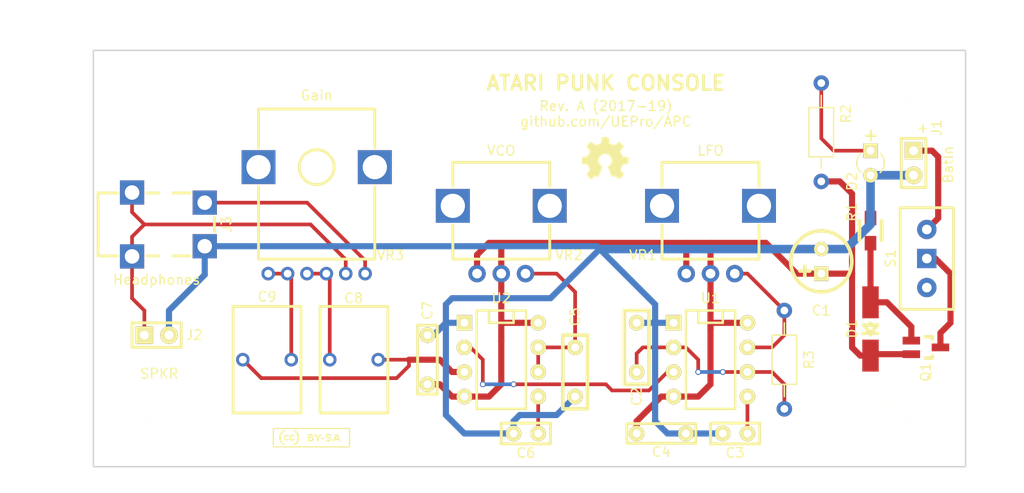
<source format=kicad_pcb>

(kicad_pcb
  (version 4)
  (host pcbnew 4.0.6)
  (general
    (links 52)
    (no_connects 0)
    (area 33.150001 71.3 142.85 123.700001)
    (thickness 1.6)
    (drawings 17)
    (tracks 152)
    (zones 0)
    (modules 30)
    (nets 19))
  (page A4)
  (title_block
    (title "Atari Punk Console")
    (date 2017-19)
    (rev A)
    (company "Róbert Valdimarsson")
    (comment 1 github.com/UEPro/APC))
  (layers
    (0 F.Cu signal)
    (31 B.Cu signal)
    (32 B.Adhes user)
    (33 F.Adhes user)
    (34 B.Paste user)
    (35 F.Paste user)
    (36 B.SilkS user)
    (37 F.SilkS user)
    (38 B.Mask user)
    (39 F.Mask user)
    (40 Dwgs.User user)
    (41 Cmts.User user)
    (42 Eco1.User user)
    (43 Eco2.User user)
    (44 Edge.Cuts user)
    (45 Margin user)
    (46 B.CrtYd user)
    (47 F.CrtYd user)
    (48 B.Fab user)
    (49 F.Fab user))
  (setup
    (last_trace_width 0.25)
    (user_trace_width 0.381)
    (user_trace_width 0.635)
    (user_trace_width 0.889)
    (trace_clearance 0.2)
    (zone_clearance 0.508)
    (zone_45_only no)
    (trace_min 0.2)
    (segment_width 0.2)
    (edge_width 0.15)
    (via_size 0.6)
    (via_drill 0.4)
    (via_min_size 0.4)
    (via_min_drill 0.3)
    (uvia_size 0.3)
    (uvia_drill 0.1)
    (uvias_allowed no)
    (uvia_min_size 0)
    (uvia_min_drill 0)
    (pcb_text_width 0.3)
    (pcb_text_size 1.5 1.5)
    (mod_edge_width 0.15)
    (mod_text_size 1 1)
    (mod_text_width 0.15)
    (pad_size 2 2)
    (pad_drill 1)
    (pad_to_mask_clearance 0.2)
    (aux_axis_origin 0 0)
    (visible_elements FFFFFF7F)
    (pcbplotparams
      (layerselection 0x010f0_80000001)
      (usegerberextensions false)
      (excludeedgelayer true)
      (linewidth 0.1)
      (plotframeref false)
      (viasonmask false)
      (mode 1)
      (useauxorigin false)
      (hpglpennumber 1)
      (hpglpenspeed 20)
      (hpglpendiameter 15)
      (hpglpenoverlay 2)
      (psnegative false)
      (psa4output false)
      (plotreference true)
      (plotvalue true)
      (plotinvisibletext false)
      (padsonsilk false)
      (subtractmaskfromsilk false)
      (outputformat 5)
      (mirror false)
      (drillshape 0)
      (scaleselection 1)
      (outputdirectory SVG/)))
  (net 0 "")
  (net 1 GND)
  (net 2 +9V)
  (net 3 "Net-(C2-Pad1)")
  (net 4 "Net-(C3-Pad1)")
  (net 5 "Net-(C5-Pad1)")
  (net 6 "Net-(C6-Pad1)")
  (net 7 "Net-(C8-Pad1)")
  (net 8 "Net-(C8-Pad2)")
  (net 9 "Net-(C9-Pad2)")
  (net 10 "Net-(D1-Pad1)")
  (net 11 "Net-(D2-Pad1)")
  (net 12 "Net-(J1-Pad1)")
  (net 13 "Net-(J2-Pad1)")
  (net 14 "Net-(J3-Pad2)")
  (net 15 "Net-(Q1-Pad3)")
  (net 16 "Net-(R3-Pad2)")
  (net 17 "Net-(S1-Pad1)")
  (net 18 "Net-(U1-Pad3)")
  (net_class Default "Dies ist die voreingestellte Netzklasse."
    (clearance 0.2)
    (trace_width 0.25)
    (via_dia 0.6)
    (via_drill 0.4)
    (uvia_dia 0.3)
    (uvia_drill 0.1)
    (add_net +9V)
    (add_net GND)
    (add_net "Net-(C2-Pad1)")
    (add_net "Net-(C3-Pad1)")
    (add_net "Net-(C5-Pad1)")
    (add_net "Net-(C6-Pad1)")
    (add_net "Net-(C8-Pad1)")
    (add_net "Net-(C8-Pad2)")
    (add_net "Net-(C9-Pad2)")
    (add_net "Net-(D1-Pad1)")
    (add_net "Net-(D2-Pad1)")
    (add_net "Net-(J1-Pad1)")
    (add_net "Net-(J2-Pad1)")
    (add_net "Net-(J3-Pad2)")
    (add_net "Net-(Q1-Pad3)")
    (add_net "Net-(R3-Pad2)")
    (add_net "Net-(S1-Pad1)")
    (add_net "Net-(U1-Pad3)"))
  (module RV_Mechanical:MountingHole-3,5mm
    (layer F.Cu)
    (tedit 55DCDB11)
    (tstamp 59297F36)
    (at 125.5 81)
    (fp_text reference Des*_4
      (at 0 0)
      (layer F.SilkS) hide
      (effects
        (font
          (thickness 0.3))))
    (fp_text value Val*
      (at 0 0)
      (layer F.SilkS) hide
      (effects
        (font
          (thickness 0.3))))
    (pad "" np_thru_hole circle
      (at 0 0)
      (size 3.5 3.5)
      (drill 3.5)
      (layers *.Cu *.Mask F.SilkS)))
  (module RV_Mechanical:MountingHole-3,5mm
    (layer F.Cu)
    (tedit 55DCDB11)
    (tstamp 59297F32)
    (at 50.5 81)
    (fp_text reference Des*_3
      (at 0 0)
      (layer F.SilkS) hide
      (effects
        (font
          (thickness 0.3))))
    (fp_text value Val*
      (at 0 0)
      (layer F.SilkS) hide
      (effects
        (font
          (thickness 0.3))))
    (pad "" np_thru_hole circle
      (at 0 0)
      (size 3.5 3.5)
      (drill 3.5)
      (layers *.Cu *.Mask F.SilkS)))
  (module RV_Mechanical:MountingHole-3,5mm
    (layer F.Cu)
    (tedit 55DCDB11)
    (tstamp 59297F2E)
    (at 50.5 114)
    (fp_text reference Des*_2
      (at 0 0)
      (layer F.SilkS) hide
      (effects
        (font
          (thickness 0.3))))
    (fp_text value Val*
      (at 0 0)
      (layer F.SilkS) hide
      (effects
        (font
          (thickness 0.3))))
    (pad "" np_thru_hole circle
      (at 0 0)
      (size 3.5 3.5)
      (drill 3.5)
      (layers *.Cu *.Mask F.SilkS)))
  (module RV_Capacitors:C_round-radial-polar-2,5mm-6,3mm
    (layer F.Cu)
    (tedit 59299088)
    (tstamp 59297DEB)
    (at 118.11 97.79 90)
    (path /5927200D)
    (fp_text reference C1
      (at -5.08 0 180)
      (layer F.SilkS)
      (effects
        (font
          (size 1 1)
          (thickness 0.15))))
    (fp_text value 220µ/16V
      (at 0 5.08 90)
      (layer F.SilkS) hide
      (effects
        (font
          (size 1 1)
          (thickness 0.15))))
    (fp_line
      (start -1.00076 -1.69926)
      (end -0.50038 -1.69926)
      (layer F.SilkS)
      (width 0.381))
    (fp_line
      (start -1.00076 -1.69926)
      (end -1.00076 -2.19964)
      (layer F.SilkS)
      (width 0.381))
    (fp_line
      (start -1.50114 -1.69926)
      (end -1.00076 -1.69926)
      (layer F.SilkS)
      (width 0.381))
    (fp_line
      (start -1.00076 -1.69926)
      (end -1.00076 -1.30048)
      (layer F.SilkS)
      (width 0.381))
    (fp_line
      (start -1.00076 -1.30048)
      (end -1.00076 -1.19888)
      (layer F.SilkS)
      (width 0.381))
    (fp_circle
      (center 0 0)
      (end 3.1496 0)
      (layer F.SilkS)
      (width 0.381))
    (pad 2 thru_hole circle
      (at 1.27 0 90)
      (size 1.5 1.5)
      (drill 0.8)
      (layers *.Cu *.Mask F.SilkS)
      (net 1 GND))
    (pad 1 thru_hole rect
      (at -1.27 0 90)
      (size 1.5 1.5)
      (drill 0.8)
      (layers *.Cu *.Mask F.SilkS)
      (net 2 +9V)))
  (module RV_Capacitors:C_rect-radial-bipolar-200mil-2,5x7mm
    (layer F.Cu)
    (tedit 5929906C)
    (tstamp 59297DF1)
    (at 99.06 106.68 90)
    (path /59297E2F)
    (fp_text reference C2
      (at -5.08 0 90)
      (layer F.SilkS)
      (effects
        (font
          (size 1 1)
          (thickness 0.15))))
    (fp_text value 10n
      (at 0 3 90)
      (layer F.SilkS) hide
      (effects
        (font
          (size 1 1)
          (thickness 0.15))))
    (fp_line
      (start 3.81 1.27)
      (end 3.81 -1.27)
      (layer F.SilkS)
      (width 0.381))
    (fp_line
      (start 3.81 -1.27)
      (end -3.81 -1.27)
      (layer F.SilkS)
      (width 0.381))
    (fp_line
      (start -3.81 -1.27)
      (end -3.81 1.27)
      (layer F.SilkS)
      (width 0.381))
    (fp_line
      (start -3.81 1.27)
      (end 3.81 1.27)
      (layer F.SilkS)
      (width 0.381))
    (pad 1 thru_hole circle
      (at -2.54 0 90)
      (size 1.6 1.6)
      (drill 0.8)
      (layers *.Cu *.Mask F.SilkS)
      (net 3 "Net-(C2-Pad1)"))
    (pad 2 thru_hole circle
      (at 2.54 0 90)
      (size 1.6 1.6)
      (drill 0.8)
      (layers *.Cu *.Mask F.SilkS)
      (net 1 GND)))
  (module RV_Capacitors:C_rect-radial-bipolar-100mil-2x5mm
    (layer F.Cu)
    (tedit 55DB4632)
    (tstamp 59297DF7)
    (at 109.22 115.57 180)
    (path /59297120)
    (fp_text reference C3
      (at 0 -2 180)
      (layer F.SilkS)
      (effects
        (font
          (size 1 1)
          (thickness 0.15))))
    (fp_text value 10n
      (at 0 2.25 180)
      (layer F.SilkS) hide
      (effects
        (font
          (size 1 1)
          (thickness 0.15))))
    (fp_line
      (start -2.4892 -1.07)
      (end 2.54 -1.07)
      (layer F.SilkS)
      (width 0.3048))
    (fp_line
      (start 2.54 -1.07)
      (end 2.54 1)
      (layer F.SilkS)
      (width 0.3048))
    (fp_line
      (start 2.54 1.07)
      (end -2.54 1.07)
      (layer F.SilkS)
      (width 0.3048))
    (fp_line
      (start -2.54 1)
      (end -2.54 -1.07)
      (layer F.SilkS)
      (width 0.3048))
    (pad 1 thru_hole circle
      (at -1.27 0 180)
      (size 1.6 1.6)
      (drill 0.8)
      (layers *.Cu *.Mask F.SilkS)
      (net 4 "Net-(C3-Pad1)"))
    (pad 2 thru_hole circle
      (at 1.27 0 180)
      (size 1.6 1.6)
      (drill 0.8)
      (layers *.Cu *.Mask F.SilkS)
      (net 1 GND))
    (model discret/capa_1_pas.wrl
      (at
        (xyz 0 0 0))
      (scale
        (xyz 1 1 1))
      (rotate
        (xyz 0 0 0))))
  (module RV_Capacitors:C_rect-radial-bipolar-200mil-2x7,5mm
    (layer F.Cu)
    (tedit 5929837E)
    (tstamp 59297DFD)
    (at 101.6 115.57)
    (path /5929770D)
    (fp_text reference C4
      (at 0 1.905)
      (layer F.SilkS)
      (effects
        (font
          (size 1 1)
          (thickness 0.15))))
    (fp_text value 100n
      (at 0 2.25)
      (layer F.SilkS) hide
      (effects
        (font
          (size 1 1)
          (thickness 0.15))))
    (fp_line
      (start -3.556 -1.016)
      (end 3.556 -1.016)
      (layer F.SilkS)
      (width 0.3048))
    (fp_line
      (start 3.556 -1.016)
      (end 3.556 1.016)
      (layer F.SilkS)
      (width 0.3048))
    (fp_line
      (start 3.556 1.016)
      (end -3.556 1.016)
      (layer F.SilkS)
      (width 0.3048))
    (fp_line
      (start -3.556 1.016)
      (end -3.556 -1.016)
      (layer F.SilkS)
      (width 0.3048))
    (pad 1 thru_hole circle
      (at -2.54 0)
      (size 1.6 1.6)
      (drill 0.8)
      (layers *.Cu *.Mask F.SilkS)
      (net 2 +9V))
    (pad 2 thru_hole circle
      (at 2.54 0)
      (size 1.6 1.6)
      (drill 0.8)
      (layers *.Cu *.Mask F.SilkS)
      (net 1 GND))
    (model discret/capa_2pas_5x5mm.wrl
      (at
        (xyz 0 0 0))
      (scale
        (xyz 1 1 1))
      (rotate
        (xyz 0 0 0))))
  (module RV_Capacitors:C_rect-radial-bipolar-200mil-2,5x7mm
    (layer F.Cu)
    (tedit 59299067)
    (tstamp 59297000.0)
    (at 92.71 109.22 270)
    (path /592983BE)
    (fp_text reference C5
      (at -5.715 0 270)
      (layer F.SilkS)
      (effects
        (font
          (size 1 1)
          (thickness 0.15))))
    (fp_text value 100n
      (at 0 3 270)
      (layer F.SilkS) hide
      (effects
        (font
          (size 1 1)
          (thickness 0.15))))
    (fp_line
      (start 3.81 1.27)
      (end 3.81 -1.27)
      (layer F.SilkS)
      (width 0.381))
    (fp_line
      (start 3.81 -1.27)
      (end -3.81 -1.27)
      (layer F.SilkS)
      (width 0.381))
    (fp_line
      (start -3.81 -1.27)
      (end -3.81 1.27)
      (layer F.SilkS)
      (width 0.381))
    (fp_line
      (start -3.81 1.27)
      (end 3.81 1.27)
      (layer F.SilkS)
      (width 0.381))
    (pad 1 thru_hole circle
      (at -2.54 0 270)
      (size 1.6 1.6)
      (drill 0.8)
      (layers *.Cu *.Mask F.SilkS)
      (net 5 "Net-(C5-Pad1)"))
    (pad 2 thru_hole circle
      (at 2.54 0 270)
      (size 1.6 1.6)
      (drill 0.8)
      (layers *.Cu *.Mask F.SilkS)
      (net 1 GND)))
  (module RV_Capacitors:C_rect-radial-bipolar-100mil-2x5mm
    (layer F.Cu)
    (tedit 55DB4632)
    (tstamp 59297000000000.0)
    (at 87.63 115.57 180)
    (path /592971B6)
    (fp_text reference C6
      (at 0 -2 180)
      (layer F.SilkS)
      (effects
        (font
          (size 1 1)
          (thickness 0.15))))
    (fp_text value 10n
      (at 0 2.25 180)
      (layer F.SilkS) hide
      (effects
        (font
          (size 1 1)
          (thickness 0.15))))
    (fp_line
      (start -2.4892 -1.07)
      (end 2.54 -1.07)
      (layer F.SilkS)
      (width 0.3048))
    (fp_line
      (start 2.54 -1.07)
      (end 2.54 1)
      (layer F.SilkS)
      (width 0.3048))
    (fp_line
      (start 2.54 1.07)
      (end -2.54 1.07)
      (layer F.SilkS)
      (width 0.3048))
    (fp_line
      (start -2.54 1)
      (end -2.54 -1.07)
      (layer F.SilkS)
      (width 0.3048))
    (pad 1 thru_hole circle
      (at -1.27 0 180)
      (size 1.6 1.6)
      (drill 0.8)
      (layers *.Cu *.Mask F.SilkS)
      (net 6 "Net-(C6-Pad1)"))
    (pad 2 thru_hole circle
      (at 1.27 0 180)
      (size 1.6 1.6)
      (drill 0.8)
      (layers *.Cu *.Mask F.SilkS)
      (net 1 GND))
    (model discret/capa_1_pas.wrl
      (at
        (xyz 0 0 0))
      (scale
        (xyz 1 1 1))
      (rotate
        (xyz 0 0 0))))
  (module RV_Capacitors:C_rect-radial-bipolar-200mil-2x7,5mm
    (layer F.Cu)
    (tedit 59299062)
    (tstamp 59297E0F)
    (at 77.47 107.95 90)
    (path /59297756)
    (fp_text reference C7
      (at 5.08 0 90)
      (layer F.SilkS)
      (effects
        (font
          (size 1 1)
          (thickness 0.15))))
    (fp_text value 100n
      (at 0 2.25 90)
      (layer F.SilkS) hide
      (effects
        (font
          (size 1 1)
          (thickness 0.15))))
    (fp_line
      (start -3.556 -1.016)
      (end 3.556 -1.016)
      (layer F.SilkS)
      (width 0.3048))
    (fp_line
      (start 3.556 -1.016)
      (end 3.556 1.016)
      (layer F.SilkS)
      (width 0.3048))
    (fp_line
      (start 3.556 1.016)
      (end -3.556 1.016)
      (layer F.SilkS)
      (width 0.3048))
    (fp_line
      (start -3.556 1.016)
      (end -3.556 -1.016)
      (layer F.SilkS)
      (width 0.3048))
    (pad 1 thru_hole circle
      (at -2.54 0 90)
      (size 1.6 1.6)
      (drill 0.8)
      (layers *.Cu *.Mask F.SilkS)
      (net 2 +9V))
    (pad 2 thru_hole circle
      (at 2.54 0 90)
      (size 1.6 1.6)
      (drill 0.8)
      (layers *.Cu *.Mask F.SilkS)
      (net 1 GND))
    (model discret/capa_2pas_5x5mm.wrl
      (at
        (xyz 0 0 0))
      (scale
        (xyz 1 1 1))
      (rotate
        (xyz 0 0 0))))
  (module RVp_capacitors:C-Rect_L7_W11_P5
    (layer F.Cu)
    (tedit 592983D5)
    (tstamp 5.9297e+19)
    (at 72.39 107.95 180)
    (path /59298B59)
    (fp_text reference C8
      (at 2.54 6.35 180)
      (layer F.SilkS)
      (effects
        (font
          (size 1 1)
          (thickness 0.15))))
    (fp_text value 2µ2
      (at 2.5 -6.5 180)
      (layer F.Fab) hide
      (effects
        (font
          (size 1 1)
          (thickness 0.15))))
    (fp_line
      (start -1 5.5)
      (end -1 -5.5)
      (layer F.SilkS)
      (width 0.3))
    (fp_line
      (start 6 -5.5)
      (end 6 5.5)
      (layer F.SilkS)
      (width 0.3))
    (fp_line
      (start -1 5.5)
      (end 6 5.5)
      (layer F.SilkS)
      (width 0.3))
    (fp_line
      (start -1 -5.5)
      (end 6 -5.5)
      (layer F.SilkS)
      (width 0.3))
    (pad 1 thru_hole circle
      (at 0 0 180)
      (size 1.4 1.4)
      (drill 0.8)
      (layers *.Cu *.Mask)
      (net 7 "Net-(C8-Pad1)"))
    (pad 2 thru_hole circle
      (at 5 0 180)
      (size 1.4 1.4)
      (drill 0.8)
      (layers *.Cu *.Mask)
      (net 8 "Net-(C8-Pad2)"))
    (model Capacitors_ThroughHole.3dshapes/C_Rect_L7_W6_P5.wrl
      (at
        (xyz 0.098425 0 0))
      (scale
        (xyz 1 1 1))
      (rotate
        (xyz 0 0 0))))
  (module RVp_capacitors:C-Rect_L7_W11_P5
    (layer F.Cu)
    (tedit 5905FCFA)
    (tstamp 59297E1B)
    (at 58.42 107.95)
    (path /59298BF8)
    (fp_text reference C9
      (at 2.5 -6.5)
      (layer F.SilkS)
      (effects
        (font
          (size 1 1)
          (thickness 0.15))))
    (fp_text value 2µ2
      (at 2.5 -6.5)
      (layer F.Fab) hide
      (effects
        (font
          (size 1 1)
          (thickness 0.15))))
    (fp_line
      (start -1 5.5)
      (end -1 -5.5)
      (layer F.SilkS)
      (width 0.3))
    (fp_line
      (start 6 -5.5)
      (end 6 5.5)
      (layer F.SilkS)
      (width 0.3))
    (fp_line
      (start -1 5.5)
      (end 6 5.5)
      (layer F.SilkS)
      (width 0.3))
    (fp_line
      (start -1 -5.5)
      (end 6 -5.5)
      (layer F.SilkS)
      (width 0.3))
    (pad 1 thru_hole circle
      (at 0 0)
      (size 1.4 1.4)
      (drill 0.8)
      (layers *.Cu *.Mask)
      (net 7 "Net-(C8-Pad1)"))
    (pad 2 thru_hole circle
      (at 5 0)
      (size 1.4 1.4)
      (drill 0.8)
      (layers *.Cu *.Mask)
      (net 9 "Net-(C9-Pad2)"))
    (model Capacitors_ThroughHole.3dshapes/C_Rect_L7_W6_P5.wrl
      (at
        (xyz 0.098425 0 0))
      (scale
        (xyz 1 1 1))
      (rotate
        (xyz 0 0 0))))
  (module RV_SMD_Discrete:Diode_MiniMELF-Handsoldering
    (layer F.Cu)
    (tedit 59299083)
    (tstamp 5.9297e+25)
    (at 123.19 104.775 270)
    (path /59271B8C)
    (attr smd)
    (fp_text reference D1
      (at 0 1.905 270)
      (layer F.SilkS)
      (effects
        (font
          (size 1 1)
          (thickness 0.15))))
    (fp_text value 4V7
      (at 0 2.75 270)
      (layer F.SilkS) hide
      (effects
        (font
          (size 1 1)
          (thickness 0.15))))
    (fp_line
      (start 0.44958 0)
      (end 0.59944 0)
      (layer F.SilkS)
      (width 0.381))
    (fp_line
      (start -0.39878 0)
      (end -0.59944 0)
      (layer F.SilkS)
      (width 0.381))
    (fp_line
      (start 0.44958 0)
      (end 0.44958 0.7493)
      (layer F.SilkS)
      (width 0.381))
    (fp_line
      (start 0.44958 0)
      (end 0.44958 -0.70104)
      (layer F.SilkS)
      (width 0.381))
    (fp_line
      (start 0.44958 0)
      (end -0.39878 -0.70104)
      (layer F.SilkS)
      (width 0.381))
    (fp_line
      (start -0.39878 -0.70104)
      (end -0.39878 0.70104)
      (layer F.SilkS)
      (width 0.381))
    (fp_line
      (start -0.39878 0.70104)
      (end 0.44958 0)
      (layer F.SilkS)
      (width 0.381))
    (pad 1 smd rect
      (at -2.75082 0 270)
      (size 3.29946 1.69926)
      (layers F.Cu F.Paste F.Mask)
      (net 10 "Net-(D1-Pad1)"))
    (pad 2 smd rect
      (at 2.75082 0 270)
      (size 3.29946 1.69926)
      (layers F.Cu F.Paste F.Mask)
      (net 2 +9V))
    (model MiniMELF_DO213AA_Faktor03937_RevA_06Sep2012.wrl
      (at
        (xyz 0 0 0))
      (scale
        (xyz 0.3937 0.3937 0.3937))
      (rotate
        (xyz 0 0 0))))
  (module RV_Discrete:LED_2pin-3mm
    (layer F.Cu)
    (tedit 592983B9)
    (tstamp 5.9297e+31)
    (at 123.19 87.63 270)
    (path /59271C19)
    (fp_text reference D2
      (at 1.905 1.905 270)
      (layer F.SilkS)
      (effects
        (font
          (size 1 1)
          (thickness 0.15))))
    (fp_text value 3mm/cyan
      (at 0 2.286 270)
      (layer F.SilkS) hide
      (effects
        (font
          (size 1 1)
          (thickness 0.15))))
    (fp_arc
      (start 0 0)
      (end 1 1)
      (angle 90)
      (layer F.SilkS)
      (width 0.15))
    (fp_arc
      (start 0 0)
      (end -1 -1)
      (angle 90)
      (layer F.SilkS)
      (width 0.15))
    (fp_line
      (start -3.3236 -0.0254)
      (end -2.3584 -0.0254)
      (layer F.SilkS)
      (width 0.254))
    (fp_line
      (start -2.8156 -0.508)
      (end -2.8156 0.4572)
      (layer F.SilkS)
      (width 0.254))
    (pad 2 thru_hole circle
      (at 1.27 0 270)
      (size 1.5 1.5)
      (drill 0.8)
      (layers *.Cu *.Mask F.SilkS)
      (net 1 GND))
    (pad 1 thru_hole rect
      (at -1.27 0 270)
      (size 1.5 1.5)
      (drill 0.8)
      (layers *.Cu *.Mask F.SilkS)
      (net 11 "Net-(D2-Pad1)")))
  (module RV_Connectors:PinArray-100mil-1x2
    (layer F.Cu)
    (tedit 59345DE5)
    (tstamp 59297E2D)
    (at 127.635 87.63 270)
    (path /59271EC8)
    (fp_text reference J1
      (at -3.63 -2.365 270)
      (layer F.SilkS)
      (effects
        (font
          (size 1 1)
          (thickness 0.15))))
    (fp_text value BatIn
      (at 0 -2.54 270)
      (layer F.SilkS) hide
      (effects
        (font
          (size 1 1)
          (thickness 0.15))))
    (fp_line
      (start -2.54 1.27)
      (end -2.54 -1.27)
      (layer F.SilkS)
      (width 0.3048))
    (fp_line
      (start -2.54 -1.27)
      (end 2.54 -1.27)
      (layer F.SilkS)
      (width 0.3048))
    (fp_line
      (start 2.54 -1.27)
      (end 2.54 1.27)
      (layer F.SilkS)
      (width 0.3048))
    (fp_line
      (start 2.54 1.27)
      (end -2.54 1.27)
      (layer F.SilkS)
      (width 0.3048))
    (pad 1 thru_hole rect
      (at -1.27 0 270)
      (size 1.8 1.8)
      (drill 0.9)
      (layers *.Cu *.Mask F.SilkS)
      (net 12 "Net-(J1-Pad1)"))
    (pad 2 thru_hole circle
      (at 1.27 0 270)
      (size 1.8 1.8)
      (drill 0.9)
      (layers *.Cu *.Mask F.SilkS)
      (net 1 GND)))
  (module RV_Connectors:PinArray-100mil-1x2
    (layer F.Cu)
    (tedit 59345DFE)
    (tstamp 5.9297e+37)
    (at 49.53 105.41)
    (path /59299473)
    (fp_text reference J2
      (at 3.87 -0.01)
      (layer F.SilkS)
      (effects
        (font
          (size 1 1)
          (thickness 0.15))))
    (fp_text value Speaker
      (at 0 -2.54)
      (layer F.SilkS) hide
      (effects
        (font
          (size 1 1)
          (thickness 0.15))))
    (fp_line
      (start -2.54 1.27)
      (end -2.54 -1.27)
      (layer F.SilkS)
      (width 0.3048))
    (fp_line
      (start -2.54 -1.27)
      (end 2.54 -1.27)
      (layer F.SilkS)
      (width 0.3048))
    (fp_line
      (start 2.54 -1.27)
      (end 2.54 1.27)
      (layer F.SilkS)
      (width 0.3048))
    (fp_line
      (start 2.54 1.27)
      (end -2.54 1.27)
      (layer F.SilkS)
      (width 0.3048))
    (pad 1 thru_hole rect
      (at -1.27 0)
      (size 1.8 1.8)
      (drill 0.9)
      (layers *.Cu *.Mask F.SilkS)
      (net 13 "Net-(J2-Pad1)"))
    (pad 2 thru_hole circle
      (at 1.27 0)
      (size 1.8 1.8)
      (drill 0.9)
      (layers *.Cu *.Mask F.SilkS)
      (net 1 GND)))
  (module RVp_connectors:Lumberg-1503-07-Klinke-3,5mm
    (layer F.Cu)
    (tedit 59060952)
    (tstamp 59297E3D)
    (at 46.99 93.98 90)
    (path /592991BD)
    (fp_text reference J3
      (at 0 9.75 90)
      (layer F.SilkS)
      (effects
        (font
          (size 1 1)
          (thickness 0.15))))
    (fp_text value Klinke-stereo
      (at 0.25 9.75 90)
      (layer F.SilkS) hide
      (effects
        (font
          (size 1 1)
          (thickness 0.15))))
    (fp_line
      (start -0.75 8.5)
      (end 0.75 8.5)
      (layer F.SilkS)
      (width 0.3))
    (fp_line
      (start -3.25 4.25)
      (end -3.25 6)
      (layer F.SilkS)
      (width 0.3))
    (fp_line
      (start -3.25 1.5)
      (end -3.25 2.75)
      (layer F.SilkS)
      (width 0.3))
    (fp_line
      (start 3.25 4.25)
      (end 3.25 6)
      (layer F.SilkS)
      (width 0.3))
    (fp_line
      (start 3.25 1.5)
      (end 3.25 2.75)
      (layer F.SilkS)
      (width 0.3))
    (fp_line
      (start -3.25 -1.5)
      (end -3.25 -3.5)
      (layer F.SilkS)
      (width 0.3))
    (fp_line
      (start -3.25 -3.5)
      (end 3.25 -3.5)
      (layer F.SilkS)
      (width 0.3))
    (fp_line
      (start 3.25 -3.5)
      (end 3.25 -1.5)
      (layer F.SilkS)
      (width 0.3))
    (pad 2 thru_hole rect
      (at 2.25 7.5 90)
      (size 2.5 2.5)
      (drill 1.5)
      (layers *.Cu *.Mask)
      (net 14 "Net-(J3-Pad2)"))
    (pad 1 thru_hole rect
      (at -2.25 7.5 90)
      (size 2.5 2.5)
      (drill 1.5)
      (layers *.Cu *.Mask)
      (net 1 GND))
    (pad "" np_thru_hole circle
      (at 2.5 3.5 90)
      (size 1.25 1.25)
      (drill 1.25)
      (layers *.Cu *.Mask))
    (pad "" np_thru_hole circle
      (at -2.5 3.5 90)
      (size 1.25 1.25)
      (drill 1.25)
      (layers *.Cu *.Mask))
    (pad 3 thru_hole rect
      (at -3.3 0 90)
      (size 2.5 2.5)
      (drill 1.5)
      (layers *.Cu *.Mask)
      (net 13 "Net-(J2-Pad1)"))
    (pad 3 thru_hole rect
      (at 3.3 0 90)
      (size 2.5 2.5)
      (drill 1.5)
      (layers *.Cu *.Mask)
      (net 13 "Net-(J2-Pad1)")))
  (module RV_SOT:SOT23-Handsoldering
    (layer F.Cu)
    (tedit 5929839E)
    (tstamp 5.9297e+48)
    (at 128.905 106.68 270)
    (path /59271C6A)
    (fp_text reference Q1
      (at 2.54 0 270)
      (layer F.SilkS)
      (effects
        (font
          (size 1 1)
          (thickness 0.15))))
    (fp_text value FDN304
      (at 0 4 270)
      (layer F.SilkS) hide
      (effects
        (font
          (size 1 1)
          (thickness 0.15))))
    (fp_line
      (start -1.09982 0.0508)
      (end -1.09982 -0.65024)
      (layer F.SilkS)
      (width 0.381))
    (fp_line
      (start -1.09982 -0.65024)
      (end -0.8509 -0.65024)
      (layer F.SilkS)
      (width 0.381))
    (fp_line
      (start 0.89916 -0.65024)
      (end 1.09982 -0.65024)
      (layer F.SilkS)
      (width 0.381))
    (fp_line
      (start 1.09982 -0.65024)
      (end 1.09982 0.0508)
      (layer F.SilkS)
      (width 0.381))
    (pad 1 smd rect
      (at -0.70104 1.50114 270)
      (size 0.8001 1.80086)
      (layers F.Cu F.Paste F.Mask)
      (net 10 "Net-(D1-Pad1)"))
    (pad 2 smd rect
      (at 0.70104 1.50114 270)
      (size 0.8001 1.80086)
      (layers F.Cu F.Paste F.Mask)
      (net 2 +9V))
    (pad 3 smd rect
      (at 0 -1.50114 270)
      (size 0.8001 1.80086)
      (layers F.Cu F.Paste F.Mask)
      (net 15 "Net-(Q1-Pad3)")))
  (module RV_SMD_Discrete:SMD0805-HandSoldering
    (layer F.Cu)
    (tedit 59298428)
    (tstamp 59297E4A)
    (at 123.19 94.615 90)
    (path /59271E5F)
    (fp_text reference R1
      (at 1.905 -1.905 90)
      (layer F.SilkS)
      (effects
        (font
          (size 1 1)
          (thickness 0.15))))
    (fp_text value 10k
      (at 0.20066 2.60096 90)
      (layer F.SilkS) hide
      (effects
        (font
          (size 1 1)
          (thickness 0.15))))
    (fp_line
      (start 0 -1.143)
      (end -1.016 -1.143)
      (layer F.SilkS)
      (width 0.381))
    (fp_line
      (start 0 -1.143)
      (end 1.016 -1.143)
      (layer F.SilkS)
      (width 0.381))
    (fp_line
      (start 0 1.143)
      (end -1.016 1.143)
      (layer F.SilkS)
      (width 0.381))
    (fp_line
      (start 0 1.143)
      (end 1.016 1.143)
      (layer F.SilkS)
      (width 0.381))
    (pad 1 smd rect
      (at -1.30048 0 90)
      (size 1.50114 1.19888)
      (layers F.Cu F.Paste F.Mask)
      (net 10 "Net-(D1-Pad1)"))
    (pad 2 smd rect
      (at 1.30048 0 90)
      (size 1.50114 1.19888)
      (layers F.Cu F.Paste F.Mask)
      (net 1 GND)))
  (module RV_Resistors:R_axial_400mil
    (layer F.Cu)
    (tedit 592983B4)
    (tstamp 5.9297e+54)
    (at 118.11 84.455 90)
    (path /5927220B)
    (fp_text reference R2
      (at 1.905 2.54 90)
      (layer F.SilkS)
      (effects
        (font
          (size 1 1)
          (thickness 0.15))))
    (fp_text value 10k
      (at 0 3.81 90)
      (layer F.SilkS) hide
      (effects
        (font
          (size 1 1)
          (thickness 0.15))))
    (fp_line
      (start -2.54 0)
      (end -3.81 0)
      (layer F.SilkS)
      (width 0.15))
    (fp_line
      (start 3.81 0)
      (end 2.54 0)
      (layer F.SilkS)
      (width 0.15))
    (fp_line
      (start -2.54 1.27)
      (end 2.54 1.27)
      (layer F.SilkS)
      (width 0.15))
    (fp_line
      (start 2.54 1.27)
      (end 2.54 -1.27)
      (layer F.SilkS)
      (width 0.15))
    (fp_line
      (start 2.54 -1.27)
      (end -2.54 -1.27)
      (layer F.SilkS)
      (width 0.15))
    (fp_line
      (start -2.54 1.27)
      (end -2.54 -1.27)
      (layer F.SilkS)
      (width 0.15))
    (pad 1 thru_hole circle
      (at -5.08 0 90)
      (size 1.6 1.6)
      (drill 0.8)
      (layers *.Cu *.Mask)
      (net 2 +9V))
    (pad 2 thru_hole circle
      (at 5.08 0 90)
      (size 1.6 1.6)
      (drill 0.8)
      (layers *.Cu *.Mask)
      (net 11 "Net-(D2-Pad1)")))
  (module RV_Resistors:R_axial_400mil
    (layer F.Cu)
    (tedit 5929907E)
    (tstamp 5.9297e+60)
    (at 114.3 107.95 90)
    (path /592979F7)
    (fp_text reference R3
      (at 0 2.54 90)
      (layer F.SilkS)
      (effects
        (font
          (size 1 1)
          (thickness 0.15))))
    (fp_text value 1k
      (at 0 3.81 90)
      (layer F.SilkS) hide
      (effects
        (font
          (size 1 1)
          (thickness 0.15))))
    (fp_line
      (start -2.54 0)
      (end -3.81 0)
      (layer F.SilkS)
      (width 0.15))
    (fp_line
      (start 3.81 0)
      (end 2.54 0)
      (layer F.SilkS)
      (width 0.15))
    (fp_line
      (start -2.54 1.27)
      (end 2.54 1.27)
      (layer F.SilkS)
      (width 0.15))
    (fp_line
      (start 2.54 1.27)
      (end 2.54 -1.27)
      (layer F.SilkS)
      (width 0.15))
    (fp_line
      (start 2.54 -1.27)
      (end -2.54 -1.27)
      (layer F.SilkS)
      (width 0.15))
    (fp_line
      (start -2.54 1.27)
      (end -2.54 -1.27)
      (layer F.SilkS)
      (width 0.15))
    (pad 1 thru_hole circle
      (at -5.08 0 90)
      (size 1.6 1.6)
      (drill 0.8)
      (layers *.Cu *.Mask)
      (net 3 "Net-(C2-Pad1)"))
    (pad 2 thru_hole circle
      (at 5.08 0 90)
      (size 1.6 1.6)
      (drill 0.8)
      (layers *.Cu *.Mask)
      (net 16 "Net-(R3-Pad2)")))
  (module RV_switches:S-Schiebeschalter_China_SPDT
    (layer F.Cu)
    (tedit 59298D7D)
    (tstamp 59297E5D)
    (at 129 97.5 90)
    (path /59271E1A)
    (fp_text reference S1
      (at 0 -3.75 90)
      (layer F.SilkS)
      (effects
        (font
          (size 1 1)
          (thickness 0.15))))
    (fp_text value S_1P2T
      (at 0 -3.75 90)
      (layer F.SilkS) hide
      (effects
        (font
          (size 1 1)
          (thickness 0.15))))
    (fp_line
      (start -5.25 -2.75)
      (end -5.25 2.75)
      (layer F.SilkS)
      (width 0.3))
    (fp_line
      (start 5.25 -2.75)
      (end 5.25 2.75)
      (layer F.SilkS)
      (width 0.3))
    (fp_line
      (start 5.25 2.75)
      (end -5.25 2.75)
      (layer F.SilkS)
      (width 0.3))
    (fp_line
      (start -5.25 -2.75)
      (end 5.25 -2.75)
      (layer F.SilkS)
      (width 0.3))
    (pad 2 thru_hole rect
      (at 0 0 90)
      (size 2 2)
      (drill 1)
      (layers *.Cu *.Mask)
      (net 15 "Net-(Q1-Pad3)"))
    (pad 1 thru_hole circle
      (at -3 0 90)
      (size 2 2)
      (drill 1)
      (layers *.Cu *.Mask)
      (net 17 "Net-(S1-Pad1)"))
    (pad 3 thru_hole circle
      (at 3 0 90)
      (size 2 2)
      (drill 1)
      (layers *.Cu *.Mask)
      (net 12 "Net-(J1-Pad1)")))
  (module RV_DIP:DIP-8_300
    (layer F.Cu)
    (tedit 43A7F843)
    (tstamp 5.9297e+73)
    (at 106.68 107.95 270)
    (descr "8 pins DIL package, round pads")
    (tags DIL)
    (path /59296FC4)
    (fp_text reference U1
      (at -6.35 0 360)
      (layer F.SilkS)
      (effects
        (font
          (size 1 1)
          (thickness 0.15))))
    (fp_text value NE555
      (at 0 0 270)
      (layer F.SilkS) hide
      (effects
        (font
          (size 1 1)
          (thickness 0.15))))
    (fp_line
      (start -5.08 -1.27)
      (end -3.81 -1.27)
      (layer F.SilkS)
      (width 0.254))
    (fp_line
      (start -3.81 -1.27)
      (end -3.81 1.27)
      (layer F.SilkS)
      (width 0.254))
    (fp_line
      (start -3.81 1.27)
      (end -5.08 1.27)
      (layer F.SilkS)
      (width 0.254))
    (fp_line
      (start -5.08 -2.54)
      (end 5.08 -2.54)
      (layer F.SilkS)
      (width 0.254))
    (fp_line
      (start 5.08 -2.54)
      (end 5.08 2.54)
      (layer F.SilkS)
      (width 0.254))
    (fp_line
      (start 5.08 2.54)
      (end -5.08 2.54)
      (layer F.SilkS)
      (width 0.254))
    (fp_line
      (start -5.08 2.54)
      (end -5.08 -2.54)
      (layer F.SilkS)
      (width 0.254))
    (pad 1 thru_hole rect
      (at -3.81 3.81 270)
      (size 1.6 1.6)
      (drill 0.8)
      (layers *.Cu *.Mask F.SilkS)
      (net 1 GND))
    (pad 2 thru_hole circle
      (at -1.27 3.81 270)
      (size 1.6 1.6)
      (drill 0.8)
      (layers *.Cu *.Mask F.SilkS)
      (net 3 "Net-(C2-Pad1)"))
    (pad 3 thru_hole circle
      (at 1.27 3.81 270)
      (size 1.6 1.6)
      (drill 0.8)
      (layers *.Cu *.Mask F.SilkS)
      (net 18 "Net-(U1-Pad3)"))
    (pad 4 thru_hole circle
      (at 3.81 3.81 270)
      (size 1.6 1.6)
      (drill 0.8)
      (layers *.Cu *.Mask F.SilkS)
      (net 2 +9V))
    (pad 5 thru_hole circle
      (at 3.81 -3.81 270)
      (size 1.6 1.6)
      (drill 0.8)
      (layers *.Cu *.Mask F.SilkS)
      (net 4 "Net-(C3-Pad1)"))
    (pad 6 thru_hole circle
      (at 1.27 -3.81 270)
      (size 1.6 1.6)
      (drill 0.8)
      (layers *.Cu *.Mask F.SilkS)
      (net 3 "Net-(C2-Pad1)"))
    (pad 7 thru_hole circle
      (at -1.27 -3.81 270)
      (size 1.6 1.6)
      (drill 0.8)
      (layers *.Cu *.Mask F.SilkS)
      (net 16 "Net-(R3-Pad2)"))
    (pad 8 thru_hole circle
      (at -3.81 -3.81 270)
      (size 1.6 1.6)
      (drill 0.8)
      (layers *.Cu *.Mask F.SilkS)
      (net 2 +9V))
    (model dil/dil_8.wrl
      (at
        (xyz 0 0 0))
      (scale
        (xyz 1 1 1))
      (rotate
        (xyz 0 0 0))))
  (module RV_DIP:DIP-8_300
    (layer F.Cu)
    (tedit 43A7F843)
    (tstamp 5.9297e+79)
    (at 85.09 107.95 270)
    (descr "8 pins DIL package, round pads")
    (tags DIL)
    (path /5929702F)
    (fp_text reference U2
      (at -6.35 0 360)
      (layer F.SilkS)
      (effects
        (font
          (size 1 1)
          (thickness 0.15))))
    (fp_text value NE555
      (at 0 0 270)
      (layer F.SilkS) hide
      (effects
        (font
          (size 1 1)
          (thickness 0.15))))
    (fp_line
      (start -5.08 -1.27)
      (end -3.81 -1.27)
      (layer F.SilkS)
      (width 0.254))
    (fp_line
      (start -3.81 -1.27)
      (end -3.81 1.27)
      (layer F.SilkS)
      (width 0.254))
    (fp_line
      (start -3.81 1.27)
      (end -5.08 1.27)
      (layer F.SilkS)
      (width 0.254))
    (fp_line
      (start -5.08 -2.54)
      (end 5.08 -2.54)
      (layer F.SilkS)
      (width 0.254))
    (fp_line
      (start 5.08 -2.54)
      (end 5.08 2.54)
      (layer F.SilkS)
      (width 0.254))
    (fp_line
      (start 5.08 2.54)
      (end -5.08 2.54)
      (layer F.SilkS)
      (width 0.254))
    (fp_line
      (start -5.08 2.54)
      (end -5.08 -2.54)
      (layer F.SilkS)
      (width 0.254))
    (pad 1 thru_hole rect
      (at -3.81 3.81 270)
      (size 1.6 1.6)
      (drill 0.8)
      (layers *.Cu *.Mask F.SilkS)
      (net 1 GND))
    (pad 2 thru_hole circle
      (at -1.27 3.81 270)
      (size 1.6 1.6)
      (drill 0.8)
      (layers *.Cu *.Mask F.SilkS)
      (net 18 "Net-(U1-Pad3)"))
    (pad 3 thru_hole circle
      (at 1.27 3.81 270)
      (size 1.6 1.6)
      (drill 0.8)
      (layers *.Cu *.Mask F.SilkS)
      (net 7 "Net-(C8-Pad1)"))
    (pad 4 thru_hole circle
      (at 3.81 3.81 270)
      (size 1.6 1.6)
      (drill 0.8)
      (layers *.Cu *.Mask F.SilkS)
      (net 2 +9V))
    (pad 5 thru_hole circle
      (at 3.81 -3.81 270)
      (size 1.6 1.6)
      (drill 0.8)
      (layers *.Cu *.Mask F.SilkS)
      (net 6 "Net-(C6-Pad1)"))
    (pad 6 thru_hole circle
      (at 1.27 -3.81 270)
      (size 1.6 1.6)
      (drill 0.8)
      (layers *.Cu *.Mask F.SilkS)
      (net 5 "Net-(C5-Pad1)"))
    (pad 7 thru_hole circle
      (at -1.27 -3.81 270)
      (size 1.6 1.6)
      (drill 0.8)
      (layers *.Cu *.Mask F.SilkS)
      (net 5 "Net-(C5-Pad1)"))
    (pad 8 thru_hole circle
      (at -3.81 -3.81 270)
      (size 1.6 1.6)
      (drill 0.8)
      (layers *.Cu *.Mask F.SilkS)
      (net 2 +9V))
    (model dil/dil_8.wrl
      (at
        (xyz 0 0 0))
      (scale
        (xyz 1 1 1))
      (rotate
        (xyz 0 0 0))))
  (module RV_potentiometer:VR-vert_PCB_china
    (layer F.Cu)
    (tedit 5929840D)
    (tstamp 59297E7E)
    (at 106.68 99.06)
    (path /59297ACA)
    (fp_text reference VR1
      (at -6.985 -1.905)
      (layer F.SilkS)
      (effects
        (font
          (size 1 1)
          (thickness 0.15))))
    (fp_text value 500k
      (at 0 -12.5)
      (layer F.Fab) hide
      (effects
        (font
          (size 1 1)
          (thickness 0.15))))
    (fp_line
      (start -5 -9)
      (end -5 -11.5)
      (layer F.SilkS)
      (width 0.3))
    (fp_line
      (start -5 -11.5)
      (end 5 -11.5)
      (layer F.SilkS)
      (width 0.3))
    (fp_line
      (start 5 -11.5)
      (end 5 -9)
      (layer F.SilkS)
      (width 0.3))
    (fp_line
      (start 5 -5)
      (end 5 -1.5)
      (layer F.SilkS)
      (width 0.3))
    (fp_line
      (start 5 -1.5)
      (end -5 -1.5)
      (layer F.SilkS)
      (width 0.3))
    (fp_line
      (start -5 -1.5)
      (end -5 -5)
      (layer F.SilkS)
      (width 0.3))
    (pad M thru_hole rect
      (at -5 -7)
      (size 3.5 3.5)
      (drill 2.5)
      (layers *.Cu *.Mask))
    (pad 1 thru_hole circle
      (at -2.5 0)
      (size 1.8 1.8)
      (drill 1)
      (layers *.Cu *.Mask)
      (net 2 +9V))
    (pad 3 thru_hole circle
      (at 2.5 0)
      (size 1.8 1.8)
      (drill 1)
      (layers *.Cu *.Mask)
      (net 16 "Net-(R3-Pad2)"))
    (pad 2 thru_hole circle
      (at 0 0)
      (size 1.8 1.8)
      (drill 1)
      (layers *.Cu *.Mask)
      (net 2 +9V))
    (pad M thru_hole rect
      (at 5 -7)
      (size 3.5 3.5)
      (drill 2.5)
      (layers *.Cu *.Mask)))
  (module RV_potentiometer:VR-vert_PCB_china
    (layer F.Cu)
    (tedit 5929836D)
    (tstamp 5.9297e+91)
    (at 85.09 99.06)
    (path /5929850D)
    (fp_text reference VR2
      (at 6.985 -1.905)
      (layer F.SilkS)
      (effects
        (font
          (size 1 1)
          (thickness 0.15))))
    (fp_text value 500k
      (at 0 -12.5)
      (layer F.Fab) hide
      (effects
        (font
          (size 1 1)
          (thickness 0.15))))
    (fp_line
      (start -5 -9)
      (end -5 -11.5)
      (layer F.SilkS)
      (width 0.3))
    (fp_line
      (start -5 -11.5)
      (end 5 -11.5)
      (layer F.SilkS)
      (width 0.3))
    (fp_line
      (start 5 -11.5)
      (end 5 -9)
      (layer F.SilkS)
      (width 0.3))
    (fp_line
      (start 5 -5)
      (end 5 -1.5)
      (layer F.SilkS)
      (width 0.3))
    (fp_line
      (start 5 -1.5)
      (end -5 -1.5)
      (layer F.SilkS)
      (width 0.3))
    (fp_line
      (start -5 -1.5)
      (end -5 -5)
      (layer F.SilkS)
      (width 0.3))
    (pad M thru_hole rect
      (at -5 -7)
      (size 3.5 3.5)
      (drill 2.5)
      (layers *.Cu *.Mask))
    (pad 1 thru_hole circle
      (at -2.5 0)
      (size 1.8 1.8)
      (drill 1)
      (layers *.Cu *.Mask)
      (net 2 +9V))
    (pad 3 thru_hole circle
      (at 2.5 0)
      (size 1.8 1.8)
      (drill 1)
      (layers *.Cu *.Mask)
      (net 5 "Net-(C5-Pad1)"))
    (pad 2 thru_hole circle
      (at 0 0)
      (size 1.8 1.8)
      (drill 1)
      (layers *.Cu *.Mask)
      (net 2 +9V))
    (pad M thru_hole rect
      (at 5 -7)
      (size 3.5 3.5)
      (drill 2.5)
      (layers *.Cu *.Mask)))
  (module RV_potentiometer:VR-Alps_R12L_vert
    (layer F.Cu)
    (tedit 59298529)
    (tstamp 5.9297e+97)
    (at 66.04 99.06)
    (path /5929896B)
    (fp_text reference VR3
      (at 7.62 -1.905)
      (layer F.SilkS)
      (effects
        (font
          (size 1 1)
          (thickness 0.15))))
    (fp_text value "10k log"
      (at 0 -18)
      (layer F.Fab) hide
      (effects
        (font
          (size 1 1)
          (thickness 0.15))))
    (fp_line
      (start -6 -9)
      (end -6 -1.5)
      (layer F.SilkS)
      (width 0.3))
    (fp_line
      (start -6 -17)
      (end -6 -13)
      (layer F.SilkS)
      (width 0.3))
    (fp_line
      (start 6 -9)
      (end 6 -1.5)
      (layer F.SilkS)
      (width 0.3))
    (fp_line
      (start -6 -17)
      (end 6 -17)
      (layer F.SilkS)
      (width 0.3))
    (fp_line
      (start 6 -17)
      (end 6 -13)
      (layer F.SilkS)
      (width 0.3))
    (fp_line
      (start 0 -1.5)
      (end -6 -1.5)
      (layer F.SilkS)
      (width 0.3))
    (fp_line
      (start 0 -1.5)
      (end 6 -1.5)
      (layer F.SilkS)
      (width 0.3))
    (fp_circle
      (center 0 -11)
      (end 1 -9.5)
      (layer F.SilkS)
      (width 0.3))
    (pad M thru_hole rect
      (at -6 -11)
      (size 3.5 3.5)
      (drill 2.5)
      (layers *.Cu *.Mask))
    (pad 2 thru_hole circle
      (at 1 0)
      (size 1.4 1.4)
      (drill 0.8)
      (layers *.Cu *.Mask)
      (net 8 "Net-(C8-Pad2)"))
    (pad 1 thru_hole circle
      (at -1 0)
      (size 1.4 1.4)
      (drill 0.8)
      (layers *.Cu *.Mask)
      (net 8 "Net-(C8-Pad2)"))
    (pad 3 thru_hole circle
      (at 3 0)
      (size 1.4 1.4)
      (drill 0.8)
      (layers *.Cu *.Mask)
      (net 13 "Net-(J2-Pad1)"))
    (pad 4 thru_hole circle
      (at -3 0)
      (size 1.4 1.4)
      (drill 0.8)
      (layers *.Cu *.Mask)
      (net 9 "Net-(C9-Pad2)"))
    (pad 5 thru_hole circle
      (at -5 0)
      (size 1.4 1.4)
      (drill 0.8)
      (layers *.Cu *.Mask)
      (net 9 "Net-(C9-Pad2)"))
    (pad 6 thru_hole circle
      (at 5 0)
      (size 1.4 1.4)
      (drill 0.8)
      (layers *.Cu *.Mask)
      (net 14 "Net-(J3-Pad2)"))
    (pad M thru_hole rect
      (at 6 -11)
      (size 3.5 3.5)
      (drill 2.5)
      (layers *.Cu *.Mask)))
  (module RV_Mechanical:MountingHole-3,5mm
    (layer F.Cu)
    (tedit 55DCDB11)
    (tstamp 59297F2B)
    (at 125.5 114)
    (fp_text reference Des*
      (at 0 0)
      (layer F.SilkS) hide
      (effects
        (font
          (thickness 0.3))))
    (fp_text value Val*
      (at 0 0)
      (layer F.SilkS) hide
      (effects
        (font
          (thickness 0.3))))
    (pad "" np_thru_hole circle
      (at 0 0)
      (size 3.5 3.5)
      (drill 3.5)
      (layers *.Cu *.Mask F.SilkS)))
  (module CC-BY-SA_08mm_Fsi:CC-BY-SA_08mm_Fsi
    (layer F.Cu)
    (tedit 0)
    (tstamp 59298807)
    (at 65.5 116)
    (fp_text reference VAL_2
      (at 0 0)
      (layer F.SilkS) hide
      (effects
        (font
          (size 0.381 0.381)
          (thickness 0.127))))
    (fp_text value REF
      (at 0 0)
      (layer F.SilkS) hide
      (effects
        (font
          (size 0.381 0.381)
          (thickness 0.127))))
    (fp_poly
      (pts
        (xy 4.0005 1.01854)
        (xy 3.86334 1.01854)
        (xy 3.86334 0.889)
        (xy 3.86334 0.00508)
        (xy 3.86334 -0.8763)
        (xy 0 -0.8763)
        (xy -3.86334 -0.8763)
        (xy -3.86334 0.00508)
        (xy -3.86334 0.889)
        (xy 0 0.889)
        (xy 3.86334 0.889)
        (xy 3.86334 1.01854)
        (xy 0.00254 1.01854)
        (xy -3.99542 1.01854)
        (xy -3.99542 0.00254)
        (xy -3.99542 -1.01092)
        (xy 0.00254 -1.01092)
        (xy 4.0005 -1.01092)
        (xy 4.0005 0.00254)
        (xy 4.0005 1.01854)
        (xy 4.0005 1.01854))
      (layer F.SilkS)
      (width 0.00254))
    (fp_poly
      (pts
        (xy -2.58064 0.76454)
        (xy -2.58572 0.76454)
        (xy -2.59588 0.76454)
        (xy -2.61112 0.76454)
        (xy -2.63144 0.76454)
        (xy -2.65684 0.76454)
        (xy -2.68732 0.76454)
        (xy -2.72034 0.76454)
        (xy -2.7559 0.76454)
        (xy -2.76606 0.76454)
        (xy -2.95148 0.76454)
        (xy -2.9845 0.7366)
        (xy -3.05054 0.67564)
        (xy -3.10896 0.61214)
        (xy -3.15976 0.5461)
        (xy -3.20548 0.47752)
        (xy -3.24358 0.4064)
        (xy -3.27406 0.33528)
        (xy -3.29946 0.25908)
        (xy -3.31724 0.18034)
        (xy -3.3274 0.1016)
        (xy -3.33248 0.01778)
        (xy -3.33248 0.01016)
        (xy -3.32994 -0.07366)
        (xy -3.31978 -0.15494)
        (xy -3.302 -0.23368)
        (xy -3.27914 -0.30734)
        (xy -3.24866 -0.381)
        (xy -3.2131 -0.45466)
        (xy -3.16738 -0.52324)
        (xy -3.13436 -0.5715)
        (xy -3.1242 -0.5842)
        (xy -3.10896 -0.60198)
        (xy -3.09118 -0.6223)
        (xy -3.07086 -0.64262)
        (xy -3.05054 -0.66548)
        (xy -3.02768 -0.6858)
        (xy -3.0099 -0.70612)
        (xy -2.99212 -0.7239)
        (xy -2.97688 -0.7366)
        (xy -2.9718 -0.74168)
        (xy -2.95402 -0.75438)
        (xy -2.77114 -0.75438)
        (xy -2.58572 -0.75184)
        (xy -2.61366 -0.74168)
        (xy -2.63906 -0.73152)
        (xy -2.66954 -0.71628)
        (xy -2.70002 -0.70104)
        (xy -2.7305 -0.68326)
        (xy -2.75844 -0.66802)
        (xy -2.7686 -0.6604)
        (xy -2.81686 -0.62484)
        (xy -2.86512 -0.5842)
        (xy -2.91338 -0.54102)
        (xy -2.95656 -0.49276)
        (xy -2.9972 -0.44196)
        (xy -3.03022 -0.3937)
        (xy -3.0353 -0.38354)
        (xy -3.048 -0.36322)
        (xy -3.06324 -0.33528)
        (xy -3.07594 -0.30734)
        (xy -3.08864 -0.2794)
        (xy -3.0988 -0.254)
        (xy -3.10388 -0.23876)
        (xy -3.1242 -0.17018)
        (xy -3.1369 -0.09906)
        (xy -3.14452 -0.02794)
        (xy -3.14452 0.04318)
        (xy -3.1369 0.1143)
        (xy -3.1242 0.18542)
        (xy -3.10388 0.25146)
        (xy -3.07848 0.3175)
        (xy -3.04546 0.381)
        (xy -3.04546 0.381)
        (xy -3.0099 0.43688)
        (xy -2.96672 0.49022)
        (xy -2.921 0.54102)
        (xy -2.8702 0.59182)
        (xy -2.81686 0.635)
        (xy -2.75844 0.67564)
        (xy -2.75844 0.67818)
        (xy -2.73558 0.69088)
        (xy -2.71272 0.70358)
        (xy -2.68478 0.71882)
        (xy -2.65938 0.73152)
        (xy -2.63398 0.74168)
        (xy -2.61366 0.75184)
        (xy -2.6035 0.75438)
        (xy -2.59334 0.75946)
        (xy -2.58318 0.762)
        (xy -2.58064 0.76454)
        (xy -2.58064 0.76454))
      (layer F.SilkS)
      (width 0.00254))
    (fp_poly
      (pts
        (xy -1.2573 0.03048)
        (xy -1.25984 0.06858)
        (xy -1.25984 0.10414)
        (xy -1.26238 0.13208)
        (xy -1.26492 0.14732)
        (xy -1.28016 0.22606)
        (xy -1.30048 0.30226)
        (xy -1.32588 0.37592)
        (xy -1.3589 0.4445)
        (xy -1.397 0.51054)
        (xy -1.44272 0.57404)
        (xy -1.49352 0.63754)
        (xy -1.55194 0.69596)
        (xy -1.61036 0.7493)
        (xy -1.63068 0.76454)
        (xy -1.8161 0.76454)
        (xy -1.8542 0.76454)
        (xy -1.88722 0.76454)
        (xy -1.9177 0.76454)
        (xy -1.94564 0.76454)
        (xy -1.9685 0.76454)
        (xy -1.98628 0.76454)
        (xy -1.99644 0.76454)
        (xy -2.00406 0.76454)
        (xy -2.00406 0.76454)
        (xy -2.00152 0.762)
        (xy -1.99136 0.75946)
        (xy -1.98374 0.75692)
        (xy -1.97358 0.75184)
        (xy -1.9558 0.74422)
        (xy -1.93548 0.7366)
        (xy -1.91516 0.72644)
        (xy -1.8923 0.71628)
        (xy -1.87452 0.70612)
        (xy -1.85928 0.69596)
        (xy -1.84912 0.69342)
        (xy -1.79832 0.65786)
        (xy -1.7526 0.62484)
        (xy -1.70942 0.58674)
        (xy -1.6637 0.5461)
        (xy -1.66116 0.54356)
        (xy -1.6256 0.50292)
        (xy -1.59258 0.46482)
        (xy -1.56464 0.42672)
        (xy -1.53924 0.38608)
        (xy -1.51892 0.34798)
        (xy -1.49352 0.28956)
        (xy -1.4732 0.22352)
        (xy -1.45796 0.15748)
        (xy -1.4478 0.0889)
        (xy -1.44272 0.02032)
        (xy -1.44526 -0.0508)
        (xy -1.45288 -0.11938)
        (xy -1.46558 -0.18796)
        (xy -1.48336 -0.24638)
        (xy -1.49352 -0.27178)
        (xy -1.50622 -0.30226)
        (xy -1.52146 -0.33528)
        (xy -1.5367 -0.36576)
        (xy -1.55194 -0.39624)
        (xy -1.56718 -0.41656)
        (xy -1.61036 -0.47752)
        (xy -1.66116 -0.5334)
        (xy -1.7145 -0.58674)
        (xy -1.77292 -0.635)
        (xy -1.83642 -0.67564)
        (xy -1.89992 -0.7112)
        (xy -1.95072 -0.73406)
        (xy -1.96596 -0.74168)
        (xy -1.97866 -0.74676)
        (xy -1.98882 -0.7493)
        (xy -1.99136 -0.75184)
        (xy -1.98882 -0.75184)
        (xy -1.97866 -0.75438)
        (xy -1.96342 -0.75438)
        (xy -1.9431 -0.75438)
        (xy -1.9177 -0.75438)
        (xy -1.88976 -0.75438)
        (xy -1.85674 -0.75438)
        (xy -1.82118 -0.75438)
        (xy -1.81102 -0.75438)
        (xy -1.63068 -0.75438)
        (xy -1.60528 -0.73406)
        (xy -1.5875 -0.71882)
        (xy -1.56464 -0.6985)
        (xy -1.54178 -0.67564)
        (xy -1.51892 -0.65278)
        (xy -1.49606 -0.62738)
        (xy -1.47574 -0.60706)
        (xy -1.4605 -0.58674)
        (xy -1.41224 -0.5207)
        (xy -1.36906 -0.45212)
        (xy -1.3335 -0.381)
        (xy -1.30556 -0.30734)
        (xy -1.2827 -0.2286)
        (xy -1.26746 -0.14732)
        (xy -1.26746 -0.14224)
        (xy -1.26238 -0.11684)
        (xy -1.25984 -0.08382)
        (xy -1.25984 -0.04572)
        (xy -1.2573 -0.00762)
        (xy -1.2573 0.03048)
        (xy -1.2573 0.03048))
      (layer F.SilkS)
      (width 0.00254))
    (fp_poly
      (pts
        (xy 2.0828 0.15494)
        (xy 2.0828 0.1778)
        (xy 2.0828 0.19304)
        (xy 2.0828 0.2032)
        (xy 2.08026 0.21082)
        (xy 2.07772 0.2159)
        (xy 2.07772 0.22098)
        (xy 2.07772 0.22606)
        (xy 2.07772 0.23114)
        (xy 2.07518 0.23114)
        (xy 2.07264 0.23368)
        (xy 2.07264 0.23622)
        (xy 2.07264 0.2413)
        (xy 2.07264 0.2413)
        (xy 2.0701 0.24384)
        (xy 2.0701 0.24638)
        (xy 2.0701 0.25146)
        (xy 2.06756 0.254)
        (xy 2.06756 0.25654)
        (xy 2.06756 0.25908)
        (xy 2.06756 0.26162)
        (xy 2.06502 0.26416)
        (xy 2.06248 0.2667)
        (xy 2.06248 0.2667)
        (xy 2.06248 0.27178)
        (xy 2.06248 0.27178)
        (xy 2.05994 0.27178)
        (xy 2.05994 0.27432)
        (xy 2.05994 0.27686)
        (xy 2.0574 0.27686)
        (xy 2.05486 0.2794)
        (xy 2.05486 0.28194)
        (xy 2.05486 0.28448)
        (xy 2.05232 0.28956)
        (xy 2.04724 0.2921)
        (xy 2.04978 0.2921)
        (xy 2.04978 0.29464)
        (xy 2.04724 0.29718)
        (xy 2.04216 0.29972)
        (xy 2.04216 0.30226)
        (xy 2.03962 0.30734)
        (xy 2.032 0.31242)
        (xy 2.02438 0.32258)
        (xy 2.01676 0.3302)
        (xy 2.00914 0.33782)
        (xy 2.00406 0.34036)
        (xy 2.00152 0.34036)
        (xy 1.99898 0.3429)
        (xy 1.99644 0.34544)
        (xy 1.9939 0.35052)
        (xy 1.9939 0.34798)
        (xy 1.99136 0.34798)
        (xy 1.98882 0.35052)
        (xy 1.98374 0.3556)
        (xy 1.9812 0.3556)
        (xy 1.97866 0.3556)
        (xy 1.97866 0.35814)
        (xy 1.97612 0.36068)
        (xy 1.97358 0.35814)
        (xy 1.97104 0.36068)
        (xy 1.97104 0.36068)
        (xy 1.9685 0.36322)
        (xy 1.9685 0.36322)
        (xy 1.96342 0.36322)
        (xy 1.96342 0.36576)
        (xy 1.96088 0.3683)
        (xy 1.96088 0.36576)
        (xy 1.9558 0.36576)
        (xy 1.9558 0.3683)
        (xy 1.9558 0.37084)
        (xy 1.95326 0.37084)
        (xy 1.94818 0.37084)
        (xy 1.94818 0.37084)
        (xy 1.9431 0.37338)
        (xy 1.9431 0.37338)
        (xy 1.93802 0.37338)
        (xy 1.93802 0.37592)
        (xy 1.93548 0.37846)
        (xy 1.93294 0.37846)
        (xy 1.92786 0.37846)
        (xy 1.92786 0.37846)
        (xy 1.92532 0.381)
        (xy 1.92278 0.381)
        (xy 1.9177 0.381)
        (xy 1.91516 0.38354)
        (xy 1.91008 0.38354)
        (xy 1.91008 0.38354)
        (xy 1.905 0.38354)
        (xy 1.89992 0.38608)
        (xy 1.89484 0.38862)
        (xy 1.88976 0.38862)
        (xy 1.88468 0.38862)
        (xy 1.88468 0.39116)
        (xy 1.88214 0.3937)
        (xy 1.87706 0.39116)
        (xy 1.86944 0.39116)
        (xy 1.86436 0.3937)
        (xy 1.86436 0.3937)
        (xy 1.86182 0.3937)
        (xy 1.85674 0.39624)
        (xy 1.84912 0.39624)
        (xy 1.83642 0.39624)
        (xy 1.82118 0.39624)
        (xy 1.80086 0.39624)
        (xy 1.77292 0.39878)
        (xy 1.7653 0.39878)
        (xy 1.74244 0.39878)
        (xy 1.72212 0.39878)
        (xy 1.70434 0.39878)
        (xy 1.69418 0.39624)
        (xy 1.68656 0.39624)
        (xy 1.68656 0.39624)
        (xy 1.67894 0.3937)
        (xy 1.67132 0.39624)
        (xy 1.66116 0.39624)
        (xy 1.65608 0.3937)
        (xy 1.64846 0.39116)
        (xy 1.64338 0.39116)
        (xy 1.63322 0.39116)
        (xy 1.63068 0.39116)
        (xy 1.62306 0.38862)
        (xy 1.61798 0.38862)
        (xy 1.61036 0.38862)
        (xy 1.60782 0.38608)
        (xy 1.60274 0.38354)
        (xy 1.6002 0.38354)
        (xy 1.59258 0.38354)
        (xy 1.59004 0.38354)
        (xy 1.58496 0.381)
        (xy 1.58242 0.381)
        (xy 1.5748 0.381)
        (xy 1.57226 0.37846)
        (xy 1.56718 0.37592)
        (xy 1.5621 0.37846)
        (xy 1.55702 0.37846)
        (xy 1.55702 0.37592)
        (xy 1.55194 0.37338)
        (xy 1.5494 0.37338)
        (xy 1.54178 0.37338)
        (xy 1.54178 0.37084)
        (xy 1.53924 0.3683)
        (xy 1.53416 0.37084)
        (xy 1.52908 0.37084)
        (xy 1.52654 0.3683)
        (xy 1.524 0.36576)
        (xy 1.52146 0.36576)
        (xy 1.51638 0.36576)
        (xy 1.51384 0.36576)
        (xy 1.50876 0.36322)
        (xy 1.50622 0.36322)
        (xy 1.50368 0.36322)
        (xy 1.50114 0.36068)
        (xy 1.4986 0.35814)
        (xy 1.49606 0.35814)
        (xy 1.49098 0.35814)
        (xy 1.48844 0.35814)
        (xy 1.48336 0.3556)
        (xy 1.48336 0.3556)
        (xy 1.47828 0.35306)
        (xy 1.47828 0.35306)
        (xy 1.4732 0.35306)
        (xy 1.4732 0.35306)
        (xy 1.46812 0.35052)
        (xy 1.46812 0.35052)
        (xy 1.46304 0.34798)
        (xy 1.4605 0.34798)
        (xy 1.4605 0.34544)
        (xy 1.45796 0.33528)
        (xy 1.45796 0.32258)
        (xy 1.45542 0.3048)
        (xy 1.45542 0.28448)
        (xy 1.45542 0.26162)
        (xy 1.45542 0.2413)
        (xy 1.45542 0.22098)
        (xy 1.45542 0.20574)
        (xy 1.45542 0.19304)
        (xy 1.45796 0.18542)
        (xy 1.45796 0.18288)
        (xy 1.4605 0.18034)
        (xy 1.46304 0.18288)
        (xy 1.46304 0.18542)
        (xy 1.46558 0.18542)
        (xy 1.46812 0.18542)
        (xy 1.46812 0.18796)
        (xy 1.47066 0.1905)
        (xy 1.4732 0.1905)
        (xy 1.47574 0.1905)
        (xy 1.47574 0.1905)
        (xy 1.47828 0.19304)
        (xy 1.48082 0.19304)
        (xy 1.48336 0.19304)
        (xy 1.48336 0.19558)
        (xy 1.4859 0.19812)
        (xy 1.48844 0.19558)
        (xy 1.49098 0.19812)
        (xy 1.49098 0.19812)
        (xy 1.49352 0.20066)
        (xy 1.49606 0.20066)
        (xy 1.50114 0.20066)
        (xy 1.50114 0.2032)
        (xy 1.50368 0.20574)
        (xy 1.50622 0.2032)
        (xy 1.50876 0.2032)
        (xy 1.50876 0.20574)
        (xy 1.5113 0.20828)
        (xy 1.5113 0.20828)
        (xy 1.51638 0.20828)
        (xy 1.51892 0.20828)
        (xy 1.52146 0.21082)
        (xy 1.524 0.21082)
        (xy 1.52654 0.21082)
        (xy 1.52654 0.21336)
        (xy 1.52908 0.2159)
        (xy 1.53162 0.2159)
        (xy 1.53416 0.2159)
        (xy 1.5367 0.2159)
        (xy 1.53924 0.21844)
        (xy 1.54178 0.21844)
        (xy 1.54432 0.21844)
        (xy 1.54432 0.22098)
        (xy 1.54686 0.22352)
        (xy 1.5494 0.22352)
        (xy 1.55448 0.22352)
        (xy 1.55702 0.22352)
        (xy 1.55956 0.22606)
        (xy 1.5621 0.22606)
        (xy 1.56718 0.22606)
        (xy 1.56718 0.22606)
        (xy 1.56972 0.2286)
        (xy 1.57226 0.2286)
        (xy 1.57734 0.2286)
        (xy 1.57734 0.23114)
        (xy 1.57988 0.23368)
        (xy 1.58242 0.23368)
        (xy 1.5875 0.23368)
        (xy 1.5875 0.23368)
        (xy 1.59004 0.23622)
        (xy 1.59258 0.23622)
        (xy 1.6002 0.23622)
        (xy 1.6002 0.23876)
        (xy 1.60528 0.2413)
        (xy 1.60782 0.23876)
        (xy 1.6129 0.23876)
        (xy 1.6129 0.2413)
        (xy 1.61544 0.24384)
        (xy 1.62052 0.24384)
        (xy 1.62814 0.24384)
        (xy 1.63068 0.24638)
        (xy 1.63576 0.24892)
        (xy 1.6383 0.24638)
        (xy 1.64592 0.24638)
        (xy 1.64846 0.24892)
        (xy 1.65354 0.25146)
        (xy 1.65608 0.25146)
        (xy 1.66624 0.25146)
        (xy 1.66878 0.25146)
        (xy 1.67132 0.254)
        (xy 1.6764 0.254)
        (xy 1.68402 0.254)
        (xy 1.69418 0.25654)
        (xy 1.70942 0.25654)
        (xy 1.73228 0.25654)
        (xy 1.7399 0.25654)
        (xy 1.75768 0.25654)
        (xy 1.77038 0.25654)
        (xy 1.78054 0.25654)
        (xy 1.78562 0.25654)
        (xy 1.78562 0.254)
        (xy 1.7907 0.254)
        (xy 1.79578 0.254)
        (xy 1.8034 0.254)
        (xy 1.80594 0.25146)
        (xy 1.81102 0.24892)
        (xy 1.81356 0.25146)
        (xy 1.81864 0.25146)
        (xy 1.81864 0.24892)
        (xy 1.82118 0.24638)
        (xy 1.82372 0.24638)
        (xy 1.8288 0.24638)
        (xy 1.83134 0.24638)
        (xy 1.83134 0.2413)
        (xy 1.83388 0.2413)
        (xy 1.83896 0.2413)
        (xy 1.84912 0.23622)
        (xy 1.8542 0.23114)
        (xy 1.85928 0.2286)
        (xy 1.85674 0.23114)
        (xy 1.85674 0.23114)
        (xy 1.85674 0.23368)
        (xy 1.86182 0.2286)
        (xy 1.86436 0.2286)
        (xy 1.86944 0.22098)
        (xy 1.87198 0.2159)
        (xy 1.87198 0.2159)
        (xy 1.87198 0.21336)
        (xy 1.87452 0.21082)
        (xy 1.8796 0.20828)
        (xy 1.8796 0.2032)
        (xy 1.87706 0.19812)
        (xy 1.8796 0.19812)
        (xy 1.88214 0.19558)
        (xy 1.88214 0.18796)
        (xy 1.88214 0.17526)
        (xy 1.88214 0.16256)
        (xy 1.88214 0.15494)
        (xy 1.8796 0.1524)
        (xy 1.8796 0.14986)
        (xy 1.8796 0.14732)
        (xy 1.8796 0.14478)
        (xy 1.87706 0.14478)
        (xy 1.87452 0.14224)
        (xy 1.87452 0.14224)
        (xy 1.87452 0.13716)
        (xy 1.87198 0.13462)
        (xy 1.8669 0.13208)
        (xy 1.86944 0.13208)
        (xy 1.87198 0.13208)
        (xy 1.86944 0.127)
        (xy 1.86944 0.127)
        (xy 1.86182 0.12192)
        (xy 1.85928 0.12192)
        (xy 1.85674 0.11938)
        (xy 1.8542 0.11684)
        (xy 1.85166 0.1143)
        (xy 1.84912 0.1143)
        (xy 1.84404 0.1143)
        (xy 1.84404 0.11176)
        (xy 1.8415 0.10922)
        (xy 1.8415 0.10922)
        (xy 1.83896 0.10922)
        (xy 1.83642 0.10922)
        (xy 1.83388 0.10668)
        (xy 1.83134 0.10668)
        (xy 1.82626 0.10668)
        (xy 1.82626 0.10414)
        (xy 1.82372 0.1016)
        (xy 1.82118 0.10414)
        (xy 1.8161 0.10414)
        (xy 1.8161 0.1016)
        (xy 1.81356 0.09906)
        (xy 1.81102 0.09906)
        (xy 1.80594 0.09906)
        (xy 1.80594 0.09652)
        (xy 1.8034 0.09398)
        (xy 1.80086 0.09398)
        (xy 1.79324 0.09398)
        (xy 1.79324 0.09398)
        (xy 1.78816 0.09144)
        (xy 1.78308 0.09144)
        (xy 1.778 0.09144)
        (xy 1.77546 0.09144)
        (xy 1.77292 0.0889)
        (xy 1.77038 0.0889)
        (xy 1.76276 0.0889)
        (xy 1.76022 0.08636)
        (xy 1.75514 0.08382)
        (xy 1.75006 0.08382)
        (xy 1.74498 0.08636)
        (xy 1.74244 0.08382)
        (xy 1.7399 0.08128)
        (xy 1.73736 0.08128)
        (xy 1.72974 0.08128)
        (xy 1.7272 0.07874)
        (xy 1.72212 0.0762)
        (xy 1.71958 0.07874)
        (xy 1.71196 0.07874)
        (xy 1.70942 0.0762)
        (xy 1.70434 0.07366)
        (xy 1.7018 0.07366)
        (xy 1.69418 0.07366)
        (xy 1.69164 0.07112)
        (xy 1.68402 0.06858)
        (xy 1.68148 0.07112)
        (xy 1.6764 0.07112)
        (xy 1.67386 0.06858)
        (xy 1.66624 0.06604)
        (xy 1.6637 0.06604)
        (xy 1.65862 0.06604)
        (xy 1.65862 0.06604)
        (xy 1.65354 0.0635)
        (xy 1.64846 0.0635)
        (xy 1.64338 0.0635)
        (xy 1.64338 0.06096)
        (xy 1.64084 0.05842)
        (xy 1.6383 0.05842)
        (xy 1.63068 0.05842)
        (xy 1.63068 0.05842)
        (xy 1.6256 0.05588)
        (xy 1.62306 0.05588)
        (xy 1.61798 0.05588)
        (xy 1.61798 0.05588)
        (xy 1.61544 0.05334)
        (xy 1.6129 0.05334)
        (xy 1.60782 0.05334)
        (xy 1.60528 0.0508)
        (xy 1.60528 0.04826)
        (xy 1.60274 0.04826)
        (xy 1.6002 0.04826)
        (xy 1.6002 0.04572)
        (xy 1.59766 0.04318)
        (xy 1.59512 0.04572)
        (xy 1.59004 0.04572)
        (xy 1.5875 0.04318)
        (xy 1.58496 0.04064)
        (xy 1.58496 0.04064)
        (xy 1.57988 0.04064)
        (xy 1.57988 0.04064)
        (xy 1.5748 0.0381)
        (xy 1.5748 0.0381)
        (xy 1.56972 0.0381)
        (xy 1.56972 0.03556)
        (xy 1.56718 0.03302)
        (xy 1.56718 0.03556)
        (xy 1.56464 0.03302)
        (xy 1.5621 0.03302)
        (xy 1.5621 0.03048)
        (xy 1.55956 0.03048)
        (xy 1.55702 0.03048)
        (xy 1.55702 0.02794)
        (xy 1.55448 0.0254)
        (xy 1.55194 0.02794)
        (xy 1.5494 0.0254)
        (xy 1.54686 0.02286)
        (xy 1.54432 0.02032)
        (xy 1.54178 0.02032)
        (xy 1.53924 0.02032)
        (xy 1.5367 0.01778)
        (xy 1.5367 0.01524)
        (xy 1.53416 0.01524)
        (xy 1.52908 0.01524)
        (xy 1.52654 0.01016)
        (xy 1.524 0.00508)
        (xy 1.52146 0.00508)
        (xy 1.51638 0.00254)
        (xy 1.50876 -0.00254)
        (xy 1.50114 -0.0127)
        (xy 1.4986 -0.01524)
        (xy 1.48844 -0.02286)
        (xy 1.48336 -0.02794)
        (xy 1.48336 -0.03048)
        (xy 1.48336 -0.03048)
        (xy 1.4859 -0.03048)
        (xy 1.48082 -0.03302)
        (xy 1.47574 -0.04064)
        (xy 1.47574 -0.04318)
        (xy 1.4732 -0.04572)
        (xy 1.4732 -0.04572)
        (xy 1.47066 -0.04826)
        (xy 1.47066 -0.0508)
        (xy 1.47066 -0.05334)
        (xy 1.46812 -0.05334)
        (xy 1.46812 -0.05588)
        (xy 1.46812 -0.05842)
        (xy 1.46812 -0.06096)
        (xy 1.46558 -0.06096)
        (xy 1.46304 -0.0635)
        (xy 1.46304 -0.06604)
        (xy 1.46304 -0.06858)
        (xy 1.46304 -0.06858)
        (xy 1.4605 -0.07112)
        (xy 1.4605 -0.07366)
        (xy 1.4605 -0.07874)
        (xy 1.45796 -0.08128)
        (xy 1.45542 -0.08636)
        (xy 1.45542 -0.08636)
        (xy 1.45542 -0.09144)
        (xy 1.45542 -0.09144)
        (xy 1.45288 -0.09652)
        (xy 1.45288 -0.09906)
        (xy 1.45288 -0.10668)
        (xy 1.45288 -0.10922)
        (xy 1.45034 -0.1143)
        (xy 1.45034 -0.12446)
        (xy 1.45034 -0.13716)
        (xy 1.45034 -0.15494)
        (xy 1.45034 -0.17018)
        (xy 1.45034 -0.18288)
        (xy 1.45034 -0.19304)
        (xy 1.45288 -0.19812)
        (xy 1.45288 -0.19812)
        (xy 1.45288 -0.20066)
        (xy 1.45288 -0.20574)
        (xy 1.45288 -0.21336)
        (xy 1.45542 -0.21336)
        (xy 1.45542 -0.21844)
        (xy 1.45542 -0.22098)
        (xy 1.45542 -0.22606)
        (xy 1.45796 -0.2286)
        (xy 1.4605 -0.23114)
        (xy 1.4605 -0.23368)
        (xy 1.4605 -0.23876)
        (xy 1.46304 -0.23876)
        (xy 1.46304 -0.2413)
        (xy 1.46304 -0.24384)
        (xy 1.46304 -0.24892)
        (xy 1.46558 -0.24892)
        (xy 1.46812 -0.25146)
        (xy 1.46812 -0.25146)
        (xy 1.46812 -0.25654)
        (xy 1.46812 -0.25654)
        (xy 1.47066 -0.25908)
        (xy 1.47066 -0.25908)
        (xy 1.47066 -0.26416)
        (xy 1.4732 -0.26416)
        (xy 1.47574 -0.2667)
        (xy 1.47574 -0.2667)
        (xy 1.47574 -0.27178)
        (xy 1.47828 -0.27178)
        (xy 1.48336 -0.27432)
        (xy 1.48336 -0.27686)
        (xy 1.48336 -0.28194)
        (xy 1.4859 -0.28194)
        (xy 1.49098 -0.28702)
        (xy 1.49098 -0.28702)
        (xy 1.49098 -0.2921)
        (xy 1.4986 -0.29718)
        (xy 1.50622 -0.30734)
        (xy 1.51384 -0.31496)
        (xy 1.52146 -0.32258)
        (xy 1.52654 -0.32512)
        (xy 1.52908 -0.32766)
        (xy 1.53162 -0.3302)
        (xy 1.5367 -0.33274)
        (xy 1.53924 -0.33782)
        (xy 1.53924 -0.33528)
        (xy 1.53924 -0.33274)
        (xy 1.54178 -0.33782)
        (xy 1.54686 -0.34036)
        (xy 1.5494 -0.34036)
        (xy 1.55194 -0.34036)
        (xy 1.55194 -0.3429)
        (xy 1.55448 -0.34544)
        (xy 1.55702 -0.34544)
        (xy 1.5621 -0.34798)
        (xy 1.5621 -0.35052)
        (xy 1.56464 -0.35306)
        (xy 1.56718 -0.35306)
        (xy 1.57226 -0.35306)
        (xy 1.57226 -0.35306)
        (xy 1.57734 -0.3556)
        (xy 1.57734 -0.3556)
        (xy 1.57988 -0.3556)
        (xy 1.58242 -0.35814)
        (xy 1.58242 -0.36068)
        (xy 1.58496 -0.35814)
        (xy 1.5875 -0.36068)
        (xy 1.5875 -0.36068)
        (xy 1.59004 -0.36322)
        (xy 1.59512 -0.36322)
        (xy 1.59766 -0.36322)
        (xy 1.6002 -0.36322)
        (xy 1.60274 -0.36576)
        (xy 1.60528 -0.36576)
        (xy 1.61036 -0.36576)
        (xy 1.61036 -0.3683)
        (xy 1.6129 -0.37084)
        (xy 1.61544 -0.37084)
        (xy 1.62052 -0.37084)
        (xy 1.62306 -0.37084)
        (xy 1.62814 -0.37338)
        (xy 1.62814 -0.37338)
        (xy 1.63322 -0.37338)
        (xy 1.6383 -0.37592)
        (xy 1.64338 -0.37846)
        (xy 1.64592 -0.37846)
        (xy 1.651 -0.37592)
        (xy 1.65608 -0.37846)
        (xy 1.66116 -0.381)
        (xy 1.66624 -0.381)
        (xy 1.67386 -0.381)
        (xy 1.6764 -0.381)
        (xy 1.68402 -0.38354)
        (xy 1.69672 -0.38608)
        (xy 1.7145 -0.38608)
        (xy 1.73736 -0.38608)
        (xy 1.76276 -0.38608)
        (xy 1.78816 -0.38608)
        (xy 1.80086 -0.38354)
        (xy 1.81864 -0.38354)
        (xy 1.83642 -0.38354)
        (xy 1.84912 -0.381)
        (xy 1.8542 -0.381)
        (xy 1.86436 -0.381)
        (xy 1.87198 -0.37846)
        (xy 1.87198 -0.37846)
        (xy 1.8796 -0.37592)
        (xy 1.88722 -0.37592)
        (xy 1.89484 -0.37846)
        (xy 1.89738 -0.37592)
        (xy 1.90246 -0.37338)
        (xy 1.91008 -0.37338)
        (xy 1.9177 -0.37338)
        (xy 1.92278 -0.37084)
        (xy 1.92786 -0.37084)
        (xy 1.93294 -0.37084)
        (xy 1.94056 -0.37084)
        (xy 1.9431 -0.3683)
        (xy 1.94818 -0.36576)
        (xy 1.95326 -0.36576)
        (xy 1.96088 -0.36576)
        (xy 1.96088 -0.36576)
        (xy 1.96596 -0.36322)
        (xy 1.97104 -0.36322)
        (xy 1.97866 -0.36322)
        (xy 1.9812 -0.36068)
        (xy 1.98628 -0.35814)
        (xy 1.98882 -0.35814)
        (xy 1.99644 -0.35814)
        (xy 1.99898 -0.35814)
        (xy 2.00152 -0.3556)
        (xy 2.00406 -0.3556)
        (xy 2.00914 -0.3556)
        (xy 2.01168 -0.35306)
        (xy 2.0193 -0.35052)
        (xy 2.02184 -0.35052)
        (xy 2.02438 -0.35052)
        (xy 2.02438 -0.34544)
        (xy 2.02692 -0.33782)
        (xy 2.02692 -0.32766)
        (xy 2.02692 -0.30988)
        (xy 2.02692 -0.28702)
        (xy 2.02692 -0.26924)
        (xy 2.02692 -0.23876)
        (xy 2.02692 -0.2159)
        (xy 2.02692 -0.20066)
        (xy 2.02692 -0.19304)
        (xy 2.02438 -0.1905)
        (xy 2.02184 -0.19558)
        (xy 2.02184 -0.19304)
        (xy 2.0193 -0.19304)
        (xy 2.01676 -0.19558)
        (xy 2.01168 -0.19558)
        (xy 2.00914 -0.19558)
        (xy 2.0066 -0.19558)
        (xy 2.0066 -0.19812)
        (xy 2.00406 -0.20066)
        (xy 2.00406 -0.20066)
        (xy 1.99898 -0.20066)
        (xy 1.99898 -0.2032)
        (xy 1.9939 -0.2032)
        (xy 1.9939 -0.2032)
        (xy 1.98882 -0.20574)
        (xy 1.98628 -0.20574)
        (xy 1.98374 -0.20828)
        (xy 1.9812 -0.20828)
        (xy 1.97866 -0.20828)
        (xy 1.97866 -0.21082)
        (xy 1.97612 -0.21336)
        (xy 1.97358 -0.21082)
        (xy 1.9685 -0.21082)
        (xy 1.9685 -0.21336)
        (xy 1.96596 -0.2159)
        (xy 1.96342 -0.2159)
        (xy 1.9558 -0.2159)
        (xy 1.9558 -0.2159)
        (xy 1.95072 -0.21844)
        (xy 1.94818 -0.21844)
        (xy 1.9431 -0.21844)
        (xy 1.9431 -0.22098)
        (xy 1.94056 -0.22352)
        (xy 1.93802 -0.22352)
        (xy 1.9304 -0.22352)
        (xy 1.9304 -0.22352)
        (xy 1.92532 -0.22606)
        (xy 1.92278 -0.22606)
        (xy 1.9177 -0.22606)
        (xy 1.91516 -0.22606)
        (xy 1.91008 -0.2286)
        (xy 1.90754 -0.2286)
        (xy 1.90246 -0.2286)
        (xy 1.89992 -0.23114)
        (xy 1.89484 -0.23368)
        (xy 1.8923 -0.23368)
        (xy 1.88468 -0.23368)
        (xy 1.88214 -0.23368)
        (xy 1.87706 -0.23622)
        (xy 1.87452 -0.23622)
        (xy 1.86436 -0.23622)
        (xy 1.86182 -0.23622)
        (xy 1.85928 -0.23876)
        (xy 1.8542 -0.23876)
        (xy 1.84658 -0.2413)
        (xy 1.83642 -0.2413)
        (xy 1.82118 -0.2413)
        (xy 1.79832 -0.2413)
        (xy 1.78562 -0.2413)
        (xy 1.7653 -0.2413)
        (xy 1.75006 -0.2413)
        (xy 1.73736 -0.2413)
        (xy 1.72974 -0.2413)
        (xy 1.72974 -0.2413)
        (xy 1.72212 -0.23876)
        (xy 1.71958 -0.23876)
        (xy 1.71196 -0.23876)
        (xy 1.70942 -0.23876)
        (xy 1.70434 -0.23622)
        (xy 1.7018 -0.23622)
        (xy 1.69672 -0.23622)
        (xy 1.69418 -0.23368)
        (xy 1.69164 -0.23368)
        (xy 1.6891 -0.23368)
        (xy 1.68402 -0.23114)
        (xy 1.68402 -0.23114)
        (xy 1.67894 -0.2286)
        (xy 1.67894 -0.2286)
        (xy 1.6764 -0.2286)
        (xy 1.67386 -0.2286)
        (xy 1.67386 -0.22352)
        (xy 1.67132 -0.22352)
        (xy 1.66878 -0.22352)
        (xy 1.66116 -0.21844)
        (xy 1.66116 -0.2159)
        (xy 1.66116 -0.22098)
        (xy 1.65862 -0.21844)
        (xy 1.65608 -0.2159)
        (xy 1.651 -0.21336)
        (xy 1.651 -0.21082)
        (xy 1.651 -0.21082)
        (xy 1.65608 -0.21336)
        (xy 1.65862 -0.2159)
        (xy 1.66116 -0.22098)
        (xy 1.66116 -0.2159)
        (xy 1.65608 -0.21082)
        (xy 1.64846 -0.2032)
        (xy 1.64592 -0.19812)
        (xy 1.64592 -0.19812)
        (xy 1.64592 -0.19558)
        (xy 1.64338 -0.19558)
        (xy 1.64084 -0.19304)
        (xy 1.64084 -0.1905)
        (xy 1.64084 -0.18542)
        (xy 1.64084 -0.18288)
        (xy 1.6383 -0.18034)
        (xy 1.63576 -0.17272)
        (xy 1.63576 -0.1651)
        (xy 1.6383 -0.15494)
        (xy 1.6383 -0.14986)
        (xy 1.64084 -0.14732)
        (xy 1.64084 -0.14478)
        (xy 1.64084 -0.14224)
        (xy 1.64084 -0.13716)
        (xy 1.64338 -0.13462)
        (xy 1.64846 -0.13208)
        (xy 1.64846 -0.12954)
        (xy 1.64846 -0.127)
        (xy 1.65354 -0.11938)
        (xy 1.65862 -0.11684)
        (xy 1.65862 -0.11938)
        (xy 1.65862 -0.11938)
        (xy 1.65862 -0.12192)
        (xy 1.66116 -0.11938)
        (xy 1.66624 -0.1143)
        (xy 1.66878 -0.1143)
        (xy 1.67132 -0.1143)
        (xy 1.67132 -0.11176)
        (xy 1.67386 -0.10922)
        (xy 1.67386 -0.10922)
        (xy 1.67894 -0.10922)
        (xy 1.67894 -0.10922)
        (xy 1.68148 -0.10668)
        (xy 1.68148 -0.10668)
        (xy 1.68656 -0.10668)
        (xy 1.68656 -0.10414)
        (xy 1.69164 -0.1016)
        (xy 1.69418 -0.10414)
        (xy 1.69672 -0.1016)
        (xy 1.69926 -0.1016)
        (xy 1.70434 -0.09906)
        (xy 1.70688 -0.09906)
        (xy 1.70942 -0.09906)
        (xy 1.71196 -0.09652)
        (xy 1.7145 -0.09398)
        (xy 1.71958 -0.09652)
        (xy 1.72466 -0.09652)
        (xy 1.72466 -0.09398)
        (xy 1.7272 -0.09144)
        (xy 1.73228 -0.09144)
        (xy 1.7399 -0.09144)
        (xy 1.74244 -0.09144)
        (xy 1.74752 -0.0889)
        (xy 1.75006 -0.0889)
        (xy 1.75768 -0.0889)
        (xy 1.76022 -0.08636)
        (xy 1.7653 -0.08382)
        (xy 1.76784 -0.08382)
        (xy 1.77546 -0.08382)
        (xy 1.778 -0.08382)
        (xy 1.78308 -0.08128)
        (xy 1.78816 -0.08128)
        (xy 1.79578 -0.08128)
        (xy 1.79832 -0.07874)
        (xy 1.80086 -0.0762)
        (xy 1.80594 -0.0762)
        (xy 1.81356 -0.07874)
        (xy 1.81864 -0.0762)
        (xy 1.82372 -0.07366)
        (xy 1.8288 -0.07366)
        (xy 1.83642 -0.07366)
        (xy 1.83642 -0.07112)
        (xy 1.8415 -0.06858)
        (xy 1.84404 -0.07112)
        (xy 1.85166 -0.07112)
        (xy 1.8542 -0.06858)
        (xy 1.85928 -0.06604)
        (xy 1.86182 -0.06604)
        (xy 1.86944 -0.06604)
        (xy 1.87198 -0.06604)
        (xy 1.87706 -0.0635)
        (xy 1.8796 -0.0635)
        (xy 1.88468 -0.0635)
        (xy 1.88468 -0.06096)
        (xy 1.88722 -0.05842)
        (xy 1.8923 -0.05842)
        (xy 1.89738 -0.05842)
        (xy 1.89992 -0.05842)
        (xy 1.905 -0.05588)
        (xy 1.905 -0.05588)
        (xy 1.91008 -0.05588)
        (xy 1.91262 -0.05334)
        (xy 1.91516 -0.05334)
        (xy 1.9177 -0.05334)
        (xy 1.92278 -0.05334)
        (xy 1.92532 -0.0508)
        (xy 1.92532 -0.04826)
        (xy 1.92786 -0.04826)
        (xy 1.93294 -0.04826)
        (xy 1.93294 -0.04572)
        (xy 1.93802 -0.04572)
        (xy 1.93802 -0.04572)
        (xy 1.9431 -0.04572)
        (xy 1.9431 -0.04318)
        (xy 1.94564 -0.04064)
        (xy 1.94818 -0.04064)
        (xy 1.95326 -0.04064)
        (xy 1.95326 -0.0381)
        (xy 1.9558 -0.0381)
        (xy 1.9558 -0.0381)
        (xy 1.96088 -0.0381)
        (xy 1.96088 -0.03556)
        (xy 1.96342 -0.03302)
        (xy 1.96596 -0.03302)
        (xy 1.97104 -0.03302)
        (xy 1.97104 -0.03048)
        (xy 1.97358 -0.03048)
        (xy 1.97358 -0.03048)
        (xy 1.97612 -0.03048)
        (xy 1.98374 -0.0254)
        (xy 1.98882 -0.02032)
        (xy 1.9939 -0.02032)
        (xy 1.99644 -0.02032)
        (xy 1.99644 -0.01778)
        (xy 1.99898 -0.01524)
        (xy 1.99898 -0.01524)
        (xy 2.00406 -0.01524)
        (xy 2.00406 -0.0127)
        (xy 2.00914 -0.00762)
        (xy 2.00914 -0.00762)
        (xy 2.01422 -0.00508)
        (xy 2.02184 0)
        (xy 2.02946 0.01016)
        (xy 2.03454 0.0127)
        (xy 2.04216 0.02032)
        (xy 2.04978 0.02794)
        (xy 2.05232 0.03302)
        (xy 2.05232 0.03302)
        (xy 2.05232 0.03302)
        (xy 2.05486 0.03556)
        (xy 2.05994 0.04064)
        (xy 2.05994 0.04318)
        (xy 2.05994 0.04572)
        (xy 2.06248 0.04826)
        (xy 2.06248 0.04826)
        (xy 2.06248 0.0508)
        (xy 2.06248 0.05334)
        (xy 2.06502 0.05334)
        (xy 2.06756 0.05588)
        (xy 2.06756 0.05842)
        (xy 2.06756 0.06096)
        (xy 2.06756 0.06096)
        (xy 2.0701 0.0635)
        (xy 2.0701 0.06604)
        (xy 2.0701 0.07112)
        (xy 2.07264 0.07112)
        (xy 2.07518 0.07366)
        (xy 2.07264 0.07874)
        (xy 2.07264 0.08128)
        (xy 2.07518 0.08382)
        (xy 2.07772 0.08636)
        (xy 2.07772 0.09144)
        (xy 2.07772 0.09652)
        (xy 2.07772 0.09652)
        (xy 2.08026 0.09906)
        (xy 2.08026 0.1016)
        (xy 2.0828 0.10668)
        (xy 2.0828 0.11684)
        (xy 2.0828 0.13208)
        (xy 2.0828 0.1524)
        (xy 2.0828 0.15494)
        (xy 2.0828 0.15494))
      (layer F.SilkS)
      (width 0.00254))
    (fp_poly
      (pts
        (xy 0.27178 0.1651)
        (xy 0.27178 0.18034)
        (xy 0.27178 0.19558)
        (xy 0.27178 0.20574)
        (xy 0.26924 0.21082)
        (xy 0.26924 0.21082)
        (xy 0.26924 0.21844)
        (xy 0.26924 0.22098)
        (xy 0.26924 0.22606)
        (xy 0.2667 0.2286)
        (xy 0.26416 0.23368)
        (xy 0.2667 0.23622)
        (xy 0.2667 0.2413)
        (xy 0.26416 0.2413)
        (xy 0.26162 0.24384)
        (xy 0.26162 0.24638)
        (xy 0.26162 0.25146)
        (xy 0.25908 0.254)
        (xy 0.25654 0.254)
        (xy 0.25908 0.25654)
        (xy 0.25654 0.25908)
        (xy 0.25654 0.25908)
        (xy 0.254 0.26162)
        (xy 0.254 0.26416)
        (xy 0.254 0.2667)
        (xy 0.25146 0.2667)
        (xy 0.25146 0.26924)
        (xy 0.25146 0.27178)
        (xy 0.25146 0.27432)
        (xy 0.24892 0.27432)
        (xy 0.24638 0.27686)
        (xy 0.24638 0.27686)
        (xy 0.24384 0.28194)
        (xy 0.2413 0.28702)
        (xy 0.23622 0.28956)
        (xy 0.23876 0.28956)
        (xy 0.23876 0.2921)
        (xy 0.23368 0.29718)
        (xy 0.22606 0.3048)
        (xy 0.22352 0.30734)
        (xy 0.21336 0.31496)
        (xy 0.20574 0.32258)
        (xy 0.20066 0.32512)
        (xy 0.20066 0.32512)
        (xy 0.19812 0.32766)
        (xy 0.19558 0.3302)
        (xy 0.19304 0.33274)
        (xy 0.1905 0.33274)
        (xy 0.18796 0.33528)
        (xy 0.18542 0.33782)
        (xy 0.18288 0.34036)
        (xy 0.18034 0.34036)
        (xy 0.1778 0.3429)
        (xy 0.1778 0.3429)
        (xy 0.17526 0.34544)
        (xy 0.17272 0.34544)
        (xy 0.17018 0.34544)
        (xy 0.17018 0.34544)
        (xy 0.16764 0.34798)
        (xy 0.1651 0.34798)
        (xy 0.16256 0.34798)
        (xy 0.16256 0.35052)
        (xy 0.16002 0.35306)
        (xy 0.16002 0.35306)
        (xy 0.15494 0.35306)
        (xy 0.15494 0.35306)
        (xy 0.1524 0.3556)
        (xy 0.14986 0.3556)
        (xy 0.14478 0.3556)
        (xy 0.14478 0.35814)
        (xy 0.14224 0.36068)
        (xy 0.14224 0.35814)
        (xy 0.13716 0.36068)
        (xy 0.13462 0.36068)
        (xy 0.13208 0.36322)
        (xy 0.12954 0.36322)
        (xy 0.12446 0.36322)
        (xy 0.12446 0.36322)
        (xy 0.11938 0.36576)
        (xy 0.11684 0.36576)
        (xy 0.11176 0.36576)
        (xy 0.11176 0.3683)
        (xy 0.10922 0.37084)
        (xy 0.10414 0.37084)
        (xy 0.09906 0.37084)
        (xy 0.09652 0.37084)
        (xy 0.09398 0.37592)
        (xy 0.0889 0.37338)
        (xy 0.08128 0.37338)
        (xy 0.07874 0.37338)
        (xy 0.0762 0.37592)
        (xy 0.07112 0.37592)
        (xy 0.06858 0.37846)
        (xy 0.06858 0.15494)
        (xy 0.06858 0.14478)
        (xy 0.06604 0.13716)
        (xy 0.0635 0.13462)
        (xy 0.0635 0.12954)
        (xy 0.0635 0.127)
        (xy 0.0635 0.11938)
        (xy 0.06096 0.11938)
        (xy 0.05842 0.11684)
        (xy 0.05842 0.1143)
        (xy 0.05842 0.10922)
        (xy 0.05588 0.10922)
        (xy 0.05588 0.10668)
        (xy 0.05588 0.10668)
        (xy 0.05588 0.1016)
        (xy 0.0508 0.09906)
        (xy 0.04826 0.09652)
        (xy 0.0508 0.09652)
        (xy 0.05334 0.09652)
        (xy 0.05334 0.09398)
        (xy 0.04572 0.0889)
        (xy 0.04064 0.08382)
        (xy 0.03556 0.07874)
        (xy 0.03556 -0.16256)
        (xy 0.03302 -0.17018)
        (xy 0.03302 -0.17272)
        (xy 0.03048 -0.17526)
        (xy 0.03048 -0.18034)
        (xy 0.03048 -0.18542)
        (xy 0.03048 -0.18796)
        (xy 0.02794 -0.1905)
        (xy 0.02794 -0.19304)
        (xy 0.0254 -0.19812)
        (xy 0.02286 -0.20066)
        (xy 0.02032 -0.2032)
        (xy 0.02032 -0.20574)
        (xy 0.01778 -0.20828)
        (xy 0.0127 -0.2159)
        (xy 0.0127 -0.2159)
        (xy 0.00762 -0.22098)
        (xy 0.00254 -0.22098)
        (xy 0.00254 -0.22098)
        (xy 0.00254 -0.22098)
        (xy -0.00254 -0.22606)
        (xy -0.00508 -0.23114)
        (xy -0.00762 -0.2286)
        (xy -0.01016 -0.2286)
        (xy -0.0127 -0.23114)
        (xy -0.01778 -0.23368)
        (xy -0.01778 -0.23368)
        (xy -0.02032 -0.23368)
        (xy -0.02286 -0.23368)
        (xy -0.03048 -0.23622)
        (xy -0.03302 -0.23622)
        (xy -0.04064 -0.23622)
        (xy -0.04064 -0.23876)
        (xy -0.04572 -0.23876)
        (xy -0.05842 -0.2413)
        (xy -0.0762 -0.2413)
        (xy -0.1016 -0.2413)
        (xy -0.1143 -0.2413)
        (xy -0.18288 -0.2413)
        (xy -0.18288 -0.16002)
        (xy -0.18288 -0.07874)
        (xy -0.10922 -0.07874)
        (xy -0.08636 -0.08128)
        (xy -0.06604 -0.08128)
        (xy -0.04826 -0.08128)
        (xy -0.03556 -0.08128)
        (xy -0.03048 -0.08382)
        (xy -0.03048 -0.08382)
        (xy -0.0254 -0.08636)
        (xy -0.02286 -0.08636)
        (xy -0.01778 -0.08636)
        (xy -0.01524 -0.08636)
        (xy -0.0127 -0.0889)
        (xy -0.01016 -0.0889)
        (xy -0.00762 -0.0889)
        (xy -0.00762 -0.09144)
        (xy -0.00508 -0.09398)
        (xy -0.00508 -0.09398)
        (xy -0.00254 -0.09398)
        (xy 0.00508 -0.09906)
        (xy 0.00762 -0.1016)
        (xy 0.01016 -0.1016)
        (xy 0.01016 -0.1016)
        (xy 0.00762 -0.09906)
        (xy 0.01016 -0.09906)
        (xy 0.01778 -0.10414)
        (xy 0.02032 -0.10922)
        (xy 0.01778 -0.11176)
        (xy 0.01778 -0.10922)
        (xy 0.01524 -0.10922)
        (xy 0.01778 -0.11176)
        (xy 0.02286 -0.11684)
        (xy 0.02286 -0.11938)
        (xy 0.02286 -0.12192)
        (xy 0.0254 -0.12192)
        (xy 0.02794 -0.12446)
        (xy 0.02794 -0.127)
        (xy 0.02794 -0.12954)
        (xy 0.02794 -0.12954)
        (xy 0.03048 -0.13208)
        (xy 0.03048 -0.1397)
        (xy 0.03048 -0.14478)
        (xy 0.03302 -0.14986)
        (xy 0.03556 -0.15494)
        (xy 0.03556 -0.16256)
        (xy 0.03556 0.07874)
        (xy 0.03302 0.0762)
        (xy 0.03048 0.07366)
        (xy 0.03048 0.0762)
        (xy 0.03048 0.07874)
        (xy 0.02794 0.0762)
        (xy 0.02286 0.07112)
        (xy 0.02032 0.07112)
        (xy 0.01778 0.07112)
        (xy 0.01778 0.06858)
        (xy 0.01524 0.06604)
        (xy 0.01524 0.06604)
        (xy 0.01016 0.06604)
        (xy 0.01016 0.06604)
        (xy 0.00762 0.0635)
        (xy 0.00508 0.0635)
        (xy 0 0.0635)
        (xy 0 0.06096)
        (xy -0.00254 0.05842)
        (xy -0.00508 0.05842)
        (xy -0.0127 0.06096)
        (xy -0.01524 0.05842)
        (xy -0.02032 0.05588)
        (xy -0.03302 0.05588)
        (xy -0.04826 0.05334)
        (xy -0.07112 0.05334)
        (xy -0.09906 0.05334)
        (xy -0.11938 0.05334)
        (xy -0.18288 0.05334)
        (xy -0.18288 0.1524)
        (xy -0.18542 0.254)
        (xy -0.1016 0.25146)
        (xy -0.07874 0.25146)
        (xy -0.05842 0.25146)
        (xy -0.04064 0.25146)
        (xy -0.02794 0.24892)
        (xy -0.02032 0.24892)
        (xy -0.02032 0.24892)
        (xy -0.01524 0.24638)
        (xy -0.01016 0.24638)
        (xy -0.00508 0.24638)
        (xy -0.00254 0.24638)
        (xy 0.00254 0.24384)
        (xy 0.00254 0.24384)
        (xy 0.00762 0.24384)
        (xy 0.00762 0.2413)
        (xy 0.01016 0.23876)
        (xy 0.0127 0.23876)
        (xy 0.01778 0.23876)
        (xy 0.01778 0.23876)
        (xy 0.02032 0.23622)
        (xy 0.02032 0.23622)
        (xy 0.0254 0.23368)
        (xy 0.03048 0.2286)
        (xy 0.03302 0.22606)
        (xy 0.03556 0.22606)
        (xy 0.03302 0.23114)
        (xy 0.03556 0.2286)
        (xy 0.04318 0.22352)
        (xy 0.04318 0.22098)
        (xy 0.04826 0.2159)
        (xy 0.04826 0.21336)
        (xy 0.04572 0.21336)
        (xy 0.04572 0.2159)
        (xy 0.04826 0.21082)
        (xy 0.05334 0.20574)
        (xy 0.05588 0.20066)
        (xy 0.05588 0.19812)
        (xy 0.05842 0.19812)
        (xy 0.06096 0.19558)
        (xy 0.06096 0.19304)
        (xy 0.06096 0.18796)
        (xy 0.06096 0.18796)
        (xy 0.0635 0.18542)
        (xy 0.0635 0.18034)
        (xy 0.0635 0.17272)
        (xy 0.0635 0.16764)
        (xy 0.06604 0.16256)
        (xy 0.06858 0.15494)
        (xy 0.06858 0.37846)
        (xy 0.06604 0.37846)
        (xy 0.05588 0.37846)
        (xy 0.04064 0.381)
        (xy 0.03302 0.381)
        (xy 0.02032 0.381)
        (xy 0 0.381)
        (xy -0.02286 0.381)
        (xy -0.0508 0.381)
        (xy -0.08382 0.38354)
        (xy -0.11938 0.38354)
        (xy -0.15494 0.38354)
        (xy -0.18542 0.38354)
        (xy -0.3937 0.38354)
        (xy -0.3937 0.00508)
        (xy -0.39116 -0.37338)
        (xy -0.20828 -0.37338)
        (xy -0.17272 -0.37338)
        (xy -0.13716 -0.37338)
        (xy -0.10668 -0.37338)
        (xy -0.0762 -0.37084)
        (xy -0.0508 -0.37084)
        (xy -0.03048 -0.37084)
        (xy -0.01524 -0.37084)
        (xy -0.00508 -0.37084)
        (xy -0.00508 -0.37084)
        (xy 0.00762 -0.3683)
        (xy 0.02286 -0.3683)
        (xy 0.02794 -0.3683)
        (xy 0.0381 -0.36576)
        (xy 0.04572 -0.36322)
        (xy 0.04572 -0.36322)
        (xy 0.05334 -0.36068)
        (xy 0.05842 -0.36322)
        (xy 0.0635 -0.36322)
        (xy 0.06604 -0.36068)
        (xy 0.07112 -0.35814)
        (xy 0.0762 -0.35814)
        (xy 0.08128 -0.36068)
        (xy 0.08382 -0.35814)
        (xy 0.08636 -0.3556)
        (xy 0.09144 -0.3556)
        (xy 0.09652 -0.3556)
        (xy 0.09652 -0.35306)
        (xy 0.09906 -0.35052)
        (xy 0.1016 -0.35052)
        (xy 0.10922 -0.35052)
        (xy 0.10922 -0.35052)
        (xy 0.1143 -0.34798)
        (xy 0.1143 -0.34798)
        (xy 0.11938 -0.34798)
        (xy 0.12192 -0.34544)
        (xy 0.12446 -0.34544)
        (xy 0.127 -0.34544)
        (xy 0.12954 -0.34544)
        (xy 0.12954 -0.3429)
        (xy 0.13208 -0.34036)
        (xy 0.13208 -0.34036)
        (xy 0.13716 -0.34036)
        (xy 0.1397 -0.34036)
        (xy 0.14224 -0.33782)
        (xy 0.14478 -0.33782)
        (xy 0.14732 -0.33782)
        (xy 0.14732 -0.33528)
        (xy 0.14986 -0.33274)
        (xy 0.1524 -0.33274)
        (xy 0.15494 -0.33274)
        (xy 0.15748 -0.3302)
        (xy 0.16002 -0.32512)
        (xy 0.16002 -0.32512)
        (xy 0.1651 -0.32512)
        (xy 0.16764 -0.32258)
        (xy 0.17272 -0.32004)
        (xy 0.17018 -0.32004)
        (xy 0.17272 -0.32004)
        (xy 0.1778 -0.3175)
        (xy 0.18542 -0.30734)
        (xy 0.1905 -0.3048)
        (xy 0.20066 -0.29464)
        (xy 0.20574 -0.28702)
        (xy 0.21082 -0.28194)
        (xy 0.21082 -0.2794)
        (xy 0.21082 -0.27686)
        (xy 0.21336 -0.27686)
        (xy 0.21844 -0.27178)
        (xy 0.21844 -0.26924)
        (xy 0.21844 -0.2667)
        (xy 0.22098 -0.2667)
        (xy 0.22352 -0.26416)
        (xy 0.22098 -0.26416)
        (xy 0.22352 -0.25908)
        (xy 0.22352 -0.25908)
        (xy 0.22606 -0.25654)
        (xy 0.22606 -0.25654)
        (xy 0.22606 -0.254)
        (xy 0.2286 -0.25146)
        (xy 0.23114 -0.24892)
        (xy 0.2286 -0.24638)
        (xy 0.2286 -0.24384)
        (xy 0.23114 -0.2413)
        (xy 0.23368 -0.23876)
        (xy 0.23368 -0.23622)
        (xy 0.23368 -0.23114)
        (xy 0.23622 -0.2286)
        (xy 0.23622 -0.22352)
        (xy 0.23622 -0.22098)
        (xy 0.23622 -0.21336)
        (xy 0.23622 -0.21082)
        (xy 0.23876 -0.20574)
        (xy 0.23876 -0.19558)
        (xy 0.23876 -0.18288)
        (xy 0.23876 -0.16764)
        (xy 0.23876 -0.15494)
        (xy 0.23876 -0.14224)
        (xy 0.23622 -0.13716)
        (xy 0.23622 -0.13208)
        (xy 0.23622 -0.12954)
        (xy 0.23622 -0.12446)
        (xy 0.23368 -0.12192)
        (xy 0.23114 -0.11938)
        (xy 0.23114 -0.11684)
        (xy 0.23114 -0.11176)
        (xy 0.23114 -0.11176)
        (xy 0.2286 -0.10922)
        (xy 0.2286 -0.10668)
        (xy 0.2286 -0.1016)
        (xy 0.22606 -0.1016)
        (xy 0.22606 -0.09906)
        (xy 0.22606 -0.09652)
        (xy 0.22606 -0.09398)
        (xy 0.22352 -0.09398)
        (xy 0.22098 -0.09144)
        (xy 0.22098 -0.09144)
        (xy 0.22098 -0.08636)
        (xy 0.21844 -0.08382)
        (xy 0.21336 -0.07874)
        (xy 0.21082 -0.07874)
        (xy 0.20828 -0.07366)
        (xy 0.2032 -0.06604)
        (xy 0.19304 -0.05842)
        (xy 0.19304 -0.05588)
        (xy 0.18542 -0.04826)
        (xy 0.18034 -0.04318)
        (xy 0.1778 -0.04318)
        (xy 0.1778 -0.04318)
        (xy 0.1778 -0.04572)
        (xy 0.17526 -0.04064)
        (xy 0.17018 -0.0381)
        (xy 0.17018 -0.0381)
        (xy 0.16764 -0.0381)
        (xy 0.1651 -0.03556)
        (xy 0.16256 -0.03048)
        (xy 0.15748 -0.03048)
        (xy 0.15494 -0.03048)
        (xy 0.15494 -0.02794)
        (xy 0.1524 -0.0254)
        (xy 0.1524 -0.02794)
        (xy 0.14732 -0.0254)
        (xy 0.14732 -0.0254)
        (xy 0.14224 -0.02286)
        (xy 0.1397 -0.02286)
        (xy 0.13716 -0.02286)
        (xy 0.13462 -0.02032)
        (xy 0.13462 -0.01778)
        (xy 0.13716 -0.02032)
        (xy 0.1397 -0.02032)
        (xy 0.1397 -0.01778)
        (xy 0.14224 -0.01524)
        (xy 0.14732 -0.01524)
        (xy 0.14986 -0.01524)
        (xy 0.1524 -0.01524)
        (xy 0.15494 -0.0127)
        (xy 0.15748 -0.0127)
        (xy 0.16256 -0.0127)
        (xy 0.16256 -0.01016)
        (xy 0.1651 -0.00762)
        (xy 0.1651 -0.01016)
        (xy 0.17018 -0.00762)
        (xy 0.17018 -0.00762)
        (xy 0.17272 -0.00508)
        (xy 0.17272 -0.00508)
        (xy 0.1778 -0.00508)
        (xy 0.1778 -0.00254)
        (xy 0.1778 0)
        (xy 0.18034 -0.00254)
        (xy 0.18288 -0.00254)
        (xy 0.18288 0)
        (xy 0.18542 0.00254)
        (xy 0.18796 0.00254)
        (xy 0.19304 0.00508)
        (xy 0.19558 0.01016)
        (xy 0.20066 0.0127)
        (xy 0.20066 0.01016)
        (xy 0.20066 0.01016)
        (xy 0.2032 0.0127)
        (xy 0.20574 0.01524)
        (xy 0.21082 0.02032)
        (xy 0.2159 0.02286)
        (xy 0.21844 0.02286)
        (xy 0.21844 0.02286)
        (xy 0.21844 0.0254)
        (xy 0.22098 0.02794)
        (xy 0.22606 0.03556)
        (xy 0.2286 0.0381)
        (xy 0.23622 0.04572)
        (xy 0.23876 0.04826)
        (xy 0.23876 0.0508)
        (xy 0.2413 0.05334)
        (xy 0.24384 0.05588)
        (xy 0.24638 0.05842)
        (xy 0.24638 0.06096)
        (xy 0.24892 0.0635)
        (xy 0.24892 0.06604)
        (xy 0.25146 0.06604)
        (xy 0.25146 0.06858)
        (xy 0.25146 0.07112)
        (xy 0.25146 0.07112)
        (xy 0.254 0.07366)
        (xy 0.254 0.0762)
        (xy 0.254 0.07874)
        (xy 0.25654 0.07874)
        (xy 0.25908 0.08128)
        (xy 0.25908 0.08382)
        (xy 0.25908 0.08636)
        (xy 0.25908 0.08636)
        (xy 0.26162 0.0889)
        (xy 0.26162 0.09144)
        (xy 0.26162 0.09652)
        (xy 0.26416 0.09652)
        (xy 0.2667 0.09906)
        (xy 0.2667 0.1016)
        (xy 0.2667 0.10922)
        (xy 0.2667 0.10922)
        (xy 0.26924 0.1143)
        (xy 0.26924 0.11938)
        (xy 0.2667 0.12446)
        (xy 0.26924 0.127)
        (xy 0.27178 0.12954)
        (xy 0.27178 0.1397)
        (xy 0.27178 0.1524)
        (xy 0.27178 0.1651)
        (xy 0.27178 0.1651))
      (layer F.SilkS)
      (width 0.00254))
    (fp_poly
      (pts
        (xy 2.17424 0.38354)
        (xy 2.1717 0.38608)
        (xy 2.16916 0.38354)
        (xy 2.1717 0.38354)
        (xy 2.17424 0.38354)
        (xy 2.17424 0.38354))
      (layer F.SilkS)
      (width 0.00254))
    (fp_poly
      (pts
        (xy 1.07696 -0.37084)
        (xy 1.07696 -0.37084)
        (xy 1.07442 -0.36576)
        (xy 1.07442 -0.36322)
        (xy 1.07442 -0.36322)
        (xy 1.06934 -0.35814)
        (xy 1.0668 -0.3556)
        (xy 1.0668 -0.35306)
        (xy 1.0668 -0.35052)
        (xy 1.06172 -0.34798)
        (xy 1.06172 -0.34544)
        (xy 1.05664 -0.3429)
        (xy 1.05664 -0.34036)
        (xy 1.05664 -0.34036)
        (xy 1.05918 -0.34036)
        (xy 1.05664 -0.33782)
        (xy 1.05156 -0.33274)
        (xy 1.04902 -0.32766)
        (xy 1.04648 -0.32512)
        (xy 1.0414 -0.32004)
        (xy 1.03886 -0.31496)
        (xy 1.03886 -0.31496)
        (xy 1.0414 -0.31496)
        (xy 1.03632 -0.31242)
        (xy 1.03632 -0.30988)
        (xy 1.03124 -0.3048)
        (xy 1.03124 -0.30226)
        (xy 1.03124 -0.30226)
        (xy 1.03124 -0.30226)
        (xy 1.0287 -0.29972)
        (xy 1.02362 -0.29464)
        (xy 1.02362 -0.2921)
        (xy 1.02362 -0.28702)
        (xy 1.02108 -0.28702)
        (xy 1.016 -0.28448)
        (xy 1.016 -0.28194)
        (xy 1.016 -0.27686)
        (xy 1.01092 -0.27432)
        (xy 1.00584 -0.26924)
        (xy 1.00584 -0.2667)
        (xy 1.0033 -0.26416)
        (xy 1.00076 -0.26162)
        (xy 0.99822 -0.25908)
        (xy 0.99822 -0.25654)
        (xy 0.99822 -0.25146)
        (xy 0.99568 -0.25146)
        (xy 0.9906 -0.24638)
        (xy 0.9906 -0.24638)
        (xy 0.9906 -0.2413)
        (xy 0.98552 -0.23876)
        (xy 0.98044 -0.23368)
        (xy 0.98044 -0.23114)
        (xy 0.9779 -0.2286)
        (xy 0.97536 -0.22606)
        (xy 0.97282 -0.22352)
        (xy 0.97282 -0.22098)
        (xy 0.97282 -0.2159)
        (xy 0.97028 -0.21336)
        (xy 0.9652 -0.21082)
        (xy 0.9652 -0.20828)
        (xy 0.9652 -0.20574)
        (xy 0.96012 -0.2032)
        (xy 0.95504 -0.19812)
        (xy 0.95504 -0.19558)
        (xy 0.9525 -0.1905)
        (xy 0.94996 -0.1905)
        (xy 0.94742 -0.18542)
        (xy 0.94742 -0.18542)
        (xy 0.94488 -0.18034)
        (xy 0.9398 -0.17526)
        (xy 0.93726 -0.17272)
        (xy 0.9398 -0.17272)
        (xy 0.9398 -0.17018)
        (xy 0.93726 -0.16764)
        (xy 0.93472 -0.16764)
        (xy 0.92964 -0.16256)
        (xy 0.92964 -0.16002)
        (xy 0.92964 -0.16002)
        (xy 0.92964 -0.15748)
        (xy 0.9271 -0.15494)
        (xy 0.92202 -0.14986)
        (xy 0.92202 -0.14732)
        (xy 0.91948 -0.14224)
        (xy 0.9144 -0.1397)
        (xy 0.91186 -0.13462)
        (xy 0.9144 -0.13462)
        (xy 0.9144 -0.13462)
        (xy 0.91186 -0.13208)
        (xy 0.90932 -0.12954)
        (xy 0.90424 -0.12446)
        (xy 0.90424 -0.12192)
        (xy 0.90424 -0.12192)
        (xy 0.90424 -0.12192)
        (xy 0.9017 -0.11938)
        (xy 0.89662 -0.1143)
        (xy 0.89662 -0.11176)
        (xy 0.89408 -0.10668)
        (xy 0.889 -0.1016)
        (xy 0.88646 -0.09906)
        (xy 0.889 -0.09906)
        (xy 0.889 -0.09906)
        (xy 0.88646 -0.09652)
        (xy 0.88392 -0.09398)
        (xy 0.87884 -0.0889)
        (xy 0.87884 -0.08636)
        (xy 0.87884 -0.08636)
        (xy 0.87884 -0.08382)
        (xy 0.8763 -0.08382)
        (xy 0.87376 -0.07874)
        (xy 0.87122 -0.0762)
        (xy 0.86868 -0.07112)
        (xy 0.8636 -0.06604)
        (xy 0.86106 -0.0635)
        (xy 0.8636 -0.0635)
        (xy 0.8636 -0.0635)
        (xy 0.86106 -0.05842)
        (xy 0.85852 -0.05842)
        (xy 0.85344 -0.05334)
        (xy 0.85344 -0.0508)
        (xy 0.85344 -0.0508)
        (xy 0.85344 -0.04826)
        (xy 0.8509 -0.04826)
        (xy 0.84836 -0.04318)
        (xy 0.84582 -0.04064)
        (xy 0.84328 -0.03556)
        (xy 0.8382 -0.03048)
        (xy 0.83566 -0.02794)
        (xy 0.8382 -0.02794)
        (xy 0.8382 -0.02794)
        (xy 0.83566 -0.02286)
        (xy 0.83312 -0.02286)
        (xy 0.82804 -0.01778)
        (xy 0.82804 -0.01524)
        (xy 0.82804 -0.01524)
        (xy 0.82804 -0.0127)
        (xy 0.8255 -0.01016)
        (xy 0.82296 -0.00508)
        (xy 0.82042 -0.00508)
        (xy 0.81788 0)
        (xy 0.81534 0.00508)
        (xy 0.81026 0.01016)
        (xy 0.8128 0.01016)
        (xy 0.8128 0.01016)
        (xy 0.81026 0.0127)
        (xy 0.80518 0.01778)
        (xy 0.80518 0.02286)
        (xy 0.80264 0.0254)
        (xy 0.8001 0.02794)
        (xy 0.79502 0.03048)
        (xy 0.79502 0.03302)
        (xy 0.79502 0.03556)
        (xy 0.78994 0.04064)
        (xy 0.78486 0.04318)
        (xy 0.78486 0.04572)
        (xy 0.78486 0.0508)
        (xy 0.78232 0.0508)
        (xy 0.77724 0.05588)
        (xy 0.77724 0.05842)
        (xy 0.77724 0.06096)
        (xy 0.7747 0.06604)
        (xy 0.77216 0.06604)
        (xy 0.77216 0.07112)
        (xy 0.77216 0.0762)
        (xy 0.76962 0.08636)
        (xy 0.76962 0.09906)
        (xy 0.76962 0.11684)
        (xy 0.76962 0.1397)
        (xy 0.76962 0.16764)
        (xy 0.76962 0.20066)
        (xy 0.76962 0.22606)
        (xy 0.76962 0.38354)
        (xy 0.67056 0.38354)
        (xy 0.67056 -0.1016)
        (xy 0.67056 -0.10414)
        (xy 0.66548 -0.10414)
        (xy 0.66548 -0.10414)
        (xy 0.66548 -0.1016)
        (xy 0.66802 -0.1016)
        (xy 0.67056 -0.1016)
        (xy 0.67056 0.38354)
        (xy 0.66802 0.38354)
        (xy 0.56642 0.38354)
        (xy 0.56642 0.22606)
        (xy 0.56642 0.18796)
        (xy 0.56642 0.15494)
        (xy 0.56642 0.12954)
        (xy 0.56642 0.10922)
        (xy 0.56642 0.09398)
        (xy 0.56642 0.08382)
        (xy 0.56388 0.07366)
        (xy 0.56388 0.06858)
        (xy 0.56388 0.06604)
        (xy 0.56134 0.0635)
        (xy 0.56134 0.0635)
        (xy 0.55626 0.05842)
        (xy 0.5588 0.05842)
        (xy 0.56134 0.05842)
        (xy 0.5588 0.05588)
        (xy 0.55118 0.0508)
        (xy 0.55118 0.04572)
        (xy 0.54864 0.04318)
        (xy 0.5461 0.04064)
        (xy 0.54102 0.03556)
        (xy 0.54356 0.03556)
        (xy 0.54356 0.03302)
        (xy 0.53848 0.03048)
        (xy 0.53848 0.02794)
        (xy 0.5334 0.0254)
        (xy 0.5334 0.02286)
        (xy 0.5334 0.02286)
        (xy 0.53594 0.02286)
        (xy 0.5334 0.02032)
        (xy 0.52578 0.01524)
        (xy 0.52578 0.01016)
        (xy 0.52324 0.00508)
        (xy 0.5207 0.00254)
        (xy 0.51816 0)
        (xy 0.51816 0)
        (xy 0.51816 -0.00254)
        (xy 0.51308 -0.00762)
        (xy 0.51308 -0.00762)
        (xy 0.508 -0.0127)
        (xy 0.508 -0.0127)
        (xy 0.508 -0.0127)
        (xy 0.51054 -0.0127)
        (xy 0.508 -0.01524)
        (xy 0.50292 -0.02286)
        (xy 0.50038 -0.0254)
        (xy 0.49784 -0.03048)
        (xy 0.4953 -0.03048)
        (xy 0.49276 -0.03556)
        (xy 0.49276 -0.03556)
        (xy 0.49276 -0.04064)
        (xy 0.48768 -0.04318)
        (xy 0.4826 -0.04826)
        (xy 0.4826 -0.0508)
        (xy 0.48006 -0.05334)
        (xy 0.47752 -0.05588)
        (xy 0.47498 -0.05842)
        (xy 0.47498 -0.06096)
        (xy 0.47498 -0.06604)
        (xy 0.47244 -0.06604)
        (xy 0.46736 -0.07112)
        (xy 0.46736 -0.07112)
        (xy 0.46736 -0.0762)
        (xy 0.46228 -0.07874)
        (xy 0.4572 -0.08382)
        (xy 0.4572 -0.08636)
        (xy 0.45466 -0.0889)
        (xy 0.45212 -0.09144)
        (xy 0.44958 -0.09398)
        (xy 0.44958 -0.09652)
        (xy 0.44958 -0.1016)
        (xy 0.44704 -0.10414)
        (xy 0.44196 -0.10668)
        (xy 0.44196 -0.10922)
        (xy 0.44196 -0.11176)
        (xy 0.43688 -0.1143)
        (xy 0.4318 -0.11938)
        (xy 0.4318 -0.12192)
        (xy 0.42926 -0.127)
        (xy 0.42672 -0.127)
        (xy 0.42418 -0.13208)
        (xy 0.42418 -0.13462)
        (xy 0.42418 -0.13716)
        (xy 0.42164 -0.1397)
        (xy 0.41656 -0.14224)
        (xy 0.41656 -0.14478)
        (xy 0.41656 -0.14732)
        (xy 0.41148 -0.1524)
        (xy 0.4064 -0.15494)
        (xy 0.4064 -0.15748)
        (xy 0.40386 -0.16256)
        (xy 0.40132 -0.1651)
        (xy 0.39878 -0.16764)
        (xy 0.39878 -0.17018)
        (xy 0.39878 -0.17272)
        (xy 0.39624 -0.17526)
        (xy 0.39116 -0.1778)
        (xy 0.39116 -0.18034)
        (xy 0.39116 -0.18542)
        (xy 0.38608 -0.18796)
        (xy 0.381 -0.19304)
        (xy 0.381 -0.19558)
        (xy 0.37846 -0.19812)
        (xy 0.37846 -0.20066)
        (xy 0.37338 -0.2032)
        (xy 0.37338 -0.20574)
        (xy 0.37084 -0.21082)
        (xy 0.36576 -0.2159)
        (xy 0.36322 -0.21844)
        (xy 0.36576 -0.21844)
        (xy 0.36576 -0.21844)
        (xy 0.36322 -0.22352)
        (xy 0.36068 -0.22352)
        (xy 0.3556 -0.2286)
        (xy 0.3556 -0.23114)
        (xy 0.3556 -0.23114)
        (xy 0.3556 -0.23368)
        (xy 0.35306 -0.23368)
        (xy 0.34798 -0.23876)
        (xy 0.34798 -0.2413)
        (xy 0.34544 -0.24638)
        (xy 0.34036 -0.25146)
        (xy 0.33782 -0.254)
        (xy 0.34036 -0.254)
        (xy 0.34036 -0.254)
        (xy 0.33782 -0.25908)
        (xy 0.33528 -0.25908)
        (xy 0.3302 -0.26416)
        (xy 0.3302 -0.2667)
        (xy 0.3302 -0.2667)
        (xy 0.3302 -0.26924)
        (xy 0.32766 -0.27178)
        (xy 0.32258 -0.27432)
        (xy 0.32258 -0.27686)
        (xy 0.32004 -0.28194)
        (xy 0.31496 -0.28702)
        (xy 0.31242 -0.28956)
        (xy 0.31496 -0.28956)
        (xy 0.31496 -0.28956)
        (xy 0.31242 -0.29464)
        (xy 0.30988 -0.29464)
        (xy 0.3048 -0.29972)
        (xy 0.3048 -0.30226)
        (xy 0.3048 -0.30226)
        (xy 0.3048 -0.3048)
        (xy 0.30226 -0.30734)
        (xy 0.29972 -0.31242)
        (xy 0.29718 -0.31496)
        (xy 0.29464 -0.3175)
        (xy 0.28956 -0.32258)
        (xy 0.28702 -0.32766)
        (xy 0.28956 -0.32766)
        (xy 0.28956 -0.32766)
        (xy 0.28702 -0.3302)
        (xy 0.28194 -0.33528)
        (xy 0.2794 -0.34036)
        (xy 0.27686 -0.34544)
        (xy 0.27432 -0.34544)
        (xy 0.27178 -0.35052)
        (xy 0.27178 -0.35052)
        (xy 0.27178 -0.35306)
        (xy 0.26924 -0.35814)
        (xy 0.2667 -0.35814)
        (xy 0.26162 -0.36322)
        (xy 0.26162 -0.36322)
        (xy 0.26416 -0.36322)
        (xy 0.2667 -0.36322)
        (xy 0.26162 -0.36576)
        (xy 0.25654 -0.37084)
        (xy 0.25654 -0.37338)
        (xy 0.25908 -0.37338)
        (xy 0.26924 -0.37338)
        (xy 0.28448 -0.37338)
        (xy 0.3048 -0.37592)
        (xy 0.32766 -0.37592)
        (xy 0.3556 -0.37592)
        (xy 0.3683 -0.37592)
        (xy 0.39878 -0.37592)
        (xy 0.42418 -0.37592)
        (xy 0.4445 -0.37592)
        (xy 0.45974 -0.37592)
        (xy 0.4699 -0.37338)
        (xy 0.47752 -0.37338)
        (xy 0.4826 -0.37338)
        (xy 0.48514 -0.37084)
        (xy 0.48768 -0.3683)
        (xy 0.48768 -0.3683)
        (xy 0.49276 -0.36322)
        (xy 0.49022 -0.36322)
        (xy 0.49022 -0.36322)
        (xy 0.49022 -0.36322)
        (xy 0.49276 -0.35814)
        (xy 0.4953 -0.35814)
        (xy 0.50038 -0.35306)
        (xy 0.50038 -0.35052)
        (xy 0.50038 -0.35052)
        (xy 0.50038 -0.34798)
        (xy 0.50292 -0.34544)
        (xy 0.508 -0.3429)
        (xy 0.508 -0.34036)
        (xy 0.508 -0.33528)
        (xy 0.51054 -0.33528)
        (xy 0.51562 -0.3302)
        (xy 0.51562 -0.32766)
        (xy 0.51562 -0.32512)
        (xy 0.51816 -0.32258)
        (xy 0.5207 -0.32004)
        (xy 0.5207 -0.3175)
        (xy 0.52324 -0.31242)
        (xy 0.52578 -0.31242)
        (xy 0.52832 -0.30734)
        (xy 0.52832 -0.30734)
        (xy 0.53086 -0.30226)
        (xy 0.5334 -0.29972)
        (xy 0.53594 -0.29718)
        (xy 0.53594 -0.29464)
        (xy 0.53594 -0.2921)
        (xy 0.54102 -0.28956)
        (xy 0.54356 -0.28702)
        (xy 0.54356 -0.28448)
        (xy 0.54356 -0.28448)
        (xy 0.54864 -0.2794)
        (xy 0.54864 -0.27686)
        (xy 0.55372 -0.27432)
        (xy 0.55372 -0.27178)
        (xy 0.55118 -0.27178)
        (xy 0.55118 -0.27178)
        (xy 0.55372 -0.26924)
        (xy 0.55626 -0.2667)
        (xy 0.56134 -0.26162)
        (xy 0.56134 -0.25908)
        (xy 0.56134 -0.25908)
        (xy 0.56134 -0.25908)
        (xy 0.56388 -0.25654)
        (xy 0.56896 -0.25146)
        (xy 0.56896 -0.24892)
        (xy 0.56896 -0.24638)
        (xy 0.5715 -0.24384)
        (xy 0.57658 -0.2413)
        (xy 0.57658 -0.23876)
        (xy 0.57658 -0.23368)
        (xy 0.57912 -0.23368)
        (xy 0.5842 -0.2286)
        (xy 0.5842 -0.2286)
        (xy 0.5842 -0.22352)
        (xy 0.58674 -0.22098)
        (xy 0.58928 -0.21844)
        (xy 0.58928 -0.2159)
        (xy 0.59182 -0.21336)
        (xy 0.59436 -0.21082)
        (xy 0.5969 -0.20828)
        (xy 0.5969 -0.20574)
        (xy 0.5969 -0.20066)
        (xy 0.60198 -0.20066)
        (xy 0.60452 -0.19558)
        (xy 0.60452 -0.19558)
        (xy 0.60706 -0.1905)
        (xy 0.6096 -0.18796)
        (xy 0.61468 -0.18288)
        (xy 0.61468 -0.18034)
        (xy 0.61722 -0.1778)
        (xy 0.61976 -0.17526)
        (xy 0.6223 -0.17272)
        (xy 0.6223 -0.17018)
        (xy 0.62484 -0.1651)
        (xy 0.62738 -0.1651)
        (xy 0.62992 -0.16002)
        (xy 0.62992 -0.16002)
        (xy 0.63246 -0.15494)
        (xy 0.635 -0.15494)
        (xy 0.63754 -0.14986)
        (xy 0.63754 -0.14732)
        (xy 0.63754 -0.14478)
        (xy 0.64008 -0.14224)
        (xy 0.64516 -0.1397)
        (xy 0.64516 -0.13716)
        (xy 0.64516 -0.13208)
        (xy 0.6477 -0.13208)
        (xy 0.65278 -0.127)
        (xy 0.65278 -0.127)
        (xy 0.65278 -0.12192)
        (xy 0.65532 -0.11938)
        (xy 0.6604 -0.1143)
        (xy 0.6604 -0.1143)
        (xy 0.66294 -0.11176)
        (xy 0.66802 -0.10922)
        (xy 0.6731 -0.11176)
        (xy 0.67564 -0.1143)
        (xy 0.67818 -0.11684)
        (xy 0.68072 -0.11938)
        (xy 0.68326 -0.12446)
        (xy 0.68326 -0.127)
        (xy 0.6858 -0.12954)
        (xy 0.68834 -0.13208)
        (xy 0.69088 -0.13462)
        (xy 0.69088 -0.13716)
        (xy 0.69088 -0.14224)
        (xy 0.69342 -0.14224)
        (xy 0.6985 -0.14732)
        (xy 0.6985 -0.14732)
        (xy 0.6985 -0.1524)
        (xy 0.70358 -0.15494)
        (xy 0.70612 -0.15748)
        (xy 0.70612 -0.16002)
        (xy 0.70612 -0.16002)
        (xy 0.7112 -0.1651)
        (xy 0.7112 -0.16764)
        (xy 0.71628 -0.17018)
        (xy 0.71628 -0.17272)
        (xy 0.71374 -0.17018)
        (xy 0.71374 -0.17272)
        (xy 0.71628 -0.17526)
        (xy 0.71882 -0.1778)
        (xy 0.7239 -0.18034)
        (xy 0.7239 -0.18288)
        (xy 0.72136 -0.18288)
        (xy 0.72136 -0.18288)
        (xy 0.7239 -0.18542)
        (xy 0.72644 -0.18796)
        (xy 0.73152 -0.19304)
        (xy 0.73152 -0.19558)
        (xy 0.73152 -0.19558)
        (xy 0.73152 -0.19558)
        (xy 0.73406 -0.19812)
        (xy 0.73914 -0.2032)
        (xy 0.73914 -0.20574)
        (xy 0.73914 -0.20828)
        (xy 0.74168 -0.21082)
        (xy 0.74676 -0.21336)
        (xy 0.74676 -0.2159)
        (xy 0.74676 -0.22098)
        (xy 0.7493 -0.22098)
        (xy 0.75184 -0.22606)
        (xy 0.75184 -0.2286)
        (xy 0.75438 -0.23114)
        (xy 0.75692 -0.23368)
        (xy 0.75946 -0.23622)
        (xy 0.75946 -0.23876)
        (xy 0.762 -0.2413)
        (xy 0.76454 -0.24384)
        (xy 0.76708 -0.24892)
        (xy 0.76708 -0.24892)
        (xy 0.76708 -0.25146)
        (xy 0.77216 -0.25654)
        (xy 0.77216 -0.25654)
        (xy 0.77724 -0.26162)
        (xy 0.77724 -0.26162)
        (xy 0.77724 -0.26162)
        (xy 0.7747 -0.26162)
        (xy 0.77724 -0.2667)
        (xy 0.77978 -0.2667)
        (xy 0.78486 -0.27178)
        (xy 0.78486 -0.27178)
        (xy 0.78232 -0.27178)
        (xy 0.78232 -0.27178)
        (xy 0.78486 -0.27686)
        (xy 0.7874 -0.27686)
        (xy 0.79248 -0.28194)
        (xy 0.79248 -0.28448)
        (xy 0.79248 -0.28448)
        (xy 0.79248 -0.28702)
        (xy 0.79502 -0.28956)
        (xy 0.8001 -0.29464)
        (xy 0.8001 -0.29464)
        (xy 0.8001 -0.29972)
        (xy 0.80264 -0.29972)
        (xy 0.80772 -0.3048)
        (xy 0.80772 -0.30734)
        (xy 0.80772 -0.30988)
        (xy 0.81026 -0.31242)
        (xy 0.81534 -0.31496)
        (xy 0.81534 -0.3175)
        (xy 0.81534 -0.32258)
        (xy 0.81788 -0.32258)
        (xy 0.82042 -0.32766)
        (xy 0.82042 -0.32766)
        (xy 0.82296 -0.33274)
        (xy 0.8255 -0.33528)
        (xy 0.83058 -0.33782)
        (xy 0.82804 -0.34036)
        (xy 0.82804 -0.34036)
        (xy 0.83312 -0.34544)
        (xy 0.83312 -0.34798)
        (xy 0.8382 -0.35052)
        (xy 0.8382 -0.35306)
        (xy 0.8382 -0.35306)
        (xy 0.83566 -0.35306)
        (xy 0.84074 -0.3556)
        (xy 0.84074 -0.35814)
        (xy 0.84582 -0.36068)
        (xy 0.84582 -0.36322)
        (xy 0.84582 -0.36322)
        (xy 0.84328 -0.36322)
        (xy 0.84582 -0.36576)
        (xy 0.84836 -0.3683)
        (xy 0.8509 -0.37084)
        (xy 0.85344 -0.37084)
        (xy 0.85598 -0.37338)
        (xy 0.8636 -0.37338)
        (xy 0.87122 -0.37338)
        (xy 0.88392 -0.37592)
        (xy 0.9017 -0.37592)
        (xy 0.92456 -0.37592)
        (xy 0.9525 -0.37592)
        (xy 0.96774 -0.37592)
        (xy 0.99822 -0.37592)
        (xy 1.02362 -0.37592)
        (xy 1.04394 -0.37592)
        (xy 1.05664 -0.37338)
        (xy 1.0668 -0.37338)
        (xy 1.07442 -0.37338)
        (xy 1.07696 -0.37338)
        (xy 1.07696 -0.37084)
        (xy 1.07696 -0.37084))
      (layer F.SilkS)
      (width 0.00254))
    (fp_poly
      (pts
        (xy 3.01752 0.37846)
        (xy 3.01498 0.37846)
        (xy 3.01244 0.381)
        (xy 2.99974 0.381)
        (xy 2.9845 0.381)
        (xy 2.9591 0.38354)
        (xy 2.93116 0.38354)
        (xy 2.9083 0.38354)
        (xy 2.87782 0.38354)
        (xy 2.85242 0.381)
        (xy 2.8321 0.381)
        (xy 2.81686 0.381)
        (xy 2.80924 0.381)
        (xy 2.8067 0.37846)
        (xy 2.8067 0.37592)
        (xy 2.80416 0.37338)
        (xy 2.80162 0.3683)
        (xy 2.80416 0.3683)
        (xy 2.80162 0.36576)
        (xy 2.80162 0.36576)
        (xy 2.79908 0.36322)
        (xy 2.79908 0.35814)
        (xy 2.79908 0.3556)
        (xy 2.79654 0.35306)
        (xy 2.79654 0.35052)
        (xy 2.79654 0.34798)
        (xy 2.79654 0.3429)
        (xy 2.794 0.3429)
        (xy 2.79146 0.34036)
        (xy 2.79146 0.34036)
        (xy 2.79146 0.33528)
        (xy 2.79146 0.33274)
        (xy 2.78892 0.3302)
        (xy 2.78892 0.32766)
        (xy 2.78892 0.32512)
        (xy 2.78638 0.32512)
        (xy 2.78638 0.32258)
        (xy 2.78638 0.32004)
        (xy 2.78638 0.31496)
        (xy 2.78384 0.31496)
        (xy 2.7813 0.31242)
        (xy 2.7813 0.30988)
        (xy 2.7813 0.3048)
        (xy 2.77876 0.3048)
        (xy 2.77876 0.29972)
        (xy 2.77876 0.29972)
        (xy 2.77622 0.29718)
        (xy 2.77622 0.29718)
        (xy 2.77368 0.29464)
        (xy 2.77368 0.28956)
        (xy 2.77368 0.28702)
        (xy 2.77368 0.28448)
        (xy 2.77114 0.28194)
        (xy 2.77114 0.2794)
        (xy 2.77114 0.27432)
        (xy 2.7686 0.27432)
        (xy 2.76606 0.27178)
        (xy 2.76606 0.27178)
        (xy 2.76606 0.2667)
        (xy 2.76606 0.26416)
        (xy 2.76352 0.26162)
        (xy 2.76352 0.25908)
        (xy 2.76352 0.25654)
        (xy 2.76098 0.25654)
        (xy 2.76098 0.254)
        (xy 2.76098 0.25146)
        (xy 2.76098 0.24892)
        (xy 2.75844 0.24892)
        (xy 2.75336 0.24892)
        (xy 2.74574 0.24638)
        (xy 2.73558 0.24638)
        (xy 2.72034 0.24638)
        (xy 2.70764 0.24638)
        (xy 2.70764 0.10414)
        (xy 2.7051 0.1016)
        (xy 2.7051 0.1016)
        (xy 2.70256 0.09906)
        (xy 2.70256 0.09652)
        (xy 2.70256 0.09144)
        (xy 2.70002 0.09144)
        (xy 2.69748 0.08636)
        (xy 2.70002 0.08382)
        (xy 2.70002 0.08128)
        (xy 2.69748 0.07874)
        (xy 2.69494 0.0762)
        (xy 2.69494 0.0762)
        (xy 2.69494 0.07366)
        (xy 2.6924 0.07112)
        (xy 2.68986 0.06858)
        (xy 2.68986 0.06604)
        (xy 2.68986 0.06096)
        (xy 2.68986 0.06096)
        (xy 2.68732 0.05842)
        (xy 2.68732 0.05588)
        (xy 2.68732 0.0508)
        (xy 2.68478 0.0508)
        (xy 2.68224 0.04826)
        (xy 2.68478 0.04826)
        (xy 2.68224 0.04318)
        (xy 2.68224 0.04064)
        (xy 2.6797 0.0381)
        (xy 2.6797 0.03556)
        (xy 2.6797 0.03302)
        (xy 2.6797 0.03302)
        (xy 2.67716 0.03048)
        (xy 2.67716 0.02794)
        (xy 2.67716 0.02286)
        (xy 2.67462 0.02286)
        (xy 2.67208 0.02032)
        (xy 2.67462 0.01524)
        (xy 2.67462 0.0127)
        (xy 2.67208 0.01016)
        (xy 2.66954 0.00762)
        (xy 2.66954 0.00762)
        (xy 2.66954 0.00254)
        (xy 2.667 0.00254)
        (xy 2.66446 -0.00254)
        (xy 2.667 -0.00254)
        (xy 2.66446 -0.00762)
        (xy 2.66446 -0.00762)
        (xy 2.66192 -0.01016)
        (xy 2.66192 -0.0127)
        (xy 2.66192 -0.01778)
        (xy 2.66192 -0.01778)
        (xy 2.65938 -0.02032)
        (xy 2.65938 -0.02286)
        (xy 2.65938 -0.02794)
        (xy 2.65684 -0.02794)
        (xy 2.6543 -0.03048)
        (xy 2.6543 -0.03302)
        (xy 2.6543 -0.03556)
        (xy 2.6543 -0.0381)
        (xy 2.65176 -0.04318)
        (xy 2.65176 -0.04318)
        (xy 2.65176 -0.04572)
        (xy 2.64922 -0.04572)
        (xy 2.64668 -0.04826)
        (xy 2.64668 -0.05334)
        (xy 2.64668 -0.05588)
        (xy 2.64668 -0.05842)
        (xy 2.64414 -0.06096)
        (xy 2.64414 -0.0635)
        (xy 2.64414 -0.06858)
        (xy 2.6416 -0.06858)
        (xy 2.63906 -0.07112)
        (xy 2.6416 -0.07112)
        (xy 2.63906 -0.0762)
        (xy 2.63906 -0.07874)
        (xy 2.63652 -0.08128)
        (xy 2.63652 -0.08382)
        (xy 2.63652 -0.08636)
        (xy 2.63652 -0.08636)
        (xy 2.63398 -0.0889)
        (xy 2.63398 -0.09144)
        (xy 2.63398 -0.09652)
        (xy 2.63144 -0.09652)
        (xy 2.6289 -0.09906)
        (xy 2.6289 -0.1016)
        (xy 2.6289 -0.10668)
        (xy 2.6289 -0.10668)
        (xy 2.62636 -0.11176)
        (xy 2.62636 -0.11176)
        (xy 2.62636 -0.1143)
        (xy 2.62382 -0.1143)
        (xy 2.62128 -0.11938)
        (xy 2.62128 -0.12192)
        (xy 2.62128 -0.12446)
        (xy 2.62128 -0.127)
        (xy 2.61874 -0.12954)
        (xy 2.61874 -0.13208)
        (xy 2.61874 -0.13716)
        (xy 2.61874 -0.13716)
        (xy 2.61366 -0.1397)
        (xy 2.6162 -0.1397)
        (xy 2.61366 -0.14478)
        (xy 2.61366 -0.14732)
        (xy 2.61112 -0.14986)
        (xy 2.61112 -0.1524)
        (xy 2.61112 -0.15494)
        (xy 2.61112 -0.15494)
        (xy 2.60604 -0.15748)
        (xy 2.60858 -0.16002)
        (xy 2.60858 -0.1651)
        (xy 2.60604 -0.1651)
        (xy 2.6035 -0.16764)
        (xy 2.60604 -0.17018)
        (xy 2.60604 -0.17526)
        (xy 2.6035 -0.1778)
        (xy 2.60096 -0.1778)
        (xy 2.60096 -0.18034)
        (xy 2.59842 -0.18288)
        (xy 2.59842 -0.19304)
        (xy 2.59842 -0.19304)
        (xy 2.59334 -0.19304)
        (xy 2.59334 -0.19304)
        (xy 2.59334 -0.1905)
        (xy 2.59588 -0.1905)
        (xy 2.59842 -0.19304)
        (xy 2.59842 -0.18288)
        (xy 2.59842 -0.18288)
        (xy 2.5908 -0.18288)
        (xy 2.5908 -0.18288)
        (xy 2.5908 -0.18034)
        (xy 2.5908 -0.17526)
        (xy 2.58826 -0.17526)
        (xy 2.58572 -0.17018)
        (xy 2.58572 -0.17018)
        (xy 2.58572 -0.1651)
        (xy 2.58572 -0.1651)
        (xy 2.58318 -0.16256)
        (xy 2.58318 -0.16002)
        (xy 2.58318 -0.15494)
        (xy 2.58064 -0.15494)
        (xy 2.5781 -0.1524)
        (xy 2.5781 -0.1524)
        (xy 2.5781 -0.14732)
        (xy 2.5781 -0.14732)
        (xy 2.57556 -0.14224)
        (xy 2.57556 -0.1397)
        (xy 2.57556 -0.13716)
        (xy 2.57302 -0.13716)
        (xy 2.57048 -0.13462)
        (xy 2.57048 -0.13208)
        (xy 2.57302 -0.127)
        (xy 2.57048 -0.127)
        (xy 2.56794 -0.12446)
        (xy 2.56794 -0.12192)
        (xy 2.56794 -0.11684)
        (xy 2.56794 -0.1143)
        (xy 2.5654 -0.1143)
        (xy 2.5654 -0.11176)
        (xy 2.5654 -0.10668)
        (xy 2.56286 -0.10668)
        (xy 2.56032 -0.1016)
        (xy 2.56032 -0.1016)
        (xy 2.56032 -0.09652)
        (xy 2.56032 -0.09652)
        (xy 2.55778 -0.09398)
        (xy 2.55778 -0.09144)
        (xy 2.55778 -0.08636)
        (xy 2.55524 -0.08636)
        (xy 2.55524 -0.08382)
        (xy 2.55524 -0.08128)
        (xy 2.55524 -0.0762)
        (xy 2.5527 -0.0762)
        (xy 2.55016 -0.07366)
        (xy 2.55016 -0.07366)
        (xy 2.55016 -0.06858)
        (xy 2.54762 -0.06604)
        (xy 2.54762 -0.0635)
        (xy 2.54762 -0.06096)
        (xy 2.54762 -0.05842)
        (xy 2.54508 -0.05842)
        (xy 2.54254 -0.05588)
        (xy 2.54254 -0.05334)
        (xy 2.54254 -0.04826)
        (xy 2.54 -0.04572)
        (xy 2.54 -0.04572)
        (xy 2.54 -0.04318)
        (xy 2.54 -0.0381)
        (xy 2.53746 -0.0381)
        (xy 2.53492 -0.03302)
        (xy 2.53746 -0.03302)
        (xy 2.53492 -0.02794)
        (xy 2.53492 -0.02794)
        (xy 2.53238 -0.0254)
        (xy 2.53238 -0.02286)
        (xy 2.53238 -0.01778)
        (xy 2.52984 -0.01778)
        (xy 2.52984 -0.01524)
        (xy 2.52984 -0.0127)
        (xy 2.52984 -0.00762)
        (xy 2.5273 -0.00762)
        (xy 2.52476 -0.00508)
        (xy 2.52476 -0.00254)
        (xy 2.52476 0)
        (xy 2.52222 0.00254)
        (xy 2.52222 0.00508)
        (xy 2.52222 0.00762)
        (xy 2.52222 0.01016)
        (xy 2.51968 0.01016)
        (xy 2.51714 0.0127)
        (xy 2.51714 0.01524)
        (xy 2.51714 0.02032)
        (xy 2.51714 0.02286)
        (xy 2.5146 0.02286)
        (xy 2.5146 0.0254)
        (xy 2.5146 0.03048)
        (xy 2.51206 0.03048)
        (xy 2.50952 0.03556)
        (xy 2.51206 0.03556)
        (xy 2.50952 0.04064)
        (xy 2.50952 0.04064)
        (xy 2.50698 0.04318)
        (xy 2.50698 0.04572)
        (xy 2.50698 0.0508)
        (xy 2.50444 0.0508)
        (xy 2.50444 0.05334)
        (xy 2.50444 0.05588)
        (xy 2.50444 0.06096)
        (xy 2.5019 0.06096)
        (xy 2.49936 0.0635)
        (xy 2.49936 0.0635)
        (xy 2.49936 0.06858)
        (xy 2.49936 0.07112)
        (xy 2.49682 0.07366)
        (xy 2.49682 0.0762)
        (xy 2.49682 0.07874)
        (xy 2.49428 0.07874)
        (xy 2.49174 0.08128)
        (xy 2.49174 0.08382)
        (xy 2.49174 0.0889)
        (xy 2.49174 0.09144)
        (xy 2.4892 0.09398)
        (xy 2.4892 0.09652)
        (xy 2.4892 0.09906)
        (xy 2.48666 0.1016)
        (xy 2.48412 0.10414)
        (xy 2.48412 0.10414)
        (xy 2.48666 0.10414)
        (xy 2.49682 0.10414)
        (xy 2.51206 0.10668)
        (xy 2.53238 0.10668)
        (xy 2.55524 0.10668)
        (xy 2.58318 0.10668)
        (xy 2.59588 0.10668)
        (xy 2.62382 0.10668)
        (xy 2.64922 0.10668)
        (xy 2.66954 0.10668)
        (xy 2.68732 0.10414)
        (xy 2.70002 0.10414)
        (xy 2.70764 0.10414)
        (xy 2.70764 0.10414)
        (xy 2.70764 0.24638)
        (xy 2.70256 0.24638)
        (xy 2.67716 0.24638)
        (xy 2.64668 0.24638)
        (xy 2.60858 0.24638)
        (xy 2.59588 0.24638)
        (xy 2.55524 0.24638)
        (xy 2.52222 0.24638)
        (xy 2.49428 0.24638)
        (xy 2.47396 0.24892)
        (xy 2.45618 0.24892)
        (xy 2.44602 0.24892)
        (xy 2.4384 0.24892)
        (xy 2.43332 0.25146)
        (xy 2.43332 0.25146)
        (xy 2.43078 0.25654)
        (xy 2.43078 0.25654)
        (xy 2.42824 0.25908)
        (xy 2.42824 0.26162)
        (xy 2.42824 0.2667)
        (xy 2.4257 0.2667)
        (xy 2.42316 0.26924)
        (xy 2.42316 0.27178)
        (xy 2.42316 0.27432)
        (xy 2.42316 0.27686)
        (xy 2.42062 0.2794)
        (xy 2.42062 0.28194)
        (xy 2.42062 0.28448)
        (xy 2.41808 0.28448)
        (xy 2.41808 0.28702)
        (xy 2.41808 0.28956)
        (xy 2.41808 0.29464)
        (xy 2.41554 0.29718)
        (xy 2.413 0.29718)
        (xy 2.413 0.29972)
        (xy 2.413 0.3048)
        (xy 2.41046 0.3048)
        (xy 2.41046 0.30988)
        (xy 2.41046 0.30988)
        (xy 2.41046 0.31496)
        (xy 2.40792 0.31496)
        (xy 2.40538 0.3175)
        (xy 2.40538 0.32004)
        (xy 2.40538 0.32512)
        (xy 2.40284 0.32512)
        (xy 2.40284 0.32766)
        (xy 2.40284 0.32766)
        (xy 2.40284 0.33274)
        (xy 2.4003 0.33274)
        (xy 2.39776 0.33782)
        (xy 2.39776 0.34036)
        (xy 2.39776 0.3429)
        (xy 2.39776 0.3429)
        (xy 2.39522 0.34544)
        (xy 2.39522 0.34798)
        (xy 2.39522 0.35306)
        (xy 2.39268 0.35306)
        (xy 2.39014 0.3556)
        (xy 2.39268 0.35814)
        (xy 2.39014 0.36068)
        (xy 2.39014 0.36322)
        (xy 2.3876 0.3683)
        (xy 2.3876 0.3683)
        (xy 2.3876 0.37084)
        (xy 2.38506 0.37084)
        (xy 2.38252 0.37338)
        (xy 2.38506 0.37846)
        (xy 2.38506 0.37846)
        (xy 2.38252 0.381)
        (xy 2.37744 0.381)
        (xy 2.36728 0.381)
        (xy 2.35458 0.381)
        (xy 2.3368 0.38354)
        (xy 2.31394 0.38354)
        (xy 2.28346 0.38354)
        (xy 2.28092 0.38354)
        (xy 2.25298 0.38354)
        (xy 2.22758 0.381)
        (xy 2.20726 0.381)
        (xy 2.18948 0.381)
        (xy 2.17932 0.381)
        (xy 2.17424 0.37846)
        (xy 2.17424 0.37846)
        (xy 2.17678 0.37592)
        (xy 2.17678 0.37338)
        (xy 2.17932 0.3683)
        (xy 2.17932 0.3683)
        (xy 2.17932 0.36576)
        (xy 2.17932 0.36576)
        (xy 2.18186 0.36322)
        (xy 2.18186 0.36068)
        (xy 2.18186 0.3556)
        (xy 2.1844 0.3556)
        (xy 2.18694 0.35052)
        (xy 2.18694 0.35052)
        (xy 2.18694 0.34798)
        (xy 2.18694 0.34544)
        (xy 2.18948 0.34544)
        (xy 2.18948 0.3429)
        (xy 2.18948 0.33782)
        (xy 2.19202 0.33782)
        (xy 2.19456 0.33274)
        (xy 2.19202 0.33274)
        (xy 2.19456 0.32766)
        (xy 2.19456 0.32766)
        (xy 2.1971 0.32512)
        (xy 2.1971 0.32258)
        (xy 2.1971 0.3175)
        (xy 2.1971 0.3175)
        (xy 2.19964 0.31496)
        (xy 2.19964 0.31496)
        (xy 2.19964 0.30988)
        (xy 2.20218 0.30988)
        (xy 2.20472 0.30734)
        (xy 2.20218 0.3048)
        (xy 2.20472 0.29972)
        (xy 2.20472 0.29972)
        (xy 2.20726 0.29718)
        (xy 2.20726 0.29718)
        (xy 2.20726 0.2921)
        (xy 2.2098 0.2921)
        (xy 2.21234 0.28956)
        (xy 2.21234 0.28702)
        (xy 2.21234 0.28194)
        (xy 2.21234 0.28194)
        (xy 2.21488 0.2794)
        (xy 2.21488 0.27686)
        (xy 2.21488 0.27432)
        (xy 2.21742 0.27432)
        (xy 2.21996 0.27178)
        (xy 2.21996 0.26924)
        (xy 2.21996 0.26416)
        (xy 2.21996 0.26416)
        (xy 2.2225 0.26162)
        (xy 2.2225 0.25908)
        (xy 2.2225 0.25654)
        (xy 2.22504 0.25654)
        (xy 2.22758 0.254)
        (xy 2.22504 0.25146)
        (xy 2.22504 0.24638)
        (xy 2.22758 0.24638)
        (xy 2.23012 0.24384)
        (xy 2.23012 0.2413)
        (xy 2.23012 0.23876)
        (xy 2.23012 0.23622)
        (xy 2.23266 0.23114)
        (xy 2.23266 0.23114)
        (xy 2.23266 0.2286)
        (xy 2.2352 0.2286)
        (xy 2.23774 0.22606)
        (xy 2.23774 0.22352)
        (xy 2.23774 0.21844)
        (xy 2.23774 0.21844)
        (xy 2.24028 0.21336)
        (xy 2.24028 0.21336)
        (xy 2.24028 0.21082)
        (xy 2.24282 0.20828)
        (xy 2.24536 0.20828)
        (xy 2.24282 0.20574)
        (xy 2.24536 0.20066)
        (xy 2.24536 0.20066)
        (xy 2.2479 0.19558)
        (xy 2.2479 0.19558)
        (xy 2.2479 0.1905)
        (xy 2.2479 0.1905)
        (xy 2.25044 0.18796)
        (xy 2.25044 0.18542)
        (xy 2.25044 0.18034)
        (xy 2.25298 0.18034)
        (xy 2.25552 0.1778)
        (xy 2.25552 0.1778)
        (xy 2.25552 0.17272)
        (xy 2.25552 0.17272)
        (xy 2.25806 0.17018)
        (xy 2.25806 0.16764)
        (xy 2.25806 0.16256)
        (xy 2.2606 0.16256)
        (xy 2.26314 0.16002)
        (xy 2.2606 0.16002)
        (xy 2.26314 0.15494)
        (xy 2.26314 0.15494)
        (xy 2.26568 0.1524)
        (xy 2.26568 0.14986)
        (xy 2.26568 0.14478)
        (xy 2.26822 0.14478)
        (xy 2.27076 0.14224)
        (xy 2.26822 0.1397)
        (xy 2.26822 0.13716)
        (xy 2.27076 0.13716)
        (xy 2.2733 0.13462)
        (xy 2.2733 0.13208)
        (xy 2.2733 0.127)
        (xy 2.27584 0.127)
        (xy 2.27584 0.12446)
        (xy 2.27584 0.12192)
        (xy 2.27584 0.11938)
        (xy 2.27838 0.11684)
        (xy 2.28092 0.1143)
        (xy 2.27838 0.11176)
        (xy 2.28092 0.10922)
        (xy 2.28092 0.10922)
        (xy 2.28346 0.10668)
        (xy 2.28346 0.10414)
        (xy 2.28346 0.09906)
        (xy 2.286 0.09906)
        (xy 2.28854 0.09398)
        (xy 2.286 0.09398)
        (xy 2.286 0.09144)
        (xy 2.28854 0.09144)
        (xy 2.29108 0.08636)
        (xy 2.29108 0.08382)
        (xy 2.29108 0.08128)
        (xy 2.29108 0.07874)
        (xy 2.29362 0.0762)
        (xy 2.29362 0.0762)
        (xy 2.29362 0.07366)
        (xy 2.29616 0.07112)
        (xy 2.2987 0.06858)
        (xy 2.29616 0.06604)
        (xy 2.2987 0.06096)
        (xy 2.2987 0.06096)
        (xy 2.30124 0.05842)
        (xy 2.30124 0.05842)
        (xy 2.30124 0.05334)
        (xy 2.30378 0.05334)
        (xy 2.30632 0.0508)
        (xy 2.30378 0.04826)
        (xy 2.30378 0.04318)
        (xy 2.30632 0.04318)
        (xy 2.30886 0.04064)
        (xy 2.30886 0.04064)
        (xy 2.30886 0.03556)
        (xy 2.3114 0.03556)
        (xy 2.31394 0.03302)
        (xy 2.31394 0.03048)
        (xy 2.31394 0.0254)
        (xy 2.31394 0.0254)
        (xy 2.31648 0.02286)
        (xy 2.31648 0.02286)
        (xy 2.31648 0.01778)
        (xy 2.31902 0.01778)
        (xy 2.32156 0.01524)
        (xy 2.31902 0.0127)
        (xy 2.31902 0.00762)
        (xy 2.32156 0.00762)
        (xy 2.3241 0.00508)
        (xy 2.3241 0.00508)
        (xy 2.3241 0)
        (xy 2.3241 -0.00254)
        (xy 2.32664 -0.00508)
        (xy 2.32664 -0.00762)
        (xy 2.32664 -0.01016)
        (xy 2.32918 -0.01016)
        (xy 2.33172 -0.0127)
        (xy 2.33172 -0.01524)
        (xy 2.33172 -0.01778)
        (xy 2.33172 -0.02032)
        (xy 2.33426 -0.0254)
        (xy 2.33426 -0.0254)
        (xy 2.33426 -0.02794)
        (xy 2.3368 -0.02794)
        (xy 2.33934 -0.03048)
        (xy 2.3368 -0.03302)
        (xy 2.33934 -0.03556)
        (xy 2.33934 -0.0381)
        (xy 2.34188 -0.04318)
        (xy 2.34188 -0.04318)
        (xy 2.34188 -0.04572)
        (xy 2.34188 -0.04572)
        (xy 2.34442 -0.0508)
        (xy 2.34442 -0.05334)
        (xy 2.34442 -0.05588)
        (xy 2.34696 -0.05842)
        (xy 2.3495 -0.06096)
        (xy 2.3495 -0.06096)
        (xy 2.3495 -0.0635)
        (xy 2.3495 -0.06604)
        (xy 2.35204 -0.06858)
        (xy 2.35204 -0.07112)
        (xy 2.35204 -0.0762)
        (xy 2.35458 -0.0762)
        (xy 2.35712 -0.07874)
        (xy 2.35458 -0.07874)
        (xy 2.35712 -0.08382)
        (xy 2.35712 -0.08382)
        (xy 2.35966 -0.08636)
        (xy 2.35966 -0.0889)
        (xy 2.35966 -0.09398)
        (xy 2.3622 -0.09398)
        (xy 2.3622 -0.09652)
        (xy 2.3622 -0.09652)
        (xy 2.3622 -0.1016)
        (xy 2.36474 -0.1016)
        (xy 2.36728 -0.10414)
        (xy 2.36728 -0.10668)
        (xy 2.36728 -0.11176)
        (xy 2.36982 -0.11176)
        (xy 2.36982 -0.1143)
        (xy 2.36982 -0.1143)
        (xy 2.36982 -0.11938)
        (xy 2.37236 -0.12192)
        (xy 2.3749 -0.12446)
        (xy 2.37236 -0.127)
        (xy 2.3749 -0.12954)
        (xy 2.3749 -0.12954)
        (xy 2.37744 -0.13208)
        (xy 2.37744 -0.13208)
        (xy 2.37744 -0.13716)
        (xy 2.37998 -0.1397)
        (xy 2.37998 -0.14224)
        (xy 2.37998 -0.14478)
        (xy 2.38252 -0.14732)
        (xy 2.38252 -0.14732)
        (xy 2.38506 -0.14986)
        (xy 2.38506 -0.1524)
        (xy 2.38506 -0.15494)
        (xy 2.38506 -0.15748)
        (xy 2.3876 -0.16256)
        (xy 2.3876 -0.16256)
        (xy 2.3876 -0.1651)
        (xy 2.39014 -0.1651)
        (xy 2.39268 -0.16764)
        (xy 2.39014 -0.17018)
        (xy 2.39268 -0.17526)
        (xy 2.39268 -0.1778)
        (xy 2.39522 -0.1778)
        (xy 2.39522 -0.18034)
        (xy 2.39522 -0.18288)
        (xy 2.39776 -0.18288)
        (xy 2.39776 -0.18796)
        (xy 2.39776 -0.1905)
        (xy 2.39776 -0.19304)
        (xy 2.4003 -0.19558)
        (xy 2.40284 -0.19812)
        (xy 2.40284 -0.19812)
        (xy 2.40284 -0.20066)
        (xy 2.40538 -0.2032)
        (xy 2.40792 -0.20574)
        (xy 2.40538 -0.20828)
        (xy 2.40538 -0.21336)
        (xy 2.40792 -0.21336)
        (xy 2.41046 -0.2159)
        (xy 2.41046 -0.2159)
        (xy 2.41046 -0.22098)
        (xy 2.41046 -0.22098)
        (xy 2.41554 -0.22352)
        (xy 2.413 -0.22606)
        (xy 2.413 -0.23114)
        (xy 2.41554 -0.23114)
        (xy 2.41808 -0.23368)
        (xy 2.41808 -0.23368)
        (xy 2.41808 -0.23876)
        (xy 2.41808 -0.23876)
        (xy 2.42062 -0.2413)
        (xy 2.42062 -0.24384)
        (xy 2.42062 -0.24892)
        (xy 2.42316 -0.24892)
        (xy 2.4257 -0.25146)
        (xy 2.42316 -0.25146)
        (xy 2.4257 -0.25654)
        (xy 2.4257 -0.25908)
        (xy 2.42824 -0.26162)
        (xy 2.42824 -0.26416)
        (xy 2.42824 -0.2667)
        (xy 2.43078 -0.2667)
        (xy 2.43332 -0.26924)
        (xy 2.43078 -0.27178)
        (xy 2.43332 -0.27432)
        (xy 2.43332 -0.27686)
        (xy 2.43586 -0.2794)
        (xy 2.43586 -0.28194)
        (xy 2.43586 -0.28448)
        (xy 2.43586 -0.28448)
        (xy 2.4384 -0.28702)
        (xy 2.4384 -0.28956)
        (xy 2.4384 -0.29464)
        (xy 2.44094 -0.29718)
        (xy 2.44348 -0.29718)
        (xy 2.44348 -0.29972)
        (xy 2.44348 -0.30226)
        (xy 2.44348 -0.30226)
        (xy 2.44602 -0.3048)
        (xy 2.44602 -0.30988)
        (xy 2.44602 -0.31242)
        (xy 2.44856 -0.31496)
        (xy 2.4511 -0.3175)
        (xy 2.44856 -0.3175)
        (xy 2.44856 -0.32004)
        (xy 2.4511 -0.32004)
        (xy 2.45364 -0.32512)
        (xy 2.45364 -0.32766)
        (xy 2.45364 -0.3302)
        (xy 2.45364 -0.33274)
        (xy 2.45618 -0.33528)
        (xy 2.45618 -0.33528)
        (xy 2.45618 -0.33782)
        (xy 2.45872 -0.34036)
        (xy 2.46126 -0.3429)
        (xy 2.46126 -0.34544)
        (xy 2.46126 -0.35052)
        (xy 2.46126 -0.35052)
        (xy 2.4638 -0.35306)
        (xy 2.4638 -0.35306)
        (xy 2.4638 -0.35814)
        (xy 2.46634 -0.35814)
        (xy 2.46888 -0.36068)
        (xy 2.46888 -0.36322)
        (xy 2.46888 -0.3683)
        (xy 2.46888 -0.3683)
        (xy 2.47142 -0.37084)
        (xy 2.47142 -0.37084)
        (xy 2.47396 -0.37338)
        (xy 2.48412 -0.37338)
        (xy 2.5019 -0.37338)
        (xy 2.52476 -0.37592)
        (xy 2.55524 -0.37592)
        (xy 2.59334 -0.37592)
        (xy 2.59588 -0.37592)
        (xy 2.63398 -0.37592)
        (xy 2.66446 -0.37592)
        (xy 2.68986 -0.37338)
        (xy 2.70764 -0.37338)
        (xy 2.7178 -0.37338)
        (xy 2.72034 -0.37084)
        (xy 2.72034 -0.37084)
        (xy 2.72034 -0.3683)
        (xy 2.72288 -0.3683)
        (xy 2.72542 -0.36576)
        (xy 2.72542 -0.36322)
        (xy 2.72542 -0.35814)
        (xy 2.72542 -0.35814)
        (xy 2.72796 -0.3556)
        (xy 2.72796 -0.35306)
        (xy 2.72796 -0.35052)
        (xy 2.7305 -0.35052)
        (xy 2.73304 -0.34798)
        (xy 2.7305 -0.34544)
        (xy 2.7305 -0.34036)
        (xy 2.73304 -0.34036)
        (xy 2.73558 -0.33782)
        (xy 2.73558 -0.33528)
        (xy 2.73558 -0.3302)
        (xy 2.73558 -0.3302)
        (xy 2.73812 -0.32512)
        (xy 2.73812 -0.32512)
        (xy 2.73812 -0.32258)
        (xy 2.74066 -0.32004)
        (xy 2.7432 -0.32004)
        (xy 2.7432 -0.3175)
        (xy 2.7432 -0.31242)
        (xy 2.7432 -0.31242)
        (xy 2.74574 -0.30734)
        (xy 2.74574 -0.30734)
        (xy 2.74574 -0.30226)
        (xy 2.74828 -0.30226)
        (xy 2.75082 -0.30226)
        (xy 2.74828 -0.29972)
        (xy 2.75082 -0.29464)
        (xy 2.75082 -0.29464)
        (xy 2.75336 -0.28956)
        (xy 2.75336 -0.28956)
        (xy 2.75336 -0.28448)
        (xy 2.75336 -0.28448)
        (xy 2.7559 -0.28194)
        (xy 2.7559 -0.2794)
        (xy 2.7559 -0.27432)
        (xy 2.75844 -0.27432)
        (xy 2.76098 -0.27178)
        (xy 2.76098 -0.27178)
        (xy 2.76098 -0.2667)
        (xy 2.76098 -0.2667)
        (xy 2.76352 -0.26416)
        (xy 2.76352 -0.26162)
        (xy 2.76352 -0.25654)
        (xy 2.76606 -0.25654)
        (xy 2.7686 -0.254)
        (xy 2.76606 -0.25146)
        (xy 2.7686 -0.24892)
        (xy 2.7686 -0.24892)
        (xy 2.77114 -0.24638)
        (xy 2.77114 -0.24384)
        (xy 2.77114 -0.23876)
        (xy 2.77368 -0.23876)
        (xy 2.77368 -0.23622)
        (xy 2.77368 -0.23368)
        (xy 2.77368 -0.23114)
        (xy 2.77622 -0.23114)
        (xy 2.77876 -0.2286)
        (xy 2.77876 -0.22606)
        (xy 2.77876 -0.22098)
        (xy 2.7813 -0.22098)
        (xy 2.7813 -0.21844)
        (xy 2.7813 -0.2159)
        (xy 2.7813 -0.21336)
        (xy 2.78384 -0.21082)
        (xy 2.78638 -0.20574)
        (xy 2.78384 -0.20574)
        (xy 2.78638 -0.2032)
        (xy 2.78638 -0.2032)
        (xy 2.78892 -0.20066)
        (xy 2.78892 -0.19812)
        (xy 2.78892 -0.19304)
        (xy 2.79146 -0.19304)
        (xy 2.79146 -0.18796)
        (xy 2.79146 -0.18796)
        (xy 2.794 -0.18542)
        (xy 2.794 -0.18288)
        (xy 2.79654 -0.18288)
        (xy 2.79654 -0.18034)
        (xy 2.79654 -0.17526)
        (xy 2.79654 -0.17526)
        (xy 2.79908 -0.17018)
        (xy 2.79908 -0.17018)
        (xy 2.79908 -0.1651)
        (xy 2.80162 -0.1651)
        (xy 2.80416 -0.16256)
        (xy 2.80162 -0.16002)
        (xy 2.80416 -0.15494)
        (xy 2.80416 -0.15494)
        (xy 2.8067 -0.1524)
        (xy 2.8067 -0.1524)
        (xy 2.8067 -0.14732)
        (xy 2.80924 -0.14732)
        (xy 2.80924 -0.14478)
        (xy 2.80924 -0.14224)
        (xy 2.80924 -0.13716)
        (xy 2.81178 -0.13716)
        (xy 2.81432 -0.13462)
        (xy 2.81432 -0.13462)
        (xy 2.81432 -0.12954)
        (xy 2.81432 -0.12954)
        (xy 2.81686 -0.127)
        (xy 2.81686 -0.12446)
        (xy 2.81686 -0.11938)
        (xy 2.8194 -0.11938)
        (xy 2.82194 -0.11684)
        (xy 2.82194 -0.1143)
        (xy 2.82194 -0.11176)
        (xy 2.82448 -0.11176)
        (xy 2.82702 -0.10922)
        (xy 2.82448 -0.10668)
        (xy 2.82448 -0.1016)
        (xy 2.82702 -0.1016)
        (xy 2.82956 -0.09906)
        (xy 2.82956 -0.09652)
        (xy 2.82956 -0.09398)
        (xy 2.82956 -0.09398)
        (xy 2.8321 -0.09144)
        (xy 2.8321 -0.0889)
        (xy 2.8321 -0.08382)
        (xy 2.83464 -0.08382)
        (xy 2.83718 -0.08128)
        (xy 2.83718 -0.07874)
        (xy 2.83718 -0.0762)
        (xy 2.83718 -0.07366)
        (xy 2.83972 -0.06858)
        (xy 2.83972 -0.06858)
        (xy 2.83972 -0.06604)
        (xy 2.84226 -0.06604)
        (xy 2.8448 -0.0635)
        (xy 2.84226 -0.06096)
        (xy 2.8448 -0.05588)
        (xy 2.8448 -0.05588)
        (xy 2.84734 -0.0508)
        (xy 2.84734 -0.0508)
        (xy 2.84734 -0.04826)
        (xy 2.84734 -0.04572)
        (xy 2.84988 -0.04318)
        (xy 2.84988 -0.04064)
        (xy 2.84988 -0.03556)
        (xy 2.85242 -0.03556)
        (xy 2.85496 -0.03302)
        (xy 2.85496 -0.03302)
        (xy 2.85496 -0.02794)
        (xy 2.85496 -0.02794)
        (xy 2.8575 -0.0254)
        (xy 2.8575 -0.02286)
        (xy 2.8575 -0.01778)
        (xy 2.86004 -0.01778)
        (xy 2.86258 -0.01524)
        (xy 2.86004 -0.01524)
        (xy 2.86004 -0.01016)
        (xy 2.86258 -0.01016)
        (xy 2.86512 -0.00762)
        (xy 2.86512 -0.00508)
        (xy 2.86512 0)
        (xy 2.86512 0)
        (xy 2.86766 0.00254)
        (xy 2.86766 0.00254)
        (xy 2.86766 0.00762)
        (xy 2.8702 0.00762)
        (xy 2.87274 0.01016)
        (xy 2.87274 0.0127)
        (xy 2.87274 0.01778)
        (xy 2.87274 0.01778)
        (xy 2.87528 0.02032)
        (xy 2.87528 0.02286)
        (xy 2.87528 0.0254)
        (xy 2.87782 0.0254)
        (xy 2.88036 0.02794)
        (xy 2.88036 0.03048)
        (xy 2.88036 0.03556)
        (xy 2.88036 0.03556)
        (xy 2.8829 0.0381)
        (xy 2.8829 0.04064)
        (xy 2.8829 0.04318)
        (xy 2.88544 0.04318)
        (xy 2.88798 0.04572)
        (xy 2.88798 0.04826)
        (xy 2.88798 0.05334)
        (xy 2.88798 0.05334)
        (xy 2.89052 0.05588)
        (xy 2.89052 0.05842)
        (xy 2.89052 0.06096)
        (xy 2.89052 0.0635)
        (xy 2.89306 0.06858)
        (xy 2.89306 0.06858)
        (xy 2.89306 0.07112)
        (xy 2.8956 0.07112)
        (xy 2.89814 0.07366)
        (xy 2.89814 0.0762)
        (xy 2.89814 0.08128)
        (xy 2.89814 0.08128)
        (xy 2.90068 0.08636)
        (xy 2.90068 0.08636)
        (xy 2.90068 0.0889)
        (xy 2.90322 0.09144)
        (xy 2.90322 0.09398)
        (xy 2.90322 0.09652)
        (xy 2.90322 0.09906)
        (xy 2.90576 0.1016)
        (xy 2.9083 0.10414)
        (xy 2.9083 0.10414)
        (xy 2.9083 0.10922)
        (xy 2.9083 0.10922)
        (xy 2.91084 0.11176)
        (xy 2.91084 0.1143)
        (xy 2.91084 0.11938)
        (xy 2.91338 0.11938)
        (xy 2.91592 0.12192)
        (xy 2.91592 0.12192)
        (xy 2.91592 0.127)
        (xy 2.91592 0.127)
        (xy 2.921 0.12954)
        (xy 2.91846 0.13208)
        (xy 2.91846 0.13716)
        (xy 2.921 0.13716)
        (xy 2.92354 0.1397)
        (xy 2.92354 0.1397)
        (xy 2.92354 0.14478)
        (xy 2.92354 0.14478)
        (xy 2.92608 0.14732)
        (xy 2.92608 0.14986)
        (xy 2.92608 0.15494)
        (xy 2.92862 0.15494)
        (xy 2.93116 0.15748)
        (xy 2.92862 0.15748)
        (xy 2.93116 0.16256)
        (xy 2.93116 0.1651)
        (xy 2.9337 0.16764)
        (xy 2.9337 0.17018)
        (xy 2.9337 0.17272)
        (xy 2.93624 0.17272)
        (xy 2.93624 0.17526)
        (xy 2.93624 0.1778)
        (xy 2.93624 0.18034)
        (xy 2.93878 0.18288)
        (xy 2.94132 0.18542)
        (xy 2.94132 0.18796)
        (xy 2.94132 0.1905)
        (xy 2.94132 0.1905)
        (xy 2.94386 0.19304)
        (xy 2.94386 0.19558)
        (xy 2.94386 0.19812)
        (xy 2.9464 0.20066)
        (xy 2.94894 0.20574)
        (xy 2.9464 0.20574)
        (xy 2.94894 0.20828)
        (xy 2.94894 0.20828)
        (xy 2.95148 0.21082)
        (xy 2.95148 0.2159)
        (xy 2.95148 0.21844)
        (xy 2.95402 0.22098)
        (xy 2.95656 0.22352)
        (xy 2.95402 0.22352)
        (xy 2.95402 0.22606)
        (xy 2.95656 0.2286)
        (xy 2.9591 0.23114)
        (xy 2.9591 0.23368)
        (xy 2.9591 0.23876)
        (xy 2.9591 0.23876)
        (xy 2.96164 0.2413)
        (xy 2.96164 0.2413)
        (xy 2.96164 0.24638)
        (xy 2.96418 0.24638)
        (xy 2.96672 0.24892)
        (xy 2.96672 0.25146)
        (xy 2.96672 0.25654)
        (xy 2.96672 0.25654)
        (xy 2.96926 0.25908)
        (xy 2.96926 0.25908)
        (xy 2.96926 0.26416)
        (xy 2.9718 0.26416)
        (xy 2.97434 0.2667)
        (xy 2.97434 0.26924)
        (xy 2.97434 0.27432)
        (xy 2.97434 0.27432)
        (xy 2.97688 0.27686)
        (xy 2.97688 0.27686)
        (xy 2.97688 0.28194)
        (xy 2.97942 0.28448)
        (xy 2.97942 0.28702)
        (xy 2.97942 0.28956)
        (xy 2.97942 0.2921)
        (xy 2.98196 0.2921)
        (xy 2.9845 0.29464)
        (xy 2.9845 0.29464)
        (xy 2.9845 0.29972)
        (xy 2.9845 0.30226)
        (xy 2.98704 0.3048)
        (xy 2.98704 0.30734)
        (xy 2.98704 0.30988)
        (xy 2.98958 0.30988)
        (xy 2.99212 0.31242)
        (xy 2.99212 0.31496)
        (xy 2.99212 0.3175)
        (xy 2.99212 0.32004)
        (xy 2.99466 0.32258)
        (xy 2.99466 0.32512)
        (xy 2.99466 0.32766)
        (xy 2.9972 0.32766)
        (xy 2.9972 0.3302)
        (xy 2.9972 0.33274)
        (xy 2.9972 0.33782)
        (xy 2.99974 0.34036)
        (xy 3.00228 0.34036)
        (xy 3.00228 0.3429)
        (xy 3.00228 0.34544)
        (xy 3.00228 0.34544)
        (xy 3.00482 0.35052)
        (xy 3.00482 0.35306)
        (xy 3.00482 0.3556)
        (xy 3.00736 0.35814)
        (xy 3.0099 0.36068)
        (xy 3.0099 0.36068)
        (xy 3.0099 0.36322)
        (xy 3.0099 0.36576)
        (xy 3.01244 0.3683)
        (xy 3.01244 0.37084)
        (xy 3.01244 0.37592)
        (xy 3.01498 0.37592)
        (xy 3.01752 0.37846)
        (xy 3.01752 0.37846))
      (layer F.SilkS)
      (width 0.00254))
    (fp_poly
      (pts
        (xy -2.30378 0.16002)
        (xy -2.31902 0.18034)
        (xy -2.33172 0.20066)
        (xy -2.3495 0.21844)
        (xy -2.36982 0.23876)
        (xy -2.3876 0.254)
        (xy -2.40538 0.2667)
        (xy -2.4384 0.28448)
        (xy -2.4765 0.29718)
        (xy -2.4892 0.30226)
        (xy -2.50444 0.3048)
        (xy -2.52476 0.30734)
        (xy -2.55016 0.30734)
        (xy -2.57556 0.30988)
        (xy -2.60096 0.30988)
        (xy -2.62382 0.30734)
        (xy -2.6416 0.30734)
        (xy -2.64922 0.3048)
        (xy -2.69494 0.2921)
        (xy -2.73558 0.27432)
        (xy -2.77368 0.25146)
        (xy -2.80416 0.22352)
        (xy -2.8321 0.1905)
        (xy -2.85496 0.1524)
        (xy -2.8702 0.11176)
        (xy -2.87528 0.09652)
        (xy -2.87782 0.07366)
        (xy -2.88036 0.04572)
        (xy -2.8829 0.01778)
        (xy -2.8829 -0.0127)
        (xy -2.88036 -0.04064)
        (xy -2.87782 -0.0635)
        (xy -2.87528 -0.07366)
        (xy -2.86258 -0.11938)
        (xy -2.84226 -0.16002)
        (xy -2.81686 -0.19558)
        (xy -2.78384 -0.22606)
        (xy -2.75082 -0.254)
        (xy -2.71018 -0.27432)
        (xy -2.66446 -0.28956)
        (xy -2.65684 -0.28956)
        (xy -2.61874 -0.29718)
        (xy -2.57556 -0.29718)
        (xy -2.53238 -0.29464)
        (xy -2.4892 -0.28956)
        (xy -2.47142 -0.28448)
        (xy -2.4384 -0.27178)
        (xy -2.40538 -0.25654)
        (xy -2.3749 -0.23622)
        (xy -2.34696 -0.21082)
        (xy -2.32664 -0.18542)
        (xy -2.3114 -0.1651)
        (xy -2.30632 -0.15494)
        (xy -2.3749 -0.12192)
        (xy -2.39522 -0.11176)
        (xy -2.413 -0.10414)
        (xy -2.4257 -0.09652)
        (xy -2.43586 -0.09144)
        (xy -2.44094 -0.09144)
        (xy -2.44348 -0.09144)
        (xy -2.44348 -0.09398)
        (xy -2.44856 -0.09906)
        (xy -2.45364 -0.10668)
        (xy -2.46634 -0.12446)
        (xy -2.48412 -0.14224)
        (xy -2.50444 -0.15748)
        (xy -2.51206 -0.16002)
        (xy -2.5273 -0.1651)
        (xy -2.55016 -0.16764)
        (xy -2.57302 -0.16764)
        (xy -2.59588 -0.1651)
        (xy -2.61366 -0.16256)
        (xy -2.63652 -0.14986)
        (xy -2.65684 -0.13208)
        (xy -2.67208 -0.10668)
        (xy -2.68478 -0.07874)
        (xy -2.6924 -0.04572)
        (xy -2.69748 -0.00508)
        (xy -2.69748 0.00508)
        (xy -2.69494 0.04572)
        (xy -2.68732 0.08128)
        (xy -2.67716 0.11176)
        (xy -2.65938 0.13716)
        (xy -2.63906 0.15748)
        (xy -2.6162 0.17018)
        (xy -2.58572 0.1778)
        (xy -2.57556 0.1778)
        (xy -2.54254 0.1778)
        (xy -2.51206 0.17272)
        (xy -2.48412 0.16002)
        (xy -2.46126 0.14224)
        (xy -2.44348 0.11938)
        (xy -2.44348 0.11684)
        (xy -2.43586 0.10668)
        (xy -2.43078 0.09906)
        (xy -2.42824 0.09652)
        (xy -2.4257 0.09906)
        (xy -2.41554 0.10414)
        (xy -2.40284 0.10922)
        (xy -2.38506 0.11938)
        (xy -2.36474 0.127)
        (xy -2.36474 0.127)
        (xy -2.30378 0.16002)
        (xy -2.30378 0.16002))
      (layer F.SilkS)
      (width 0.00254))
    (fp_poly
      (pts
        (xy -1.70434 0.16002)
        (xy -1.70942 0.17018)
        (xy -1.7399 0.20828)
        (xy -1.77292 0.2413)
        (xy -1.80848 0.2667)
        (xy -1.84912 0.28956)
        (xy -1.88722 0.30226)
        (xy -1.905 0.3048)
        (xy -1.92786 0.30734)
        (xy -1.95072 0.30734)
        (xy -1.97866 0.30988)
        (xy -2.00406 0.30988)
        (xy -2.02692 0.30734)
        (xy -2.0447 0.3048)
        (xy -2.0447 0.3048)
        (xy -2.08788 0.29464)
        (xy -2.12344 0.28194)
        (xy -2.15392 0.26416)
        (xy -2.1844 0.2413)
        (xy -2.19964 0.22606)
        (xy -2.21488 0.21082)
        (xy -2.22758 0.19812)
        (xy -2.2352 0.18542)
        (xy -2.24282 0.17272)
        (xy -2.25044 0.16002)
        (xy -2.25806 0.14224)
        (xy -2.26568 0.12446)
        (xy -2.27076 0.10668)
        (xy -2.2733 0.1016)
        (xy -2.27584 0.08382)
        (xy -2.27838 0.06096)
        (xy -2.28092 0.03556)
        (xy -2.28092 0.01016)
        (xy -2.28092 -0.01524)
        (xy -2.28092 -0.0381)
        (xy -2.27838 -0.05588)
        (xy -2.26822 -0.1016)
        (xy -2.25044 -0.14224)
        (xy -2.22758 -0.18034)
        (xy -2.19964 -0.21336)
        (xy -2.16662 -0.2413)
        (xy -2.12852 -0.26416)
        (xy -2.08788 -0.28194)
        (xy -2.06248 -0.28956)
        (xy -2.03708 -0.29464)
        (xy -2.00914 -0.29718)
        (xy -1.97866 -0.29718)
        (xy -1.94564 -0.29718)
        (xy -1.9177 -0.29464)
        (xy -1.89738 -0.2921)
        (xy -1.85166 -0.27686)
        (xy -1.81102 -0.25908)
        (xy -1.77546 -0.23622)
        (xy -1.75768 -0.22098)
        (xy -1.74752 -0.21082)
        (xy -1.73482 -0.19812)
        (xy -1.72466 -0.18542)
        (xy -1.71704 -0.17272)
        (xy -1.71196 -0.16256)
        (xy -1.70942 -0.15748)
        (xy -1.70942 -0.15494)
        (xy -1.7145 -0.1524)
        (xy -1.72466 -0.14732)
        (xy -1.7399 -0.1397)
        (xy -1.75514 -0.13208)
        (xy -1.77292 -0.12446)
        (xy -1.7907 -0.1143)
        (xy -1.80848 -0.10668)
        (xy -1.82372 -0.1016)
        (xy -1.83642 -0.09652)
        (xy -1.84404 -0.09398)
        (xy -1.84658 -0.09398)
        (xy -1.84912 -0.09906)
        (xy -1.85674 -0.10668)
        (xy -1.86182 -0.11684)
        (xy -1.88214 -0.1397)
        (xy -1.905 -0.15494)
        (xy -1.9304 -0.1651)
        (xy -1.96088 -0.17018)
        (xy -1.97358 -0.16764)
        (xy -2.00406 -0.16256)
        (xy -2.032 -0.1524)
        (xy -2.05486 -0.13716)
        (xy -2.07264 -0.1143)
        (xy -2.08534 -0.08636)
        (xy -2.0955 -0.06096)
        (xy -2.0955 -0.04572)
        (xy -2.09804 -0.02794)
        (xy -2.09804 -0.00508)
        (xy -2.09804 0.01778)
        (xy -2.09804 0.04064)
        (xy -2.0955 0.06096)
        (xy -2.09296 0.07112)
        (xy -2.0828 0.10414)
        (xy -2.06756 0.12954)
        (xy -2.04978 0.1524)
        (xy -2.02692 0.16764)
        (xy -2.0193 0.17018)
        (xy -2.00152 0.17526)
        (xy -1.9812 0.1778)
        (xy -1.95834 0.1778)
        (xy -1.93548 0.1778)
        (xy -1.9177 0.17526)
        (xy -1.91516 0.17526)
        (xy -1.8923 0.16256)
        (xy -1.86944 0.14732)
        (xy -1.85166 0.12446)
        (xy -1.84912 0.12192)
        (xy -1.8415 0.11176)
        (xy -1.83388 0.1016)
        (xy -1.83134 0.09906)
        (xy -1.83134 0.09906)
        (xy -1.82626 0.09906)
        (xy -1.8161 0.10414)
        (xy -1.8034 0.10922)
        (xy -1.78562 0.11684)
        (xy -1.76784 0.127)
        (xy -1.7653 0.127)
        (xy -1.70434 0.16002)
        (xy -1.70434 0.16002))
      (layer F.SilkS)
      (width 0.00254))
    (fp_poly
      (pts
        (xy 1.31064 0.0127)
        (xy 1.31064 0.08636)
        (xy 1.3081 0.16002)
        (xy 1.13792 0.16256)
        (xy 0.96774 0.16256)
        (xy 0.96774 0.0889)
        (xy 0.96774 0.01524)
        (xy 1.13792 0.0127)
        (xy 1.31064 0.0127)
        (xy 1.31064 0.0127))
      (layer F.SilkS)
      (width 0.00254))
    (fp_poly
      (pts
        (xy 2.04216 0.01778)
        (xy 2.04216 0.01778)
        (xy 2.03708 0.01524)
        (xy 2.032 0.00762)
        (xy 2.02438 -0.00254)
        (xy 2.03454 0.00762)
        (xy 2.03962 0.0127)
        (xy 2.04216 0.01778)
        (xy 2.04216 0.01778)
        (xy 2.04216 0.01778))
      (layer F.SilkS)
      (width 0.00254))
    (fp_poly
      (pts
        (xy 0.20574 -0.29464)
        (xy 0.20574 -0.2921)
        (xy 0.20066 -0.29464)
        (xy 0.19304 -0.3048)
        (xy 0.19304 -0.3048)
        (xy 0.18288 -0.31496)
        (xy 0.19304 -0.3048)
        (xy 0.20066 -0.29972)
        (xy 0.20574 -0.29464)
        (xy 0.20574 -0.29464)
        (xy 0.20574 -0.29464))
      (layer F.SilkS)
      (width 0.00254)))
  (module oshw_05mm_Fsi:oshw5mm
    (layer F.Cu)
    (tedit 0)
    (tstamp 5929888D)
    (at 95.8 87.2)
    (fp_text reference VAL
      (at 0 0)
      (layer F.SilkS) hide
      (effects
        (font
          (size 0.381 0.381)
          (thickness 0.127))))
    (fp_text value REF
      (at 0 0)
      (layer F.SilkS) hide
      (effects
        (font
          (size 0.381 0.381)
          (thickness 0.127))))
    (fp_poly
      (pts
        (xy 2.43078 0.30226)
        (xy 2.43078 0.35306)
        (xy 2.43078 0.3937)
        (xy 2.43078 0.42418)
        (xy 2.43078 0.44958)
        (xy 2.42824 0.46736)
        (xy 2.42824 0.48006)
        (xy 2.4257 0.49022)
        (xy 2.42316 0.4953)
        (xy 2.42062 0.49784)
        (xy 2.42062 0.50038)
        (xy 2.41046 0.50292)
        (xy 2.39014 0.51054)
        (xy 2.35712 0.51562)
        (xy 2.31394 0.52578)
        (xy 2.2606 0.53594)
        (xy 2.19456 0.54864)
        (xy 2.1209 0.56388)
        (xy 2.11328 0.56388)
        (xy 2.04216 0.57912)
        (xy 1.98374 0.58928)
        (xy 1.93548 0.59944)
        (xy 1.89738 0.60706)
        (xy 1.8669 0.61214)
        (xy 1.8415 0.61976)
        (xy 1.82626 0.6223)
        (xy 1.81356 0.62738)
        (xy 1.80594 0.62992)
        (xy 1.8034 0.63246)
        (xy 1.79832 0.64008)
        (xy 1.7907 0.6604)
        (xy 1.778 0.68834)
        (xy 1.76276 0.72136)
        (xy 1.74752 0.762)
        (xy 1.72974 0.80518)
        (xy 1.70942 0.8509)
        (xy 1.69164 0.89916)
        (xy 1.67132 0.94488)
        (xy 1.65608 0.98806)
        (xy 1.64084 1.0287)
        (xy 1.6256 1.06426)
        (xy 1.61798 1.0922)
        (xy 1.61036 1.10998)
        (xy 1.60782 1.12014)
        (xy 1.6129 1.1303)
        (xy 1.62306 1.15062)
        (xy 1.64084 1.1811)
        (xy 1.66878 1.22174)
        (xy 1.7018 1.27)
        (xy 1.73228 1.31572)
        (xy 1.76276 1.3589)
        (xy 1.79324 1.40462)
        (xy 1.82372 1.4478)
        (xy 1.85166 1.48844)
        (xy 1.87452 1.52146)
        (xy 1.8923 1.5494)
        (xy 1.89992 1.55956)
        (xy 1.92278 1.59512)
        (xy 1.93802 1.62306)
        (xy 1.94564 1.64084)
        (xy 1.94564 1.64338)
        (xy 1.9431 1.64846)
        (xy 1.94056 1.65608)
        (xy 1.93294 1.66624)
        (xy 1.92278 1.67894)
        (xy 1.90754 1.69672)
        (xy 1.88468 1.71958)
        (xy 1.85928 1.74752)
        (xy 1.82626 1.78054)
        (xy 1.78308 1.82118)
        (xy 1.73482 1.87198)
        (xy 1.71958 1.88722)
        (xy 1.67386 1.9304)
        (xy 1.63322 1.97104)
        (xy 1.59512 2.00914)
        (xy 1.5621 2.04216)
        (xy 1.53162 2.0701)
        (xy 1.50876 2.09042)
        (xy 1.49352 2.10566)
        (xy 1.4859 2.11328)
        (xy 1.4859 2.11328)
        (xy 1.48082 2.11328)
        (xy 1.47574 2.11074)
        (xy 1.46812 2.1082)
        (xy 1.45542 2.10058)
        (xy 1.44018 2.09042)
        (xy 1.41732 2.07772)
        (xy 1.38938 2.0574)
        (xy 1.35382 2.032)
        (xy 1.3081 2.00152)
        (xy 1.30302 1.99898)
        (xy 1.23698 1.95326)
        (xy 1.1811 1.91516)
        (xy 1.13284 1.88214)
        (xy 1.09474 1.8542)
        (xy 1.06172 1.83388)
        (xy 1.03378 1.8161)
        (xy 1.01346 1.80086)
        (xy 0.99822 1.7907)
        (xy 0.98552 1.78562)
        (xy 0.9779 1.78054)
        (xy 0.97282 1.778)
        (xy 0.96774 1.778)
        (xy 0.9652 1.778)
        (xy 0.95758 1.78054)
        (xy 0.93726 1.78816)
        (xy 0.91186 1.80086)
        (xy 0.88138 1.8161)
        (xy 0.84836 1.83388)
        (xy 0.84328 1.83642)
        (xy 0.80772 1.8542)
        (xy 0.77724 1.86944)
        (xy 0.75184 1.88214)
        (xy 0.73152 1.8923)
        (xy 0.72136 1.89484)
        (xy 0.72136 1.89484)
        (xy 0.70866 1.88976)
        (xy 0.70612 1.88722)
        (xy 0.70358 1.8796)
        (xy 0.69342 1.86182)
        (xy 0.68326 1.83642)
        (xy 0.66802 1.80086)
        (xy 0.65278 1.76276)
        (xy 0.63246 1.71704)
        (xy 0.61214 1.66878)
        (xy 0.61214 1.6637)
        (xy 0.58928 1.6129)
        (xy 0.56642 1.55448)
        (xy 0.53848 1.4859)
        (xy 0.508 1.41478)
        (xy 0.47752 1.34112)
        (xy 0.44704 1.26746)
        (xy 0.41656 1.19634)
        (xy 0.3937 1.14046)
        (xy 0.36322 1.06426)
        (xy 0.33782 1.00076)
        (xy 0.31496 0.94488)
        (xy 0.29718 0.9017)
        (xy 0.28448 0.86614)
        (xy 0.27686 0.84328)
        (xy 0.27178 0.8255)
        (xy 0.27178 0.81788)
        (xy 0.2794 0.80772)
        (xy 0.29464 0.79248)
        (xy 0.30988 0.78232)
        (xy 0.35306 0.75184)
        (xy 0.39878 0.71882)
        (xy 0.43942 0.6858)
        (xy 0.47498 0.65532)
        (xy 0.50038 0.62992)
        (xy 0.55372 0.56388)
        (xy 0.59944 0.48768)
        (xy 0.63754 0.4064)
        (xy 0.6604 0.33782)
        (xy 0.66548 0.31242)
        (xy 0.67056 0.28956)
        (xy 0.6731 0.2667)
        (xy 0.67564 0.2413)
        (xy 0.67564 0.20828)
        (xy 0.67564 0.17526)
        (xy 0.67564 0.13462)
        (xy 0.67564 0.1016)
        (xy 0.6731 0.0762)
        (xy 0.67056 0.05334)
        (xy 0.66548 0.03302)
        (xy 0.66294 0.01524)
        (xy 0.63246 -0.07112)
        (xy 0.59436 -0.1524)
        (xy 0.54864 -0.22606)
        (xy 0.4953 -0.28448)
        (xy 0.42672 -0.35052)
        (xy 0.35306 -0.40386)
        (xy 0.27432 -0.4445)
        (xy 0.1905 -0.47498)
        (xy 0.10414 -0.49276)
        (xy 0.0127 -0.49784)
        (xy 0.00508 -0.49784)
        (xy -0.08636 -0.49276)
        (xy -0.17018 -0.47752)
        (xy -0.254 -0.44958)
        (xy -0.3302 -0.40894)
        (xy -0.40386 -0.35814)
        (xy -0.46482 -0.30226)
        (xy -0.52578 -0.23622)
        (xy -0.57404 -0.16764)
        (xy -0.61214 -0.09398)
        (xy -0.64008 -0.01524)
        (xy -0.65278 0.0254)
        (xy -0.66294 0.09144)
        (xy -0.66548 0.1651)
        (xy -0.66294 0.2413)
        (xy -0.65024 0.31496)
        (xy -0.63246 0.38608)
        (xy -0.62484 0.40386)
        (xy -0.59436 0.47498)
        (xy -0.55626 0.54102)
        (xy -0.51308 0.60198)
        (xy -0.45974 0.65786)
        (xy -0.39624 0.71374)
        (xy -0.32004 0.76708)
        (xy -0.29718 0.78232)
        (xy -0.27686 0.79756)
        (xy -0.26162 0.81026)
        (xy -0.25908 0.81788)
        (xy -0.25908 0.82804)
        (xy -0.26416 0.84328)
        (xy -0.27432 0.86868)
        (xy -0.28702 0.90424)
        (xy -0.3048 0.94742)
        (xy -0.32512 1.0033)
        (xy -0.35306 1.06934)
        (xy -0.381 1.14046)
        (xy -0.41148 1.20904)
        (xy -0.43942 1.28016)
        (xy -0.4699 1.35636)
        (xy -0.50038 1.43002)
        (xy -0.53086 1.4986)
        (xy -0.5588 1.56464)
        (xy -0.58166 1.62306)
        (xy -0.59944 1.6637)
        (xy -0.61976 1.7145)
        (xy -0.63754 1.75768)
        (xy -0.65532 1.79832)
        (xy -0.67056 1.83388)
        (xy -0.68072 1.86182)
        (xy -0.68834 1.8796)
        (xy -0.69342 1.88722)
        (xy -0.69342 1.88722)
        (xy -0.70358 1.89484)
        (xy -0.70866 1.89484)
        (xy -0.71628 1.8923)
        (xy -0.73406 1.88468)
        (xy -0.75946 1.87198)
        (xy -0.78994 1.85674)
        (xy -0.82296 1.83896)
        (xy -0.83058 1.83642)
        (xy -0.8636 1.81864)
        (xy -0.89662 1.80086)
        (xy -0.92202 1.78816)
        (xy -0.94234 1.78054)
        (xy -0.9525 1.778)
        (xy -0.95504 1.778)
        (xy -0.95758 1.778)
        (xy -0.96266 1.778)
        (xy -0.97028 1.78308)
        (xy -0.98044 1.78816)
        (xy -0.99314 1.79578)
        (xy -1.01092 1.80848)
        (xy -1.03378 1.82372)
        (xy -1.06426 1.84404)
        (xy -1.09982 1.8669)
        (xy -1.143 1.89738)
        (xy -1.19634 1.93294)
        (xy -1.2573 1.97358)
        (xy -1.29032 1.99898)
        (xy -1.33604 2.02946)
        (xy -1.37414 2.05486)
        (xy -1.40208 2.07518)
        (xy -1.42494 2.09042)
        (xy -1.44272 2.10058)
        (xy -1.45288 2.10566)
        (xy -1.4605 2.11074)
        (xy -1.46812 2.11328)
        (xy -1.47066 2.11328)
        (xy -1.4732 2.11328)
        (xy -1.47828 2.1082)
        (xy -1.49098 2.09804)
        (xy -1.51384 2.07772)
        (xy -1.53924 2.05232)
        (xy -1.57226 2.0193)
        (xy -1.60782 1.98374)
        (xy -1.64846 1.9431)
        (xy -1.69164 1.89992)
        (xy -1.70688 1.88722)
        (xy -1.75768 1.83642)
        (xy -1.80086 1.79324)
        (xy -1.83642 1.75768)
        (xy -1.86436 1.7272)
        (xy -1.88722 1.70434)
        (xy -1.905 1.68402)
        (xy -1.9177 1.66878)
        (xy -1.92532 1.65862)
        (xy -1.9304 1.651)
        (xy -1.93294 1.64592)
        (xy -1.93294 1.64338)
        (xy -1.9304 1.63576)
        (xy -1.92532 1.62306)
        (xy -1.91262 1.60528)
        (xy -1.89738 1.57988)
        (xy -1.87706 1.54686)
        (xy -1.84912 1.50368)
        (xy -1.8161 1.45542)
        (xy -1.77546 1.397)
        (xy -1.7653 1.38176)
        (xy -1.71958 1.31572)
        (xy -1.68148 1.2573)
        (xy -1.651 1.21158)
        (xy -1.6256 1.17602)
        (xy -1.61036 1.14808)
        (xy -1.6002 1.1303)
        (xy -1.59512 1.12014)
        (xy -1.59512 1.12014)
        (xy -1.59766 1.10998)
        (xy -1.60528 1.0922)
        (xy -1.61544 1.0668)
        (xy -1.62814 1.03124)
        (xy -1.64084 0.99314)
        (xy -1.65862 0.94996)
        (xy -1.6764 0.90424)
        (xy -1.69418 0.85852)
        (xy -1.71196 0.8128)
        (xy -1.72974 0.76962)
        (xy -1.74498 0.73152)
        (xy -1.75768 0.69596)
        (xy -1.77038 0.67056)
        (xy -1.778 0.65278)
        (xy -1.78054 0.6477)
        (xy -1.7907 0.63246)
        (xy -1.80086 0.62484)
        (xy -1.80848 0.6223)
        (xy -1.8288 0.61722)
        (xy -1.85674 0.61214)
        (xy -1.8923 0.60452)
        (xy -1.93548 0.5969)
        (xy -1.98374 0.58674)
        (xy -2.03454 0.57658)
        (xy -2.11074 0.56388)
        (xy -2.17424 0.55118)
        (xy -2.23012 0.54102)
        (xy -2.2733 0.5334)
        (xy -2.30886 0.52578)
        (xy -2.33934 0.5207)
        (xy -2.35966 0.51562)
        (xy -2.37744 0.51054)
        (xy -2.3876 0.508)
        (xy -2.39776 0.50546)
        (xy -2.40284 0.50292)
        (xy -2.40538 0.50038)
        (xy -2.40792 0.50038)
        (xy -2.41046 0.49784)
        (xy -2.413 0.49276)
        (xy -2.413 0.48514)
        (xy -2.41554 0.47498)
        (xy -2.41554 0.45974)
        (xy -2.41808 0.43688)
        (xy -2.41808 0.40894)
        (xy -2.41808 0.37338)
        (xy -2.41808 0.32766)
        (xy -2.41808 0.27178)
        (xy -2.41808 0.20574)
        (xy -2.41808 0.16764)
        (xy -2.41808 0.09398)
        (xy -2.41808 0.03302)
        (xy -2.41808 -0.01778)
        (xy -2.41808 -0.05842)
        (xy -2.41808 -0.09144)
        (xy -2.41554 -0.11684)
        (xy -2.41554 -0.13462)
        (xy -2.413 -0.14732)
        (xy -2.413 -0.15748)
        (xy -2.41046 -0.16002)
        (xy -2.41046 -0.16256)
        (xy -2.40284 -0.1651)
        (xy -2.38506 -0.16764)
        (xy -2.35712 -0.17526)
        (xy -2.32156 -0.18288)
        (xy -2.27838 -0.1905)
        (xy -2.23266 -0.20066)
        (xy -2.17932 -0.21082)
        (xy -2.12598 -0.22098)
        (xy -2.07264 -0.23114)
        (xy -2.01676 -0.2413)
        (xy -1.96596 -0.25146)
        (xy -1.9177 -0.25908)
        (xy -1.87198 -0.2667)
        (xy -1.83388 -0.27432)
        (xy -1.8161 -0.27686)
        (xy -1.79578 -0.28194)
        (xy -1.78054 -0.28956)
        (xy -1.778 -0.2921)
        (xy -1.77292 -0.30226)
        (xy -1.76276 -0.32004)
        (xy -1.75006 -0.34798)
        (xy -1.73482 -0.381)
        (xy -1.71704 -0.4191)
        (xy -1.69926 -0.46228)
        (xy -1.67894 -0.508)
        (xy -1.65862 -0.55372)
        (xy -1.64084 -0.5969)
        (xy -1.62306 -0.64008)
        (xy -1.60782 -0.67818)
        (xy -1.59512 -0.7112)
        (xy -1.58496 -0.7366)
        (xy -1.57988 -0.75438)
        (xy -1.57988 -0.762)
        (xy -1.58242 -0.76962)
        (xy -1.59258 -0.7874)
        (xy -1.61036 -0.8128)
        (xy -1.63068 -0.84328)
        (xy -1.65608 -0.88392)
        (xy -1.68402 -0.9271)
        (xy -1.71704 -0.97282)
        (xy -1.7526 -1.02362)
        (xy -1.75768 -1.03124)
        (xy -1.79832 -1.09474)
        (xy -1.83388 -1.14554)
        (xy -1.86436 -1.18872)
        (xy -1.88722 -1.22428)
        (xy -1.905 -1.25222)
        (xy -1.9177 -1.27508)
        (xy -1.92786 -1.29032)
        (xy -1.93294 -1.30048)
        (xy -1.93294 -1.30556)
        (xy -1.93294 -1.31064)
        (xy -1.92786 -1.31826)
        (xy -1.92278 -1.32588)
        (xy -1.91262 -1.33858)
        (xy -1.89738 -1.35636)
        (xy -1.8796 -1.37668)
        (xy -1.8542 -1.40208)
        (xy -1.82118 -1.4351)
        (xy -1.78308 -1.4732)
        (xy -1.73736 -1.52146)
        (xy -1.71196 -1.54432)
        (xy -1.66878 -1.5875)
        (xy -1.62814 -1.62814)
        (xy -1.59004 -1.66624)
        (xy -1.55702 -1.69926)
        (xy -1.52654 -1.7272)
        (xy -1.50368 -1.74752)
        (xy -1.48844 -1.76276)
        (xy -1.47828 -1.76784)
        (xy -1.47828 -1.76784)
        (xy -1.4605 -1.76784)
        (xy -1.45034 -1.7653)
        (xy -1.44272 -1.76022)
        (xy -1.42494 -1.75006)
        (xy -1.40208 -1.73228)
        (xy -1.36906 -1.71196)
        (xy -1.33096 -1.68656)
        (xy -1.28778 -1.65608)
        (xy -1.23952 -1.62306)
        (xy -1.18872 -1.59004)
        (xy -1.1811 -1.58496)
        (xy -1.11506 -1.5367)
        (xy -1.05664 -1.4986)
        (xy -1.00838 -1.46812)
        (xy -0.97028 -1.44272)
        (xy -0.9398 -1.42494)
        (xy -0.92202 -1.41224)
        (xy -0.91186 -1.4097)
        (xy -0.90932 -1.4097)
        (xy -0.89916 -1.41224)
        (xy -0.87884 -1.41732)
        (xy -0.8509 -1.42748)
        (xy -0.82296 -1.43764)
        (xy -0.81534 -1.44018)
        (xy -0.77978 -1.45542)
        (xy -0.73914 -1.4732)
        (xy -0.69342 -1.49098)
        (xy -0.65278 -1.50876)
        (xy -0.6477 -1.50876)
        (xy -0.61214 -1.524)
        (xy -0.57912 -1.53924)
        (xy -0.5461 -1.55194)
        (xy -0.52324 -1.55956)
        (xy -0.51562 -1.5621)
        (xy -0.49276 -1.57226)
        (xy -0.47498 -1.58242)
        (xy -0.46228 -1.59258)
        (xy -0.45974 -1.59766)
        (xy -0.45466 -1.60782)
        (xy -0.45212 -1.62052)
        (xy -0.44704 -1.64338)
        (xy -0.43942 -1.67132)
        (xy -0.4318 -1.70688)
        (xy -0.42418 -1.7526)
        (xy -0.41402 -1.80848)
        (xy -0.40132 -1.87452)
        (xy -0.3937 -1.91516)
        (xy -0.381 -1.97612)
        (xy -0.37084 -2.032)
        (xy -0.36068 -2.08534)
        (xy -0.35306 -2.13106)
        (xy -0.34544 -2.1717)
        (xy -0.33782 -2.20218)
        (xy -0.33274 -2.22504)
        (xy -0.3302 -2.2352)
        (xy -0.3302 -2.23774)
        (xy -0.32512 -2.25044)
        (xy 0.00508 -2.25044)
        (xy 0.33782 -2.25044)
        (xy 0.3429 -2.23774)
        (xy 0.34544 -2.22758)
        (xy 0.35052 -2.20726)
        (xy 0.3556 -2.17932)
        (xy 0.36322 -2.14122)
        (xy 0.37084 -2.0955)
        (xy 0.381 -2.04216)
        (xy 0.39116 -1.98628)
        (xy 0.40386 -1.92786)
        (xy 0.4064 -1.9177)
        (xy 0.4191 -1.83642)
        (xy 0.43434 -1.77038)
        (xy 0.4445 -1.71196)
        (xy 0.45466 -1.66878)
        (xy 0.46228 -1.63322)
        (xy 0.46736 -1.61036)
        (xy 0.47244 -1.59766)
        (xy 0.47244 -1.59766)
        (xy 0.4826 -1.5875)
        (xy 0.50292 -1.5748)
        (xy 0.52832 -1.56464)
        (xy 0.5334 -1.5621)
        (xy 0.56134 -1.5494)
        (xy 0.59944 -1.53416)
        (xy 0.64516 -1.51638)
        (xy 0.6985 -1.49352)
        (xy 0.75692 -1.47066)
        (xy 0.81788 -1.44526)
        (xy 0.84328 -1.4351)
        (xy 0.87122 -1.42494)
        (xy 0.89662 -1.41478)
        (xy 0.9144 -1.4097)
        (xy 0.92202 -1.4097)
        (xy 0.93472 -1.41224)
        (xy 0.95758 -1.42494)
        (xy 0.98806 -1.44272)
        (xy 1.0287 -1.47066)
        (xy 1.0414 -1.47828)
        (xy 1.12522 -1.5367)
        (xy 1.20142 -1.5875)
        (xy 1.26492 -1.63322)
        (xy 1.3208 -1.67132)
        (xy 1.36652 -1.7018)
        (xy 1.40208 -1.7272)
        (xy 1.43002 -1.74498)
        (xy 1.4478 -1.75514)
        (xy 1.45542 -1.76276)
        (xy 1.47574 -1.77038)
        (xy 1.49098 -1.76784)
        (xy 1.4986 -1.76276)
        (xy 1.51384 -1.75006)
        (xy 1.5367 -1.72974)
        (xy 1.56464 -1.7018)
        (xy 1.6002 -1.66878)
        (xy 1.6383 -1.63068)
        (xy 1.68148 -1.5875)
        (xy 1.7272 -1.54432)
        (xy 1.77546 -1.49352)
        (xy 1.81864 -1.45288)
        (xy 1.85166 -1.41732)
        (xy 1.8796 -1.38938)
        (xy 1.89992 -1.36652)
        (xy 1.9177 -1.34874)
        (xy 1.92786 -1.33604)
        (xy 1.93548 -1.32588)
        (xy 1.94056 -1.31826)
        (xy 1.9431 -1.31064)
        (xy 1.94564 -1.30556)
        (xy 1.9431 -1.30302)
        (xy 1.94056 -1.29286)
        (xy 1.93294 -1.27508)
        (xy 1.9177 -1.25222)
        (xy 1.89484 -1.2192)
        (xy 1.86944 -1.17602)
        (xy 1.83388 -1.12776)
        (xy 1.79324 -1.0668)
        (xy 1.7653 -1.02616)
        (xy 1.72974 -0.97536)
        (xy 1.69926 -0.9271)
        (xy 1.66878 -0.88138)
        (xy 1.64338 -0.84328)
        (xy 1.62306 -0.81026)
        (xy 1.60528 -0.78486)
        (xy 1.59512 -0.76708)
        (xy 1.59004 -0.75692)
        (xy 1.59004 -0.75692)
        (xy 1.59258 -0.74676)
        (xy 1.6002 -0.72898)
        (xy 1.61036 -0.70104)
        (xy 1.62306 -0.66802)
        (xy 1.64084 -0.62992)
        (xy 1.65862 -0.58674)
        (xy 1.6764 -0.54356)
        (xy 1.69672 -0.49784)
        (xy 1.7145 -0.45212)
        (xy 1.73482 -0.41148)
        (xy 1.75006 -0.37338)
        (xy 1.7653 -0.34036)
        (xy 1.778 -0.31496)
        (xy 1.78562 -0.29972)
        (xy 1.7907 -0.2921)
        (xy 1.8034 -0.28448)
        (xy 1.82118 -0.2794)
        (xy 1.8288 -0.27686)
        (xy 1.83896 -0.27432)
        (xy 1.86182 -0.27178)
        (xy 1.89484 -0.26416)
        (xy 1.93294 -0.25908)
        (xy 1.9812 -0.24892)
        (xy 2.03454 -0.23876)
        (xy 2.09042 -0.2286)
        (xy 2.13614 -0.22098)
        (xy 2.20472 -0.20828)
        (xy 2.26314 -0.19812)
        (xy 2.3114 -0.18796)
        (xy 2.3495 -0.18034)
        (xy 2.37744 -0.17272)
        (xy 2.39776 -0.16764)
        (xy 2.413 -0.16256)
        (xy 2.42062 -0.16002)
        (xy 2.42316 -0.15748)
        (xy 2.4257 -0.1524)
        (xy 2.4257 -0.14224)
        (xy 2.42824 -0.12446)
        (xy 2.42824 -0.1016)
        (xy 2.43078 -0.06858)
        (xy 2.43078 -0.02794)
        (xy 2.43078 0.0254)
        (xy 2.43078 0.08636)
        (xy 2.43078 0.16002)
        (xy 2.43078 0.17272)
        (xy 2.43078 0.24384)
        (xy 2.43078 0.30226)
        (xy 2.43078 0.30226))
      (layer F.SilkS)
      (width 0.00254)))
  (dimension 75
    (width 0.3)
    (layer Cmts.User)
    (gr_text "75,000 mm"
      (at 88 122.35)
      (layer Cmts.User)
      (effects
        (font
          (size 1.5 1.5)
          (thickness 0.3))))
    (feature1
      (pts
        (xy 125.5 114)
        (xy 125.5 123.7)))
    (feature2
      (pts
        (xy 50.5 114)
        (xy 50.5 123.7)))
    (crossbar
      (pts
        (xy 50.5 121)
        (xy 125.5 121)))
    (arrow1a
      (pts
        (xy 125.5 121)
        (xy 124.373496 121.586421)))
    (arrow1b
      (pts
        (xy 125.5 121)
        (xy 124.373496 120.413579)))
    (arrow2a
      (pts
        (xy 50.5 121)
        (xy 51.626504 121.586421)))
    (arrow2b
      (pts
        (xy 50.5 121)
        (xy 51.626504 120.413579))))
  (dimension 33
    (width 0.3)
    (layer Cmts.User)
    (gr_text "33,000 mm"
      (at 39.65 97.5 270)
      (layer Cmts.User)
      (effects
        (font
          (size 1.5 1.5)
          (thickness 0.3))))
    (feature1
      (pts
        (xy 50.5 114)
        (xy 38.3 114)))
    (feature2
      (pts
        (xy 50.5 81)
        (xy 38.3 81)))
    (crossbar
      (pts
        (xy 41 81)
        (xy 41 114)))
    (arrow1a
      (pts
        (xy 41 114)
        (xy 40.413579 112.873496)))
    (arrow1b
      (pts
        (xy 41 114)
        (xy 41.586421 112.873496)))
    (arrow2a
      (pts
        (xy 41 81)
        (xy 40.413579 82.126504)))
    (arrow2b
      (pts
        (xy 41 81)
        (xy 41.586421 82.126504))))
  (dimension 43
    (width 0.3)
    (layer Cmts.User)
    (gr_text "43,000 mm"
      (at 136.35 97.5 270)
      (layer Cmts.User)
      (effects
        (font
          (size 1.5 1.5)
          (thickness 0.3))))
    (feature1
      (pts
        (xy 133 119)
        (xy 137.7 119)))
    (feature2
      (pts
        (xy 133 76)
        (xy 137.7 76)))
    (crossbar
      (pts
        (xy 135 76)
        (xy 135 119)))
    (arrow1a
      (pts
        (xy 135 119)
        (xy 134.413579 117.873496)))
    (arrow1b
      (pts
        (xy 135 119)
        (xy 135.586421 117.873496)))
    (arrow2a
      (pts
        (xy 135 76)
        (xy 134.413579 77.126504)))
    (arrow2b
      (pts
        (xy 135 76)
        (xy 135.586421 77.126504))))
  (dimension 90
    (width 0.3)
    (layer Cmts.User)
    (gr_text "90,000 mm"
      (at 88 72.65)
      (layer Cmts.User)
      (effects
        (font
          (size 1.5 1.5)
          (thickness 0.3))))
    (feature1
      (pts
        (xy 133 76)
        (xy 133 71.3)))
    (feature2
      (pts
        (xy 43 76)
        (xy 43 71.3)))
    (crossbar
      (pts
        (xy 43 74)
        (xy 133 74)))
    (arrow1a
      (pts
        (xy 133 74)
        (xy 131.873496 74.586421)))
    (arrow1b
      (pts
        (xy 133 74)
        (xy 131.873496 73.413579)))
    (arrow2a
      (pts
        (xy 43 74)
        (xy 44.126504 74.586421)))
    (arrow2b
      (pts
        (xy 43 74)
        (xy 44.126504 73.413579))))
  (gr_text +
    (at 128.6 84)
    (layer F.SilkS)
    (effects
      (font
        (size 1 1)
        (thickness 0.15))))
  (gr_text BatIn
    (at 131.2 87.8 90)
    (layer F.SilkS)
    (effects
      (font
        (size 1 1)
        (thickness 0.15))))
  (gr_text "Rev. A (2017-19)\ngithub.com/UEPro/APC"
    (at 95.885 82.55)
    (layer F.SilkS)
    (effects
      (font
        (size 1 1)
        (thickness 0.15))))
  (gr_text "ATARI PUNK CONSOLE"
    (at 95.885 79.375)
    (layer F.SilkS)
    (effects
      (font
        (size 1.5 1.5)
        (thickness 0.3))))
  (gr_text SPKR
    (at 49.8 109.4)
    (layer F.SilkS)
    (effects
      (font
        (size 1 1)
        (thickness 0.15))))
  (gr_text Headphones
    (at 49.53 99.695)
    (layer F.SilkS)
    (effects
      (font
        (size 1 1)
        (thickness 0.15))))
  (gr_text Gain
    (at 66.04 80.645)
    (layer F.SilkS)
    (effects
      (font
        (size 1 1)
        (thickness 0.15))))
  (gr_text VCO
    (at 85.09 86.36)
    (layer F.SilkS)
    (effects
      (font
        (size 1 1)
        (thickness 0.15))))
  (gr_text LFO
    (at 106.68 86.36)
    (layer F.SilkS)
    (effects
      (font
        (size 1 1)
        (thickness 0.15))))
  (gr_line
    (start 43 76)
    (end 43 119)
    (angle 90)
    (layer Edge.Cuts)
    (width 0.15))
  (gr_line
    (start 133 76)
    (end 43 76)
    (angle 90)
    (layer Edge.Cuts)
    (width 0.15))
  (gr_line
    (start 133 119)
    (end 133 76)
    (angle 90)
    (layer Edge.Cuts)
    (width 0.15))
  (gr_line
    (start 43 119)
    (end 133 119)
    (angle 90)
    (layer Edge.Cuts)
    (width 0.15))
  (segment
    (start 54.49 96.23)
    (end 94.96 96.23)
    (width 0.635)
    (layer B.Cu)
    (net 1))
  (segment
    (start 94.96 96.23)
    (end 95.25 96.52)
    (width 0.635)
    (layer B.Cu)
    (net 1)
    (tstamp 59299031))
  (segment
    (start 50.8 105.41)
    (end 50.8 102.87)
    (width 0.635)
    (layer B.Cu)
    (net 1))
  (segment
    (start 54.49 99.18)
    (end 54.49 96.23)
    (width 0.635)
    (layer B.Cu)
    (net 1)
    (tstamp 59299028))
  (segment
    (start 50.8 102.87)
    (end 54.49 99.18)
    (width 0.635)
    (layer B.Cu)
    (net 1)
    (tstamp 59299024))
  (segment
    (start 79.375 104.14)
    (end 79.375 102.235)
    (width 0.635)
    (layer B.Cu)
    (net 1))
  (segment
    (start 79.375 102.235)
    (end 80.01 101.6)
    (width 0.635)
    (layer B.Cu)
    (net 1)
    (tstamp 59299014))
  (segment
    (start 80.01 101.6)
    (end 90.17 101.6)
    (width 0.635)
    (layer B.Cu)
    (net 1)
    (tstamp 59299018))
  (segment
    (start 90.17 101.6)
    (end 95.25 96.52)
    (width 0.635)
    (layer B.Cu)
    (net 1)
    (tstamp 5929901B))
  (segment
    (start 100.965 104.14)
    (end 100.965 102.235)
    (width 0.635)
    (layer B.Cu)
    (net 1))
  (segment
    (start 100.965 102.235)
    (end 95.25 96.52)
    (width 0.635)
    (layer B.Cu)
    (net 1)
    (tstamp 5929900A))
  (segment
    (start 95.25 96.52)
    (end 118.11 96.52)
    (width 0.889)
    (layer B.Cu)
    (net 1))
  (segment
    (start 86.36 115.57)
    (end 86.36 114.3)
    (width 0.635)
    (layer B.Cu)
    (net 1))
  (segment
    (start 90.805 113.665)
    (end 92.71 111.76)
    (width 0.635)
    (layer B.Cu)
    (net 1)
    (tstamp 59299003))
  (segment
    (start 86.995 113.665)
    (end 90.805 113.665)
    (width 0.635)
    (layer B.Cu)
    (net 1)
    (tstamp 59299001))
  (segment
    (start 86.36 114.3)
    (end 86.995 113.665)
    (width 0.635)
    (layer B.Cu)
    (net 1)
    (tstamp 59298FFF))
  (segment
    (start 79.375 104.14)
    (end 79.375 113.665)
    (width 0.635)
    (layer B.Cu)
    (net 1))
  (segment
    (start 81.28 115.57)
    (end 86.36 115.57)
    (width 0.635)
    (layer B.Cu)
    (net 1)
    (tstamp 59298FFB))
  (segment
    (start 79.375 113.665)
    (end 81.28 115.57)
    (width 0.635)
    (layer B.Cu)
    (net 1)
    (tstamp 59298FF8))
  (segment
    (start 77.47 105.41)
    (end 78.105 105.41)
    (width 0.635)
    (layer B.Cu)
    (net 1))
  (segment
    (start 78.105 105.41)
    (end 79.375 104.14)
    (width 0.635)
    (layer B.Cu)
    (net 1)
    (tstamp 59298FED))
  (segment
    (start 79.375 104.14)
    (end 81.28 104.14)
    (width 0.635)
    (layer B.Cu)
    (net 1)
    (tstamp 59298FF3))
  (segment
    (start 104.14 115.57)
    (end 107.95 115.57)
    (width 0.635)
    (layer B.Cu)
    (net 1))
  (segment
    (start 100.965 104.14)
    (end 100.965 114.3)
    (width 0.635)
    (layer B.Cu)
    (net 1))
  (segment
    (start 102.235 115.57)
    (end 104.14 115.57)
    (width 0.635)
    (layer B.Cu)
    (net 1)
    (tstamp 59298FE1))
  (segment
    (start 100.965 114.3)
    (end 102.235 115.57)
    (width 0.635)
    (layer B.Cu)
    (net 1)
    (tstamp 59298FE0))
  (segment
    (start 102.87 104.14)
    (end 100.965 104.14)
    (width 0.635)
    (layer B.Cu)
    (net 1))
  (segment
    (start 100.965 104.14)
    (end 99.06 104.14)
    (width 0.635)
    (layer B.Cu)
    (net 1)
    (tstamp 59298FDE))
  (segment
    (start 118.11 96.52)
    (end 120.65 96.52)
    (width 0.889)
    (layer B.Cu)
    (net 1))
  (segment
    (start 120.65 96.52)
    (end 123.19 93.98)
    (width 0.889)
    (layer B.Cu)
    (net 1)
    (tstamp 59298FAD))
  (segment
    (start 123.19 93.98)
    (end 123.19 88.9)
    (width 0.889)
    (layer B.Cu)
    (net 1)
    (tstamp 59298FAF))
  (segment
    (start 127.635 88.9)
    (end 123.19 88.9)
    (width 0.889)
    (layer B.Cu)
    (net 1))
  (segment
    (start 123.19 93.31452)
    (end 123.19 88.9)
    (width 0.635)
    (layer F.Cu)
    (net 1))
  (segment
    (start 81.28 111.76)
    (end 80.01 111.76)
    (width 0.635)
    (layer F.Cu)
    (net 2))
  (segment
    (start 78.74 110.49)
    (end 77.47 110.49)
    (width 0.635)
    (layer F.Cu)
    (net 2)
    (tstamp 5.9298e+40))
  (segment
    (start 80.01 111.76)
    (end 78.74 110.49)
    (width 0.635)
    (layer F.Cu)
    (net 2)
    (tstamp 5.9298e+36))
  (segment
    (start 102.87 111.76)
    (end 101.6 111.76)
    (width 0.635)
    (layer F.Cu)
    (net 2))
  (segment
    (start 99.06 114.3)
    (end 99.06 115.57)
    (width 0.635)
    (layer F.Cu)
    (net 2)
    (tstamp 59298E2D))
  (segment
    (start 101.6 111.76)
    (end 99.06 114.3)
    (width 0.635)
    (layer F.Cu)
    (net 2)
    (tstamp 59298E2A))
  (segment
    (start 110.49 104.14)
    (end 106.68 104.14)
    (width 0.635)
    (layer F.Cu)
    (net 2))
  (segment
    (start 106.68 104.14)
    (end 106.68 104.775)
    (width 0.635)
    (layer F.Cu)
    (net 2)
    (tstamp 59298E1D))
  (segment
    (start 106.68 99.06)
    (end 106.68 104.775)
    (width 0.635)
    (layer F.Cu)
    (net 2))
  (segment
    (start 106.68 104.775)
    (end 106.68 110.49)
    (width 0.635)
    (layer F.Cu)
    (net 2)
    (tstamp 5.9298e+25))
  (segment
    (start 105.41 111.76)
    (end 102.87 111.76)
    (width 0.635)
    (layer F.Cu)
    (net 2)
    (tstamp 5.9298e+23))
  (segment
    (start 106.68 110.49)
    (end 105.41 111.76)
    (width 0.635)
    (layer F.Cu)
    (net 2)
    (tstamp 5.9298e+21))
  (segment
    (start 85.09 104.14)
    (end 86.995 104.14)
    (width 0.635)
    (layer F.Cu)
    (net 2))
  (segment
    (start 86.995 104.14)
    (end 88.9 104.14)
    (width 0.635)
    (layer F.Cu)
    (net 2))
  (segment
    (start 85.09 99.06)
    (end 85.09 104.14)
    (width 0.635)
    (layer F.Cu)
    (net 2))
  (segment
    (start 85.09 104.14)
    (end 85.09 106.045)
    (width 0.635)
    (layer F.Cu)
    (net 2)
    (tstamp 5.9298e+19))
  (segment
    (start 85.09 106.045)
    (end 85.09 110.49)
    (width 0.635)
    (layer F.Cu)
    (net 2)
    (tstamp 592980.0))
  (segment
    (start 85.09 110.49)
    (end 83.82 111.76)
    (width 0.635)
    (layer F.Cu)
    (net 2)
    (tstamp 59298000000.0))
  (segment
    (start 83.82 111.76)
    (end 81.28 111.76)
    (width 0.635)
    (layer F.Cu)
    (net 2)
    (tstamp 592980000000.0))
  (segment
    (start 85.09 99.06)
    (end 85.09 95.885)
    (width 0.635)
    (layer F.Cu)
    (net 2))
  (segment
    (start 104.18 99.06)
    (end 104.18 95.885)
    (width 0.635)
    (layer F.Cu)
    (net 2))
  (segment
    (start 104.18 95.885)
    (end 104.14 95.885)
    (width 0.635)
    (layer F.Cu)
    (net 2)
    (tstamp 59298DEC))
  (segment
    (start 106.68 99.06)
    (end 106.68 95.885)
    (width 0.635)
    (layer F.Cu)
    (net 2))
  (segment
    (start 82.59 99.06)
    (end 82.59 97.115)
    (width 0.635)
    (layer F.Cu)
    (net 2))
  (segment
    (start 115.57 99.06)
    (end 118.11 99.06)
    (width 0.635)
    (layer F.Cu)
    (net 2)
    (tstamp 59298DE4))
  (segment
    (start 112.395 95.885)
    (end 115.57 99.06)
    (width 0.635)
    (layer F.Cu)
    (net 2)
    (tstamp 59298DE0))
  (segment
    (start 83.82 95.885)
    (end 85.09 95.885)
    (width 0.635)
    (layer F.Cu)
    (net 2)
    (tstamp 59298DD9))
  (segment
    (start 85.09 95.885)
    (end 104.14 95.885)
    (width 0.635)
    (layer F.Cu)
    (net 2)
    (tstamp 59298DF3))
  (segment
    (start 104.14 95.885)
    (end 106.68 95.885)
    (width 0.635)
    (layer F.Cu)
    (net 2)
    (tstamp 59298DEF))
  (segment
    (start 106.68 95.885)
    (end 112.395 95.885)
    (width 0.635)
    (layer F.Cu)
    (net 2)
    (tstamp 59298DEA))
  (segment
    (start 82.59 97.115)
    (end 83.82 95.885)
    (width 0.635)
    (layer F.Cu)
    (net 2)
    (tstamp 59298DD2))
  (segment
    (start 118.11 99.06)
    (end 121.285 99.06)
    (width 0.635)
    (layer F.Cu)
    (net 2))
  (segment
    (start 118.11 89.535)
    (end 120.015 89.535)
    (width 0.635)
    (layer F.Cu)
    (net 2))
  (segment
    (start 122.13082 107.52582)
    (end 123.19 107.52582)
    (width 0.635)
    (layer F.Cu)
    (net 2)
    (tstamp 59298DB3))
  (segment
    (start 121.285 106.68)
    (end 122.13082 107.52582)
    (width 0.635)
    (layer F.Cu)
    (net 2)
    (tstamp 59298DAC))
  (segment
    (start 121.285 90.805)
    (end 121.285 99.06)
    (width 0.635)
    (layer F.Cu)
    (net 2)
    (tstamp 59298DAA))
  (segment
    (start 121.285 99.06)
    (end 121.285 106.68)
    (width 0.635)
    (layer F.Cu)
    (net 2)
    (tstamp 59298DB8))
  (segment
    (start 120.015 89.535)
    (end 121.285 90.805)
    (width 0.635)
    (layer F.Cu)
    (net 2)
    (tstamp 59298DA7))
  (segment
    (start 127.40386 107.38104)
    (end 123.33478 107.38104)
    (width 0.635)
    (layer F.Cu)
    (net 2))
  (segment
    (start 123.33478 107.38104)
    (end 123.19 107.52582)
    (width 0.635)
    (layer F.Cu)
    (net 2)
    (tstamp 59298D3E))
  (segment
    (start 110.49 109.22)
    (end 107.95 109.22)
    (width 0.381)
    (layer F.Cu)
    (net 3))
  (segment
    (start 104.14 106.68)
    (end 102.87 106.68)
    (width 0.381)
    (layer F.Cu)
    (net 3)
    (tstamp 59298F3B))
  (segment
    (start 105.41 107.95)
    (end 104.14 106.68)
    (width 0.381)
    (layer F.Cu)
    (net 3)
    (tstamp 59298F3A))
  (segment
    (start 105.41 109.22)
    (end 105.41 107.95)
    (width 0.381)
    (layer F.Cu)
    (net 3)
    (tstamp 59298F39))
  (segment
    (start 107.95 109.22)
    (end 105.41 109.22)
    (width 0.381)
    (layer B.Cu)
    (net 3)
    (tstamp 59298F36))
  (segment
    (start 110.49 109.22)
    (end 113.03 109.22)
    (width 0.381)
    (layer F.Cu)
    (net 3))
  (segment
    (start 114.3 110.49)
    (end 114.3 113.03)
    (width 0.381)
    (layer F.Cu)
    (net 3)
    (tstamp 59298F1F))
  (segment
    (start 113.03 109.22)
    (end 114.3 110.49)
    (width 0.381)
    (layer F.Cu)
    (net 3)
    (tstamp 59298F1D))
  (segment
    (start 102.87 106.68)
    (end 99.695 106.68)
    (width 0.381)
    (layer F.Cu)
    (net 3))
  (segment
    (start 99.695 106.68)
    (end 99.06 107.315)
    (width 0.381)
    (layer F.Cu)
    (net 3)
    (tstamp 59298F06))
  (segment
    (start 99.06 107.315)
    (end 99.06 109.22)
    (width 0.381)
    (layer F.Cu)
    (net 3)
    (tstamp 59298F08))
  (segment
    (start 110.49 115.57)
    (end 110.49 111.76)
    (width 0.381)
    (layer F.Cu)
    (net 4))
  (segment
    (start 88.9 109.22)
    (end 88.9 106.68)
    (width 0.381)
    (layer F.Cu)
    (net 5))
  (segment
    (start 87.59 99.06)
    (end 90.805 99.06)
    (width 0.381)
    (layer F.Cu)
    (net 5))
  (segment
    (start 92.71 100.965)
    (end 92.71 106.68)
    (width 0.381)
    (layer F.Cu)
    (net 5)
    (tstamp 59298EEC))
  (segment
    (start 90.805 99.06)
    (end 92.71 100.965)
    (width 0.381)
    (layer F.Cu)
    (net 5)
    (tstamp 59298EE9))
  (segment
    (start 92.71 106.68)
    (end 88.9 106.68)
    (width 0.381)
    (layer F.Cu)
    (net 5))
  (segment
    (start 88.9 111.76)
    (end 88.9 115.57)
    (width 0.381)
    (layer F.Cu)
    (net 6))
  (segment
    (start 75.565 107.95)
    (end 75.565 108.585)
    (width 0.381)
    (layer F.Cu)
    (net 7))
  (segment
    (start 60.325 109.855)
    (end 58.42 107.95)
    (width 0.381)
    (layer F.Cu)
    (net 7)
    (tstamp 59298E7F))
  (segment
    (start 74.295 109.855)
    (end 60.325 109.855)
    (width 0.381)
    (layer F.Cu)
    (net 7)
    (tstamp 59298E7C))
  (segment
    (start 75.565 108.585)
    (end 74.295 109.855)
    (width 0.381)
    (layer F.Cu)
    (net 7)
    (tstamp 5.9298e+76))
  (segment
    (start 72.39 107.95)
    (end 75.565 107.95)
    (width 0.381)
    (layer F.Cu)
    (net 7))
  (segment
    (start 75.565 107.95)
    (end 78.74 107.95)
    (width 0.635)
    (layer F.Cu)
    (net 7)
    (tstamp 5.9298e+74))
  (segment
    (start 78.74 107.95)
    (end 80.01 109.22)
    (width 0.635)
    (layer F.Cu)
    (net 7)
    (tstamp 5.9298e+71))
  (segment
    (start 80.01 109.22)
    (end 81.28 109.22)
    (width 0.635)
    (layer F.Cu)
    (net 7)
    (tstamp 5.9298e+73))
  (segment
    (start 67.04 99.06)
    (end 65.04 99.06)
    (width 0.381)
    (layer F.Cu)
    (net 8))
  (segment
    (start 67.39 107.95)
    (end 67.39 99.41)
    (width 0.381)
    (layer F.Cu)
    (net 8))
  (segment
    (start 67.39 99.41)
    (end 67.04 99.06)
    (width 0.381)
    (layer F.Cu)
    (net 8)
    (tstamp 59298EA2))
  (segment
    (start 63.04 99.06)
    (end 61.04 99.06)
    (width 0.381)
    (layer F.Cu)
    (net 9))
  (segment
    (start 63.42 107.95)
    (end 63.42 99.44)
    (width 0.381)
    (layer F.Cu)
    (net 9))
  (segment
    (start 63.42 99.44)
    (end 63.04 99.06)
    (width 0.381)
    (layer F.Cu)
    (net 9)
    (tstamp 59298EA5))
  (segment
    (start 127.40386 105.97896)
    (end 127.40386 104.54386)
    (width 0.635)
    (layer F.Cu)
    (net 10))
  (segment
    (start 124.88418 102.02418)
    (end 123.19 102.02418)
    (width 0.635)
    (layer F.Cu)
    (net 10)
    (tstamp 59298D43))
  (segment
    (start 127.40386 104.54386)
    (end 124.88418 102.02418)
    (width 0.635)
    (layer F.Cu)
    (net 10)
    (tstamp 59298D41))
  (segment
    (start 123.19 95.91548)
    (end 123.19 102.02418)
    (width 0.635)
    (layer F.Cu)
    (net 10))
  (segment
    (start 118.11 79.375)
    (end 118.11 85.09)
    (width 0.381)
    (layer F.Cu)
    (net 11))
  (segment
    (start 119.38 86.36)
    (end 123.19 86.36)
    (width 0.381)
    (layer F.Cu)
    (net 11)
    (tstamp 59298F7D))
  (segment
    (start 118.11 85.09)
    (end 119.38 86.36)
    (width 0.381)
    (layer F.Cu)
    (net 11)
    (tstamp 59298F79))
  (segment
    (start 127.635 86.36)
    (end 129.54 86.36)
    (width 0.635)
    (layer F.Cu)
    (net 12))
  (segment
    (start 130.175 93.325)
    (end 129 94.5)
    (width 0.635)
    (layer F.Cu)
    (net 12)
    (tstamp 59298D93))
  (segment
    (start 130.175 86.995)
    (end 130.175 93.325)
    (width 0.635)
    (layer F.Cu)
    (net 12)
    (tstamp 59298D90))
  (segment
    (start 129.54 86.36)
    (end 130.175 86.995)
    (width 0.635)
    (layer F.Cu)
    (net 12)
    (tstamp 59298D8E))
  (segment
    (start 46.99 97.28)
    (end 46.99 101.6)
    (width 0.381)
    (layer F.Cu)
    (net 13))
  (segment
    (start 48.26 102.87)
    (end 48.26 105.41)
    (width 0.381)
    (layer F.Cu)
    (net 13)
    (tstamp 59298EC7))
  (segment
    (start 46.99 101.6)
    (end 48.26 102.87)
    (width 0.381)
    (layer F.Cu)
    (net 13)
    (tstamp 59298EC6))
  (segment
    (start 48.26 93.98)
    (end 46.99 95.25)
    (width 0.381)
    (layer F.Cu)
    (net 13))
  (segment
    (start 46.99 95.25)
    (end 46.99 97.28)
    (width 0.381)
    (layer F.Cu)
    (net 13)
    (tstamp 59298EC3))
  (segment
    (start 69.04 99.06)
    (end 69.04 97.615)
    (width 0.381)
    (layer F.Cu)
    (net 13))
  (segment
    (start 46.99 92.71)
    (end 46.99 90.68)
    (width 0.381)
    (layer F.Cu)
    (net 13)
    (tstamp 59298EC0))
  (segment
    (start 48.26 93.98)
    (end 46.99 92.71)
    (width 0.381)
    (layer F.Cu)
    (net 13)
    (tstamp 59298EBD))
  (segment
    (start 65.405 93.98)
    (end 48.26 93.98)
    (width 0.381)
    (layer F.Cu)
    (net 13)
    (tstamp 59298EB7))
  (segment
    (start 69.04 97.615)
    (end 65.405 93.98)
    (width 0.381)
    (layer F.Cu)
    (net 13)
    (tstamp 59298EB4))
  (segment
    (start 54.49 91.73)
    (end 65.06 91.73)
    (width 0.381)
    (layer F.Cu)
    (net 14))
  (segment
    (start 71.04 97.71)
    (end 71.04 99.06)
    (width 0.381)
    (layer F.Cu)
    (net 14)
    (tstamp 59298EDA))
  (segment
    (start 65.06 91.73)
    (end 71.04 97.71)
    (width 0.381)
    (layer F.Cu)
    (net 14)
    (tstamp 59298ED6))
  (segment
    (start 129 97.5)
    (end 129.885 97.5)
    (width 0.635)
    (layer F.Cu)
    (net 15))
  (segment
    (start 129.885 97.5)
    (end 131.445 99.06)
    (width 0.635)
    (layer F.Cu)
    (net 15)
    (tstamp 59298D96))
  (segment
    (start 131.445 99.06)
    (end 131.445 104.14)
    (width 0.635)
    (layer F.Cu)
    (net 15)
    (tstamp 59298D97))
  (segment
    (start 131.445 104.14)
    (end 130.40614 105.17886)
    (width 0.635)
    (layer F.Cu)
    (net 15)
    (tstamp 59298D9B))
  (segment
    (start 130.40614 105.17886)
    (end 130.40614 106.68)
    (width 0.635)
    (layer F.Cu)
    (net 15)
    (tstamp 59298D9D))
  (segment
    (start 114.3 102.87)
    (end 114.3 105.41)
    (width 0.381)
    (layer F.Cu)
    (net 16))
  (segment
    (start 113.03 106.68)
    (end 110.49 106.68)
    (width 0.381)
    (layer F.Cu)
    (net 16)
    (tstamp 59298F18))
  (segment
    (start 114.3 105.41)
    (end 113.03 106.68)
    (width 0.381)
    (layer F.Cu)
    (net 16)
    (tstamp 59298F16))
  (segment
    (start 109.18 99.06)
    (end 110.49 99.06)
    (width 0.381)
    (layer F.Cu)
    (net 16))
  (segment
    (start 110.49 99.06)
    (end 114.3 102.87)
    (width 0.381)
    (layer F.Cu)
    (net 16)
    (tstamp 59298F13))
  (segment
    (start 102.87 109.22)
    (end 102.235 109.22)
    (width 0.381)
    (layer F.Cu)
    (net 18))
  (segment
    (start 83.185 107.95)
    (end 81.915 106.68)
    (width 0.381)
    (layer F.Cu)
    (net 18)
    (tstamp 59298F5F))
  (segment
    (start 83.185 110.49)
    (end 83.185 107.95)
    (width 0.381)
    (layer F.Cu)
    (net 18)
    (tstamp 59298F5E))
  (segment
    (start 86.36 110.49)
    (end 83.185 110.49)
    (width 0.381)
    (layer B.Cu)
    (net 18)
    (tstamp 59298F5A))
  (segment
    (start 95.885 110.49)
    (end 86.36 110.49)
    (width 0.381)
    (layer F.Cu)
    (net 18)
    (tstamp 59298F52))
  (segment
    (start 96.52 111.125)
    (end 95.885 110.49)
    (width 0.381)
    (layer F.Cu)
    (net 18)
    (tstamp 59298F4F))
  (segment
    (start 100.33 111.125)
    (end 96.52 111.125)
    (width 0.381)
    (layer F.Cu)
    (net 18)
    (tstamp 59298F49))
  (segment
    (start 102.235 109.22)
    (end 100.33 111.125)
    (width 0.381)
    (layer F.Cu)
    (net 18)
    (tstamp 59298F47))
  (segment
    (start 81.915 106.68)
    (end 81.28 106.68)
    (width 0.381)
    (layer F.Cu)
    (net 18)
    (tstamp 59298F60))
  (via
    (at 105.41 109.22)
    (size 0.6)
    (drill 0.4)
    (layers F.Cu B.Cu)
    (net 3))
  (via
    (at 107.95 109.22)
    (size 0.6)
    (drill 0.4)
    (layers F.Cu B.Cu)
    (net 3))
  (via
    (at 83.185 110.49)
    (size 0.6)
    (drill 0.4)
    (layers F.Cu B.Cu)
    (net 18))
  (via
    (at 86.36 110.49)
    (size 0.6)
    (drill 0.4)
    (layers F.Cu B.Cu)
    (net 18)))
</source>
